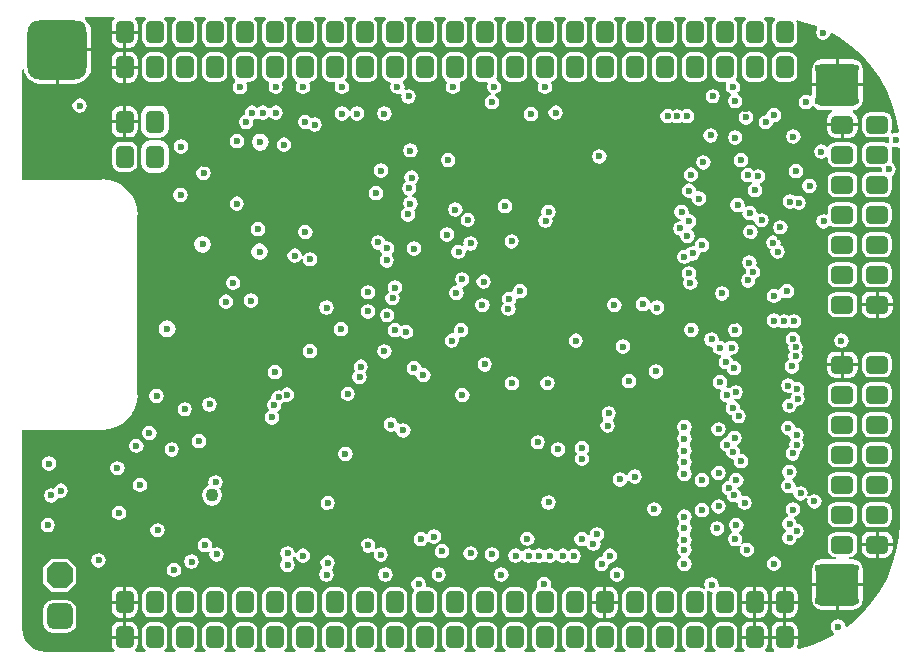
<source format=gbr>
%TF.GenerationSoftware,Altium Limited,Altium Designer,21.5.1 (32)*%
G04 Layer_Physical_Order=2*
G04 Layer_Color=36540*
%FSLAX45Y45*%
%MOMM*%
%TF.SameCoordinates,6D93875A-9943-4EB1-8E24-321CDD5DE8D5*%
%TF.FilePolarity,Positive*%
%TF.FileFunction,Copper,L2,Inr,Signal*%
%TF.Part,Single*%
G01*
G75*
%TA.AperFunction,ComponentPad*%
G04:AMPARAMS|DCode=90|XSize=5mm|YSize=5mm|CornerRadius=1mm|HoleSize=0mm|Usage=FLASHONLY|Rotation=0.000|XOffset=0mm|YOffset=0mm|HoleType=Round|Shape=RoundedRectangle|*
%AMROUNDEDRECTD90*
21,1,5.00000,3.00000,0,0,0.0*
21,1,3.00000,5.00000,0,0,0.0*
1,1,2.00000,1.50000,-1.50000*
1,1,2.00000,-1.50000,-1.50000*
1,1,2.00000,-1.50000,1.50000*
1,1,2.00000,1.50000,1.50000*
%
%ADD90ROUNDEDRECTD90*%
G04:AMPARAMS|DCode=91|XSize=2.2mm|YSize=2.2mm|CornerRadius=0.55mm|HoleSize=0mm|Usage=FLASHONLY|Rotation=270.000|XOffset=0mm|YOffset=0mm|HoleType=Round|Shape=RoundedRectangle|*
%AMROUNDEDRECTD91*
21,1,2.20000,1.10000,0,0,270.0*
21,1,1.10000,2.20000,0,0,270.0*
1,1,1.10000,-0.55000,-0.55000*
1,1,1.10000,-0.55000,0.55000*
1,1,1.10000,0.55000,0.55000*
1,1,1.10000,0.55000,-0.55000*
%
%ADD91ROUNDEDRECTD91*%
G04:AMPARAMS|DCode=92|XSize=2.2mm|YSize=2.2mm|CornerRadius=0mm|HoleSize=0mm|Usage=FLASHONLY|Rotation=270.000|XOffset=0mm|YOffset=0mm|HoleType=Round|Shape=Octagon|*
%AMOCTAGOND92*
4,1,8,-0.55000,-1.10000,0.55000,-1.10000,1.10000,-0.55000,1.10000,0.55000,0.55000,1.10000,-0.55000,1.10000,-1.10000,0.55000,-1.10000,-0.55000,-0.55000,-1.10000,0.0*
%
%ADD92OCTAGOND92*%

%TA.AperFunction,ViaPad*%
%ADD93C,0.60000*%
%ADD94C,1.20000*%
%ADD95C,1.10000*%
%TA.AperFunction,ComponentPad*%
G04:AMPARAMS|DCode=96|XSize=1.5mm|YSize=1.9mm|CornerRadius=0.375mm|HoleSize=0mm|Usage=FLASHONLY|Rotation=270.000|XOffset=0mm|YOffset=0mm|HoleType=Round|Shape=RoundedRectangle|*
%AMROUNDEDRECTD96*
21,1,1.50000,1.15000,0,0,270.0*
21,1,0.75000,1.90000,0,0,270.0*
1,1,0.75000,-0.57500,-0.37500*
1,1,0.75000,-0.57500,0.37500*
1,1,0.75000,0.57500,0.37500*
1,1,0.75000,0.57500,-0.37500*
%
%ADD96ROUNDEDRECTD96*%
G04:AMPARAMS|DCode=97|XSize=1.5mm|YSize=1.9mm|CornerRadius=0.375mm|HoleSize=0mm|Usage=FLASHONLY|Rotation=0.000|XOffset=0mm|YOffset=0mm|HoleType=Round|Shape=RoundedRectangle|*
%AMROUNDEDRECTD97*
21,1,1.50000,1.15000,0,0,0.0*
21,1,0.75000,1.90000,0,0,0.0*
1,1,0.75000,0.37500,-0.57500*
1,1,0.75000,-0.37500,-0.57500*
1,1,0.75000,-0.37500,0.57500*
1,1,0.75000,0.37500,0.57500*
%
%ADD97ROUNDEDRECTD97*%
G04:AMPARAMS|DCode=98|XSize=3.6mm|YSize=3.6mm|CornerRadius=0.54mm|HoleSize=0mm|Usage=FLASHONLY|Rotation=0.000|XOffset=0mm|YOffset=0mm|HoleType=Round|Shape=RoundedRectangle|*
%AMROUNDEDRECTD98*
21,1,3.60000,2.52000,0,0,0.0*
21,1,2.52000,3.60000,0,0,0.0*
1,1,1.08000,1.26000,-1.26000*
1,1,1.08000,-1.26000,-1.26000*
1,1,1.08000,-1.26000,1.26000*
1,1,1.08000,1.26000,1.26000*
%
%ADD98ROUNDEDRECTD98*%
G36*
X7493002Y5417006D02*
Y5417006D01*
X7507894Y5416745D01*
X7534640Y5415242D01*
X7538805Y5399985D01*
X7533836Y5396664D01*
X7518917Y5374337D01*
X7513678Y5348000D01*
Y5233000D01*
X7518917Y5206663D01*
X7533836Y5184336D01*
X7556163Y5169417D01*
X7582500Y5164178D01*
X7657500D01*
X7683837Y5169417D01*
X7706164Y5184336D01*
X7721083Y5206663D01*
X7726322Y5233000D01*
Y5348000D01*
X7721083Y5374337D01*
X7717675Y5379438D01*
X7725832Y5392026D01*
X7737693Y5390011D01*
X7856187Y5355873D01*
X7892162Y5340972D01*
X7896631Y5322884D01*
X7888689Y5310999D01*
X7884032Y5287588D01*
X7888689Y5264177D01*
X7901950Y5244330D01*
X7921797Y5231069D01*
X7945208Y5226412D01*
X7968619Y5231069D01*
X7988465Y5244330D01*
X8001727Y5264177D01*
X8003500Y5273092D01*
X8020351Y5280918D01*
X8078040Y5249034D01*
X8178610Y5177676D01*
X8270558Y5095506D01*
X8352728Y5003559D01*
X8424085Y4902989D01*
X8483734Y4795062D01*
X8530925Y4681135D01*
X8565062Y4562641D01*
X8583960Y4451417D01*
X8570936Y4438753D01*
X8570825Y4438736D01*
X8561131Y4440664D01*
X8537720Y4436008D01*
X8533059Y4432893D01*
X8522245Y4443708D01*
X8523083Y4444963D01*
X8528322Y4471300D01*
Y4546300D01*
X8523083Y4572637D01*
X8508164Y4594964D01*
X8485837Y4609883D01*
X8459500Y4615122D01*
X8344500D01*
X8318163Y4609883D01*
X8295836Y4594964D01*
X8280917Y4572637D01*
X8275678Y4546300D01*
Y4471300D01*
X8280917Y4444963D01*
X8295836Y4422636D01*
X8318163Y4407717D01*
X8344500Y4402478D01*
X8459500D01*
X8485837Y4407717D01*
X8492978Y4412489D01*
X8502680Y4404492D01*
X8504456Y4402117D01*
X8499955Y4379489D01*
X8503396Y4362191D01*
X8489896Y4353171D01*
X8485837Y4355883D01*
X8459500Y4361122D01*
X8344500D01*
X8318163Y4355883D01*
X8295836Y4340964D01*
X8280917Y4318637D01*
X8275678Y4292300D01*
Y4217300D01*
X8280917Y4190963D01*
X8295836Y4168636D01*
X8318163Y4153717D01*
X8344500Y4148478D01*
X8430678D01*
X8440194Y4136883D01*
X8438825Y4130000D01*
X8441069Y4118717D01*
X8431553Y4107122D01*
X8344500D01*
X8318163Y4101883D01*
X8295836Y4086964D01*
X8280917Y4064637D01*
X8275678Y4038300D01*
Y3963300D01*
X8280917Y3936963D01*
X8295836Y3914636D01*
X8318163Y3899717D01*
X8344500Y3894478D01*
X8459500D01*
X8485837Y3899717D01*
X8508164Y3914636D01*
X8523083Y3936963D01*
X8528322Y3963300D01*
Y4038300D01*
X8524330Y4058370D01*
X8523411Y4073481D01*
X8543257Y4086743D01*
X8556519Y4106589D01*
X8561175Y4130000D01*
X8556519Y4153411D01*
X8543257Y4173258D01*
X8523411Y4186519D01*
X8525172Y4201463D01*
X8528322Y4217300D01*
Y4292300D01*
X8523984Y4314107D01*
X8536158Y4324014D01*
X8537720Y4322970D01*
X8561131Y4318313D01*
X8577406Y4321551D01*
X8577614Y4321532D01*
X8579625Y4321034D01*
X8590958Y4312181D01*
X8592056Y4310335D01*
Y1143246D01*
X8592006Y1142998D01*
X8592006D01*
X8591745Y1128106D01*
X8585667Y1019879D01*
X8565011Y898307D01*
X8530873Y779813D01*
X8483683Y665886D01*
X8424034Y557960D01*
X8352676Y457390D01*
X8270506Y365442D01*
X8178559Y283272D01*
X8145231Y259625D01*
X8129773Y267050D01*
X8126519Y283411D01*
X8113258Y303257D01*
X8093411Y316519D01*
X8070000Y321175D01*
X8046589Y316519D01*
X8026743Y303257D01*
X8013481Y283411D01*
X8008825Y260000D01*
X8013481Y236589D01*
X8026743Y216743D01*
X8039858Y207979D01*
X8039659Y190730D01*
X7970062Y152266D01*
X7856135Y105075D01*
X7737641Y70938D01*
X7732584Y70079D01*
X7724426Y82666D01*
X7725793Y84712D01*
X7731420Y113000D01*
Y157800D01*
X7508580D01*
Y113000D01*
X7514207Y84712D01*
X7530231Y60731D01*
X7531639Y59789D01*
X7527690Y45319D01*
X7495249Y43497D01*
X7493000Y43944D01*
X7457646D01*
X7453096Y58944D01*
X7455769Y60731D01*
X7471793Y84712D01*
X7477420Y113000D01*
Y157800D01*
X7254580D01*
Y113000D01*
X7260207Y84712D01*
X7276231Y60731D01*
X7278904Y58944D01*
X7274354Y43944D01*
X7194646D01*
X7190096Y58944D01*
X7198164Y64336D01*
X7213083Y86663D01*
X7218322Y113000D01*
Y228000D01*
X7213083Y254337D01*
X7198164Y276664D01*
X7175837Y291583D01*
X7149500Y296822D01*
X7074500D01*
X7048163Y291583D01*
X7025836Y276664D01*
X7010917Y254337D01*
X7005678Y228000D01*
Y113000D01*
X7010917Y86663D01*
X7025836Y64336D01*
X7033904Y58944D01*
X7029354Y43944D01*
X6940646D01*
X6936096Y58944D01*
X6944164Y64336D01*
X6959083Y86663D01*
X6964322Y113000D01*
Y228000D01*
X6959083Y254337D01*
X6944164Y276664D01*
X6921837Y291583D01*
X6895500Y296822D01*
X6820500D01*
X6794163Y291583D01*
X6771836Y276664D01*
X6756917Y254337D01*
X6751678Y228000D01*
Y113000D01*
X6756917Y86663D01*
X6771836Y64336D01*
X6779904Y58944D01*
X6775354Y43944D01*
X6686646D01*
X6682096Y58944D01*
X6690164Y64336D01*
X6705083Y86663D01*
X6710322Y113000D01*
Y228000D01*
X6705083Y254337D01*
X6690164Y276664D01*
X6667837Y291583D01*
X6641500Y296822D01*
X6566500D01*
X6540163Y291583D01*
X6517836Y276664D01*
X6502917Y254337D01*
X6497678Y228000D01*
Y113000D01*
X6502917Y86663D01*
X6517836Y64336D01*
X6525904Y58944D01*
X6521354Y43944D01*
X6432646D01*
X6428096Y58944D01*
X6436164Y64336D01*
X6451083Y86663D01*
X6456322Y113000D01*
Y228000D01*
X6451083Y254337D01*
X6436164Y276664D01*
X6413837Y291583D01*
X6387500Y296822D01*
X6312500D01*
X6286163Y291583D01*
X6263836Y276664D01*
X6248917Y254337D01*
X6243678Y228000D01*
Y113000D01*
X6248917Y86663D01*
X6263836Y64336D01*
X6271904Y58944D01*
X6267354Y43944D01*
X6178646D01*
X6174096Y58944D01*
X6182164Y64336D01*
X6197083Y86663D01*
X6202322Y113000D01*
Y228000D01*
X6197083Y254337D01*
X6182164Y276664D01*
X6159837Y291583D01*
X6133500Y296822D01*
X6058500D01*
X6032163Y291583D01*
X6009836Y276664D01*
X5994917Y254337D01*
X5989678Y228000D01*
Y113000D01*
X5994917Y86663D01*
X6009836Y64336D01*
X6017904Y58944D01*
X6013354Y43944D01*
X5924646D01*
X5920096Y58944D01*
X5928164Y64336D01*
X5943083Y86663D01*
X5948322Y113000D01*
Y228000D01*
X5943083Y254337D01*
X5928164Y276664D01*
X5905837Y291583D01*
X5879500Y296822D01*
X5804500D01*
X5778163Y291583D01*
X5755836Y276664D01*
X5740917Y254337D01*
X5735678Y228000D01*
Y113000D01*
X5740917Y86663D01*
X5755836Y64336D01*
X5763904Y58944D01*
X5759354Y43944D01*
X5670646D01*
X5666096Y58944D01*
X5674164Y64336D01*
X5689083Y86663D01*
X5694322Y113000D01*
Y228000D01*
X5689083Y254337D01*
X5674164Y276664D01*
X5651837Y291583D01*
X5625500Y296822D01*
X5550500D01*
X5524163Y291583D01*
X5501836Y276664D01*
X5486917Y254337D01*
X5481678Y228000D01*
Y113000D01*
X5486917Y86663D01*
X5501836Y64336D01*
X5509904Y58944D01*
X5505354Y43944D01*
X5416646D01*
X5412096Y58944D01*
X5420164Y64336D01*
X5435083Y86663D01*
X5440322Y113000D01*
Y228000D01*
X5435083Y254337D01*
X5420164Y276664D01*
X5397837Y291583D01*
X5371500Y296822D01*
X5296500D01*
X5270163Y291583D01*
X5247836Y276664D01*
X5232917Y254337D01*
X5227678Y228000D01*
Y113000D01*
X5232917Y86663D01*
X5247836Y64336D01*
X5255904Y58944D01*
X5251354Y43944D01*
X5162646D01*
X5158096Y58944D01*
X5166164Y64336D01*
X5181083Y86663D01*
X5186322Y113000D01*
Y228000D01*
X5181083Y254337D01*
X5166164Y276664D01*
X5143837Y291583D01*
X5117500Y296822D01*
X5042500D01*
X5016163Y291583D01*
X4993836Y276664D01*
X4978917Y254337D01*
X4973678Y228000D01*
Y113000D01*
X4978917Y86663D01*
X4993836Y64336D01*
X5001904Y58944D01*
X4997354Y43944D01*
X4908646D01*
X4904096Y58944D01*
X4912164Y64336D01*
X4927083Y86663D01*
X4932322Y113000D01*
Y228000D01*
X4927083Y254337D01*
X4912164Y276664D01*
X4889837Y291583D01*
X4863500Y296822D01*
X4788500D01*
X4762163Y291583D01*
X4739836Y276664D01*
X4724917Y254337D01*
X4719678Y228000D01*
Y113000D01*
X4724917Y86663D01*
X4739836Y64336D01*
X4747904Y58944D01*
X4743354Y43944D01*
X4654646D01*
X4650096Y58944D01*
X4658164Y64336D01*
X4673083Y86663D01*
X4678322Y113000D01*
Y228000D01*
X4673083Y254337D01*
X4658164Y276664D01*
X4635837Y291583D01*
X4609500Y296822D01*
X4534500D01*
X4508163Y291583D01*
X4485836Y276664D01*
X4470917Y254337D01*
X4465678Y228000D01*
Y113000D01*
X4470917Y86663D01*
X4485836Y64336D01*
X4493904Y58944D01*
X4489354Y43944D01*
X4400646D01*
X4396096Y58944D01*
X4404164Y64336D01*
X4419083Y86663D01*
X4424322Y113000D01*
Y228000D01*
X4419083Y254337D01*
X4404164Y276664D01*
X4381837Y291583D01*
X4355500Y296822D01*
X4280500D01*
X4254163Y291583D01*
X4231836Y276664D01*
X4216917Y254337D01*
X4211678Y228000D01*
Y113000D01*
X4216917Y86663D01*
X4231836Y64336D01*
X4239904Y58944D01*
X4235354Y43944D01*
X4146646D01*
X4142096Y58944D01*
X4150164Y64336D01*
X4165083Y86663D01*
X4170322Y113000D01*
Y228000D01*
X4165083Y254337D01*
X4150164Y276664D01*
X4127837Y291583D01*
X4101500Y296822D01*
X4026500D01*
X4000163Y291583D01*
X3977836Y276664D01*
X3962917Y254337D01*
X3957678Y228000D01*
Y113000D01*
X3962917Y86663D01*
X3977836Y64336D01*
X3985904Y58944D01*
X3981354Y43944D01*
X3892646D01*
X3888096Y58944D01*
X3896164Y64336D01*
X3911083Y86663D01*
X3916322Y113000D01*
Y228000D01*
X3911083Y254337D01*
X3896164Y276664D01*
X3873837Y291583D01*
X3847500Y296822D01*
X3772500D01*
X3746163Y291583D01*
X3723836Y276664D01*
X3708917Y254337D01*
X3703678Y228000D01*
Y113000D01*
X3708917Y86663D01*
X3723836Y64336D01*
X3731904Y58944D01*
X3727354Y43944D01*
X3638646D01*
X3634096Y58944D01*
X3642164Y64336D01*
X3657083Y86663D01*
X3662322Y113000D01*
Y228000D01*
X3657083Y254337D01*
X3642164Y276664D01*
X3619837Y291583D01*
X3593500Y296822D01*
X3518500D01*
X3492163Y291583D01*
X3469836Y276664D01*
X3454917Y254337D01*
X3449678Y228000D01*
Y113000D01*
X3454917Y86663D01*
X3469836Y64336D01*
X3477904Y58944D01*
X3473354Y43944D01*
X3384646D01*
X3380096Y58944D01*
X3388164Y64336D01*
X3403083Y86663D01*
X3408322Y113000D01*
Y228000D01*
X3403083Y254337D01*
X3388164Y276664D01*
X3365837Y291583D01*
X3339500Y296822D01*
X3264500D01*
X3238163Y291583D01*
X3215836Y276664D01*
X3200917Y254337D01*
X3195678Y228000D01*
Y113000D01*
X3200917Y86663D01*
X3215836Y64336D01*
X3223904Y58944D01*
X3219354Y43944D01*
X3130646D01*
X3126096Y58944D01*
X3134164Y64336D01*
X3149083Y86663D01*
X3154322Y113000D01*
Y228000D01*
X3149083Y254337D01*
X3134164Y276664D01*
X3111837Y291583D01*
X3085500Y296822D01*
X3010500D01*
X2984163Y291583D01*
X2961836Y276664D01*
X2946917Y254337D01*
X2941678Y228000D01*
Y113000D01*
X2946917Y86663D01*
X2961836Y64336D01*
X2969904Y58944D01*
X2965354Y43944D01*
X2876646D01*
X2872096Y58944D01*
X2880164Y64336D01*
X2895083Y86663D01*
X2900322Y113000D01*
Y228000D01*
X2895083Y254337D01*
X2880164Y276664D01*
X2857837Y291583D01*
X2831500Y296822D01*
X2756500D01*
X2730163Y291583D01*
X2707836Y276664D01*
X2692917Y254337D01*
X2687678Y228000D01*
Y113000D01*
X2692917Y86663D01*
X2707836Y64336D01*
X2715904Y58944D01*
X2711354Y43944D01*
X2622646D01*
X2618096Y58944D01*
X2626164Y64336D01*
X2641083Y86663D01*
X2646322Y113000D01*
Y228000D01*
X2641083Y254337D01*
X2626164Y276664D01*
X2603837Y291583D01*
X2577500Y296822D01*
X2502500D01*
X2476163Y291583D01*
X2453836Y276664D01*
X2438917Y254337D01*
X2433678Y228000D01*
Y113000D01*
X2438917Y86663D01*
X2453836Y64336D01*
X2461904Y58944D01*
X2457354Y43944D01*
X2368646D01*
X2364096Y58944D01*
X2372164Y64336D01*
X2387083Y86663D01*
X2392322Y113000D01*
Y228000D01*
X2387083Y254337D01*
X2372164Y276664D01*
X2349837Y291583D01*
X2323500Y296822D01*
X2248500D01*
X2222163Y291583D01*
X2199836Y276664D01*
X2184917Y254337D01*
X2179678Y228000D01*
Y113000D01*
X2184917Y86663D01*
X2199836Y64336D01*
X2207904Y58944D01*
X2203354Y43944D01*
X2123646D01*
X2119096Y58944D01*
X2121769Y60731D01*
X2137793Y84712D01*
X2143420Y113000D01*
Y157800D01*
X1920580D01*
Y113000D01*
X1926207Y84712D01*
X1942231Y60731D01*
X1944904Y58944D01*
X1940354Y43944D01*
X1371600D01*
X1369643Y43555D01*
X1317066Y50477D01*
X1266249Y71526D01*
X1222611Y105011D01*
X1189126Y148649D01*
X1168077Y199466D01*
X1161155Y252043D01*
X1161544Y254000D01*
Y1924556D01*
X1841500D01*
Y1923962D01*
X1899742Y1929699D01*
X1955745Y1946687D01*
X2007359Y1974275D01*
X2052598Y2011402D01*
X2089725Y2056641D01*
X2117313Y2108255D01*
X2134301Y2164258D01*
X2140038Y2222500D01*
X2139444D01*
Y3746500D01*
X2140038D01*
X2134301Y3804742D01*
X2117313Y3860745D01*
X2089725Y3912359D01*
X2052598Y3957598D01*
X2007359Y3994725D01*
X1955745Y4022313D01*
X1899742Y4039301D01*
X1841500Y4045038D01*
Y4044444D01*
X1161544D01*
Y4975738D01*
X1176544Y4976721D01*
X1178975Y4958258D01*
X1192578Y4925418D01*
X1214217Y4897217D01*
X1242418Y4875578D01*
X1275258Y4861975D01*
X1310500Y4857335D01*
X1447800D01*
Y5143500D01*
X1460500D01*
Y5156200D01*
X1746665D01*
Y5293500D01*
X1742025Y5328742D01*
X1728422Y5361582D01*
X1706783Y5389783D01*
X1690789Y5402056D01*
X1695881Y5417056D01*
X1940354D01*
X1944904Y5402056D01*
X1942231Y5400269D01*
X1926207Y5376288D01*
X1920580Y5348000D01*
Y5303200D01*
X2143420D01*
Y5348000D01*
X2137793Y5376288D01*
X2121769Y5400269D01*
X2119096Y5402056D01*
X2123646Y5417056D01*
X2203354D01*
X2207904Y5402056D01*
X2199836Y5396664D01*
X2184917Y5374337D01*
X2179678Y5348000D01*
Y5233000D01*
X2184917Y5206663D01*
X2199836Y5184336D01*
X2222163Y5169417D01*
X2248500Y5164178D01*
X2323500D01*
X2349837Y5169417D01*
X2372164Y5184336D01*
X2387083Y5206663D01*
X2392322Y5233000D01*
Y5348000D01*
X2387083Y5374337D01*
X2372164Y5396664D01*
X2364096Y5402056D01*
X2368646Y5417056D01*
X2457354D01*
X2461904Y5402056D01*
X2453836Y5396664D01*
X2438917Y5374337D01*
X2433678Y5348000D01*
Y5233000D01*
X2438917Y5206663D01*
X2453836Y5184336D01*
X2476163Y5169417D01*
X2502500Y5164178D01*
X2577500D01*
X2603837Y5169417D01*
X2626164Y5184336D01*
X2641083Y5206663D01*
X2646322Y5233000D01*
Y5348000D01*
X2641083Y5374337D01*
X2626164Y5396664D01*
X2618096Y5402056D01*
X2622646Y5417056D01*
X2711354D01*
X2715904Y5402056D01*
X2707836Y5396664D01*
X2692917Y5374337D01*
X2687678Y5348000D01*
Y5233000D01*
X2692917Y5206663D01*
X2707836Y5184336D01*
X2730163Y5169417D01*
X2756500Y5164178D01*
X2831500D01*
X2857837Y5169417D01*
X2880164Y5184336D01*
X2895083Y5206663D01*
X2900322Y5233000D01*
Y5348000D01*
X2895083Y5374337D01*
X2880164Y5396664D01*
X2872096Y5402056D01*
X2876646Y5417056D01*
X2965354D01*
X2969904Y5402056D01*
X2961836Y5396664D01*
X2946917Y5374337D01*
X2941678Y5348000D01*
Y5233000D01*
X2946917Y5206663D01*
X2961836Y5184336D01*
X2984163Y5169417D01*
X3010500Y5164178D01*
X3085500D01*
X3111837Y5169417D01*
X3134164Y5184336D01*
X3149083Y5206663D01*
X3154322Y5233000D01*
Y5348000D01*
X3149083Y5374337D01*
X3134164Y5396664D01*
X3126096Y5402056D01*
X3130646Y5417056D01*
X3219354D01*
X3223904Y5402056D01*
X3215836Y5396664D01*
X3200917Y5374337D01*
X3195678Y5348000D01*
Y5233000D01*
X3200917Y5206663D01*
X3215836Y5184336D01*
X3238163Y5169417D01*
X3264500Y5164178D01*
X3339500D01*
X3365837Y5169417D01*
X3388164Y5184336D01*
X3403083Y5206663D01*
X3408322Y5233000D01*
Y5348000D01*
X3403083Y5374337D01*
X3388164Y5396664D01*
X3380096Y5402056D01*
X3384646Y5417056D01*
X3473354D01*
X3477904Y5402056D01*
X3469836Y5396664D01*
X3454917Y5374337D01*
X3449678Y5348000D01*
Y5233000D01*
X3454917Y5206663D01*
X3469836Y5184336D01*
X3492163Y5169417D01*
X3518500Y5164178D01*
X3593500D01*
X3619837Y5169417D01*
X3642164Y5184336D01*
X3657083Y5206663D01*
X3662322Y5233000D01*
Y5348000D01*
X3657083Y5374337D01*
X3642164Y5396664D01*
X3634096Y5402056D01*
X3638646Y5417056D01*
X3727354D01*
X3731904Y5402056D01*
X3723836Y5396664D01*
X3708917Y5374337D01*
X3703678Y5348000D01*
Y5233000D01*
X3708917Y5206663D01*
X3723836Y5184336D01*
X3746163Y5169417D01*
X3772500Y5164178D01*
X3847500D01*
X3873837Y5169417D01*
X3896164Y5184336D01*
X3911083Y5206663D01*
X3916322Y5233000D01*
Y5348000D01*
X3911083Y5374337D01*
X3896164Y5396664D01*
X3888096Y5402056D01*
X3892646Y5417056D01*
X3981354D01*
X3985904Y5402056D01*
X3977836Y5396664D01*
X3962917Y5374337D01*
X3957678Y5348000D01*
Y5233000D01*
X3962917Y5206663D01*
X3977836Y5184336D01*
X4000163Y5169417D01*
X4026500Y5164178D01*
X4101500D01*
X4127837Y5169417D01*
X4150164Y5184336D01*
X4165083Y5206663D01*
X4170322Y5233000D01*
Y5348000D01*
X4165083Y5374337D01*
X4150164Y5396664D01*
X4142096Y5402056D01*
X4146646Y5417056D01*
X4235354D01*
X4239904Y5402056D01*
X4231836Y5396664D01*
X4216917Y5374337D01*
X4211678Y5348000D01*
Y5233000D01*
X4216917Y5206663D01*
X4231836Y5184336D01*
X4254163Y5169417D01*
X4280500Y5164178D01*
X4355500D01*
X4381837Y5169417D01*
X4404164Y5184336D01*
X4419083Y5206663D01*
X4424322Y5233000D01*
Y5348000D01*
X4419083Y5374337D01*
X4404164Y5396664D01*
X4396096Y5402056D01*
X4400646Y5417056D01*
X4489354D01*
X4493904Y5402056D01*
X4485836Y5396664D01*
X4470917Y5374337D01*
X4465678Y5348000D01*
Y5233000D01*
X4470917Y5206663D01*
X4485836Y5184336D01*
X4508163Y5169417D01*
X4534500Y5164178D01*
X4609500D01*
X4635837Y5169417D01*
X4658164Y5184336D01*
X4673083Y5206663D01*
X4678322Y5233000D01*
Y5348000D01*
X4673083Y5374337D01*
X4658164Y5396664D01*
X4650096Y5402056D01*
X4654646Y5417056D01*
X4743354D01*
X4747904Y5402056D01*
X4739836Y5396664D01*
X4724917Y5374337D01*
X4719678Y5348000D01*
Y5233000D01*
X4724917Y5206663D01*
X4739836Y5184336D01*
X4762163Y5169417D01*
X4788500Y5164178D01*
X4863500D01*
X4889837Y5169417D01*
X4912164Y5184336D01*
X4927083Y5206663D01*
X4932322Y5233000D01*
Y5348000D01*
X4927083Y5374337D01*
X4912164Y5396664D01*
X4904096Y5402056D01*
X4908646Y5417056D01*
X4997354D01*
X5001904Y5402056D01*
X4993836Y5396664D01*
X4978917Y5374337D01*
X4973678Y5348000D01*
Y5233000D01*
X4978917Y5206663D01*
X4993836Y5184336D01*
X5016163Y5169417D01*
X5042500Y5164178D01*
X5117500D01*
X5143837Y5169417D01*
X5166164Y5184336D01*
X5181083Y5206663D01*
X5186322Y5233000D01*
Y5348000D01*
X5181083Y5374337D01*
X5166164Y5396664D01*
X5158096Y5402056D01*
X5162646Y5417056D01*
X5251354D01*
X5255904Y5402056D01*
X5247836Y5396664D01*
X5232917Y5374337D01*
X5227678Y5348000D01*
Y5233000D01*
X5232917Y5206663D01*
X5247836Y5184336D01*
X5270163Y5169417D01*
X5296500Y5164178D01*
X5371500D01*
X5397837Y5169417D01*
X5420164Y5184336D01*
X5435083Y5206663D01*
X5440322Y5233000D01*
Y5348000D01*
X5435083Y5374337D01*
X5420164Y5396664D01*
X5412096Y5402056D01*
X5416646Y5417056D01*
X5505354D01*
X5509904Y5402056D01*
X5501836Y5396664D01*
X5486917Y5374337D01*
X5481678Y5348000D01*
Y5233000D01*
X5486917Y5206663D01*
X5501836Y5184336D01*
X5524163Y5169417D01*
X5550500Y5164178D01*
X5625500D01*
X5651837Y5169417D01*
X5674164Y5184336D01*
X5689083Y5206663D01*
X5694322Y5233000D01*
Y5348000D01*
X5689083Y5374337D01*
X5674164Y5396664D01*
X5666096Y5402056D01*
X5670646Y5417056D01*
X5759354D01*
X5763904Y5402056D01*
X5755836Y5396664D01*
X5740917Y5374337D01*
X5735678Y5348000D01*
Y5233000D01*
X5740917Y5206663D01*
X5755836Y5184336D01*
X5778163Y5169417D01*
X5804500Y5164178D01*
X5879500D01*
X5905837Y5169417D01*
X5928164Y5184336D01*
X5943083Y5206663D01*
X5948322Y5233000D01*
Y5348000D01*
X5943083Y5374337D01*
X5928164Y5396664D01*
X5920096Y5402056D01*
X5924646Y5417056D01*
X6013354D01*
X6017904Y5402056D01*
X6009836Y5396664D01*
X5994917Y5374337D01*
X5989678Y5348000D01*
Y5233000D01*
X5994917Y5206663D01*
X6009836Y5184336D01*
X6032163Y5169417D01*
X6058500Y5164178D01*
X6133500D01*
X6159837Y5169417D01*
X6182164Y5184336D01*
X6197083Y5206663D01*
X6202322Y5233000D01*
Y5348000D01*
X6197083Y5374337D01*
X6182164Y5396664D01*
X6174096Y5402056D01*
X6178646Y5417056D01*
X6267354D01*
X6271904Y5402056D01*
X6263836Y5396664D01*
X6248917Y5374337D01*
X6243678Y5348000D01*
Y5233000D01*
X6248917Y5206663D01*
X6263836Y5184336D01*
X6286163Y5169417D01*
X6312500Y5164178D01*
X6387500D01*
X6413837Y5169417D01*
X6436164Y5184336D01*
X6451083Y5206663D01*
X6456322Y5233000D01*
Y5348000D01*
X6451083Y5374337D01*
X6436164Y5396664D01*
X6428096Y5402056D01*
X6432646Y5417056D01*
X6521354D01*
X6525904Y5402056D01*
X6517836Y5396664D01*
X6502917Y5374337D01*
X6497678Y5348000D01*
Y5233000D01*
X6502917Y5206663D01*
X6517836Y5184336D01*
X6540163Y5169417D01*
X6566500Y5164178D01*
X6641500D01*
X6667837Y5169417D01*
X6690164Y5184336D01*
X6705083Y5206663D01*
X6710322Y5233000D01*
Y5348000D01*
X6705083Y5374337D01*
X6690164Y5396664D01*
X6682096Y5402056D01*
X6686646Y5417056D01*
X6775354D01*
X6779904Y5402056D01*
X6771836Y5396664D01*
X6756917Y5374337D01*
X6751678Y5348000D01*
Y5233000D01*
X6756917Y5206663D01*
X6771836Y5184336D01*
X6794163Y5169417D01*
X6820500Y5164178D01*
X6895500D01*
X6921837Y5169417D01*
X6944164Y5184336D01*
X6959083Y5206663D01*
X6964322Y5233000D01*
Y5348000D01*
X6959083Y5374337D01*
X6944164Y5396664D01*
X6936096Y5402056D01*
X6940646Y5417056D01*
X7029354D01*
X7033904Y5402056D01*
X7025836Y5396664D01*
X7010917Y5374337D01*
X7005678Y5348000D01*
Y5233000D01*
X7010917Y5206663D01*
X7025836Y5184336D01*
X7048163Y5169417D01*
X7074500Y5164178D01*
X7149500D01*
X7175837Y5169417D01*
X7198164Y5184336D01*
X7213083Y5206663D01*
X7218322Y5233000D01*
Y5348000D01*
X7213083Y5374337D01*
X7198164Y5396664D01*
X7190096Y5402056D01*
X7194646Y5417056D01*
X7283354D01*
X7287904Y5402056D01*
X7279836Y5396664D01*
X7264917Y5374337D01*
X7259678Y5348000D01*
Y5233000D01*
X7264917Y5206663D01*
X7279836Y5184336D01*
X7302163Y5169417D01*
X7328500Y5164178D01*
X7403500D01*
X7429837Y5169417D01*
X7452164Y5184336D01*
X7467083Y5206663D01*
X7472322Y5233000D01*
Y5348000D01*
X7467083Y5374337D01*
X7452164Y5396664D01*
X7444096Y5402056D01*
X7448646Y5417056D01*
X7492754D01*
X7493002Y5417006D01*
D02*
G37*
%LPC*%
G36*
X2143420Y5277800D02*
X2044700D01*
Y5159080D01*
X2069500D01*
X2097788Y5164707D01*
X2121769Y5180731D01*
X2137793Y5204712D01*
X2143420Y5233000D01*
Y5277800D01*
D02*
G37*
G36*
X2019300D02*
X1920580D01*
Y5233000D01*
X1926207Y5204712D01*
X1942231Y5180731D01*
X1966212Y5164707D01*
X1994500Y5159080D01*
X2019300D01*
Y5277800D01*
D02*
G37*
G36*
X2069500Y5127920D02*
X2044700D01*
Y5009200D01*
X2143420D01*
Y5054000D01*
X2137793Y5082288D01*
X2121769Y5106269D01*
X2097788Y5122293D01*
X2069500Y5127920D01*
D02*
G37*
G36*
X2019300D02*
X1994500D01*
X1966212Y5122293D01*
X1942231Y5106269D01*
X1926207Y5082288D01*
X1920580Y5054000D01*
Y5009200D01*
X2019300D01*
Y5127920D01*
D02*
G37*
G36*
X7657500Y5122822D02*
X7582500D01*
X7556163Y5117583D01*
X7533836Y5102664D01*
X7518917Y5080337D01*
X7513678Y5054000D01*
Y4939000D01*
X7518917Y4912663D01*
X7533836Y4890336D01*
X7556163Y4875417D01*
X7582500Y4870178D01*
X7657500D01*
X7683837Y4875417D01*
X7706164Y4890336D01*
X7721083Y4912663D01*
X7726322Y4939000D01*
Y5054000D01*
X7721083Y5080337D01*
X7706164Y5102664D01*
X7683837Y5117583D01*
X7657500Y5122822D01*
D02*
G37*
G36*
X7403500D02*
X7328500D01*
X7302163Y5117583D01*
X7279836Y5102664D01*
X7264917Y5080337D01*
X7259678Y5054000D01*
Y4939000D01*
X7264917Y4912663D01*
X7279836Y4890336D01*
X7302163Y4875417D01*
X7328500Y4870178D01*
X7403500D01*
X7429837Y4875417D01*
X7452164Y4890336D01*
X7467083Y4912663D01*
X7472322Y4939000D01*
Y5054000D01*
X7467083Y5080337D01*
X7452164Y5102664D01*
X7429837Y5117583D01*
X7403500Y5122822D01*
D02*
G37*
G36*
X6895500D02*
X6820500D01*
X6794163Y5117583D01*
X6771836Y5102664D01*
X6756917Y5080337D01*
X6751678Y5054000D01*
Y4939000D01*
X6756917Y4912663D01*
X6771836Y4890336D01*
X6794163Y4875417D01*
X6820500Y4870178D01*
X6895500D01*
X6921837Y4875417D01*
X6944164Y4890336D01*
X6959083Y4912663D01*
X6964322Y4939000D01*
Y5054000D01*
X6959083Y5080337D01*
X6944164Y5102664D01*
X6921837Y5117583D01*
X6895500Y5122822D01*
D02*
G37*
G36*
X6641500D02*
X6566500D01*
X6540163Y5117583D01*
X6517836Y5102664D01*
X6502917Y5080337D01*
X6497678Y5054000D01*
Y4939000D01*
X6502917Y4912663D01*
X6517836Y4890336D01*
X6540163Y4875417D01*
X6566500Y4870178D01*
X6641500D01*
X6667837Y4875417D01*
X6690164Y4890336D01*
X6705083Y4912663D01*
X6710322Y4939000D01*
Y5054000D01*
X6705083Y5080337D01*
X6690164Y5102664D01*
X6667837Y5117583D01*
X6641500Y5122822D01*
D02*
G37*
G36*
X6387500D02*
X6312500D01*
X6286163Y5117583D01*
X6263836Y5102664D01*
X6248917Y5080337D01*
X6243678Y5054000D01*
Y4939000D01*
X6248917Y4912663D01*
X6263836Y4890336D01*
X6286163Y4875417D01*
X6312500Y4870178D01*
X6387500D01*
X6413837Y4875417D01*
X6436164Y4890336D01*
X6451083Y4912663D01*
X6456322Y4939000D01*
Y5054000D01*
X6451083Y5080337D01*
X6436164Y5102664D01*
X6413837Y5117583D01*
X6387500Y5122822D01*
D02*
G37*
G36*
X6133500D02*
X6058500D01*
X6032163Y5117583D01*
X6009836Y5102664D01*
X5994917Y5080337D01*
X5989678Y5054000D01*
Y4939000D01*
X5994917Y4912663D01*
X6009836Y4890336D01*
X6032163Y4875417D01*
X6058500Y4870178D01*
X6133500D01*
X6159837Y4875417D01*
X6182164Y4890336D01*
X6197083Y4912663D01*
X6202322Y4939000D01*
Y5054000D01*
X6197083Y5080337D01*
X6182164Y5102664D01*
X6159837Y5117583D01*
X6133500Y5122822D01*
D02*
G37*
G36*
X5879500D02*
X5804500D01*
X5778163Y5117583D01*
X5755836Y5102664D01*
X5740917Y5080337D01*
X5735678Y5054000D01*
Y4939000D01*
X5740917Y4912663D01*
X5755836Y4890336D01*
X5778163Y4875417D01*
X5804500Y4870178D01*
X5879500D01*
X5905837Y4875417D01*
X5928164Y4890336D01*
X5943083Y4912663D01*
X5948322Y4939000D01*
Y5054000D01*
X5943083Y5080337D01*
X5928164Y5102664D01*
X5905837Y5117583D01*
X5879500Y5122822D01*
D02*
G37*
G36*
X5371500D02*
X5296500D01*
X5270163Y5117583D01*
X5247836Y5102664D01*
X5232917Y5080337D01*
X5227678Y5054000D01*
Y4939000D01*
X5232917Y4912663D01*
X5247836Y4890336D01*
X5270163Y4875417D01*
X5296500Y4870178D01*
X5371500D01*
X5397837Y4875417D01*
X5420164Y4890336D01*
X5435083Y4912663D01*
X5440322Y4939000D01*
Y5054000D01*
X5435083Y5080337D01*
X5420164Y5102664D01*
X5397837Y5117583D01*
X5371500Y5122822D01*
D02*
G37*
G36*
X4609500D02*
X4534500D01*
X4508163Y5117583D01*
X4485836Y5102664D01*
X4470917Y5080337D01*
X4465678Y5054000D01*
Y4939000D01*
X4470917Y4912663D01*
X4485836Y4890336D01*
X4508163Y4875417D01*
X4534500Y4870178D01*
X4609500D01*
X4635837Y4875417D01*
X4658164Y4890336D01*
X4673083Y4912663D01*
X4678322Y4939000D01*
Y5054000D01*
X4673083Y5080337D01*
X4658164Y5102664D01*
X4635837Y5117583D01*
X4609500Y5122822D01*
D02*
G37*
G36*
X4101500D02*
X4026500D01*
X4000163Y5117583D01*
X3977836Y5102664D01*
X3962917Y5080337D01*
X3957678Y5054000D01*
Y4939000D01*
X3962917Y4912663D01*
X3977836Y4890336D01*
X4000163Y4875417D01*
X4026500Y4870178D01*
X4101500D01*
X4127837Y4875417D01*
X4150164Y4890336D01*
X4165083Y4912663D01*
X4170322Y4939000D01*
Y5054000D01*
X4165083Y5080337D01*
X4150164Y5102664D01*
X4127837Y5117583D01*
X4101500Y5122822D01*
D02*
G37*
G36*
X2831500D02*
X2756500D01*
X2730163Y5117583D01*
X2707836Y5102664D01*
X2692917Y5080337D01*
X2687678Y5054000D01*
Y4939000D01*
X2692917Y4912663D01*
X2707836Y4890336D01*
X2730163Y4875417D01*
X2756500Y4870178D01*
X2831500D01*
X2857837Y4875417D01*
X2880164Y4890336D01*
X2895083Y4912663D01*
X2900322Y4939000D01*
Y5054000D01*
X2895083Y5080337D01*
X2880164Y5102664D01*
X2857837Y5117583D01*
X2831500Y5122822D01*
D02*
G37*
G36*
X2577500D02*
X2502500D01*
X2476163Y5117583D01*
X2453836Y5102664D01*
X2438917Y5080337D01*
X2433678Y5054000D01*
Y4939000D01*
X2438917Y4912663D01*
X2453836Y4890336D01*
X2476163Y4875417D01*
X2502500Y4870178D01*
X2577500D01*
X2603837Y4875417D01*
X2626164Y4890336D01*
X2641083Y4912663D01*
X2646322Y4939000D01*
Y5054000D01*
X2641083Y5080337D01*
X2626164Y5102664D01*
X2603837Y5117583D01*
X2577500Y5122822D01*
D02*
G37*
G36*
X2323500D02*
X2248500D01*
X2222163Y5117583D01*
X2199836Y5102664D01*
X2184917Y5080337D01*
X2179678Y5054000D01*
Y4939000D01*
X2184917Y4912663D01*
X2199836Y4890336D01*
X2222163Y4875417D01*
X2248500Y4870178D01*
X2323500D01*
X2349837Y4875417D01*
X2372164Y4890336D01*
X2387083Y4912663D01*
X2392322Y4939000D01*
Y5054000D01*
X2387083Y5080337D01*
X2372164Y5102664D01*
X2349837Y5117583D01*
X2323500Y5122822D01*
D02*
G37*
G36*
X2143420Y4983800D02*
X2044700D01*
Y4865080D01*
X2069500D01*
X2097788Y4870707D01*
X2121769Y4886731D01*
X2137793Y4910712D01*
X2143420Y4939000D01*
Y4983800D01*
D02*
G37*
G36*
X2019300D02*
X1920580D01*
Y4939000D01*
X1926207Y4910712D01*
X1942231Y4886731D01*
X1966212Y4870707D01*
X1994500Y4865080D01*
X2019300D01*
Y4983800D01*
D02*
G37*
G36*
X8190500Y5062743D02*
X8077200D01*
Y4858700D01*
X8281244D01*
Y4972000D01*
X8274336Y5006726D01*
X8254665Y5036165D01*
X8225226Y5055836D01*
X8190500Y5062743D01*
D02*
G37*
G36*
X8051800D02*
X7938500D01*
X7903774Y5055836D01*
X7874335Y5036165D01*
X7854664Y5006726D01*
X7847756Y4972000D01*
Y4858700D01*
X8051800D01*
Y5062743D01*
D02*
G37*
G36*
X1746665Y5130800D02*
X1473200D01*
Y4857335D01*
X1610500D01*
X1645742Y4861975D01*
X1678582Y4875578D01*
X1706783Y4897217D01*
X1728422Y4925418D01*
X1742025Y4958258D01*
X1746665Y4993500D01*
Y5130800D01*
D02*
G37*
G36*
X5625500Y5122822D02*
X5550500D01*
X5524163Y5117583D01*
X5501836Y5102664D01*
X5486917Y5080337D01*
X5481678Y5054000D01*
Y4939000D01*
X5486917Y4912663D01*
X5501836Y4890336D01*
X5524163Y4875417D01*
X5532127Y4873833D01*
X5537867Y4859975D01*
X5533481Y4853411D01*
X5528825Y4830000D01*
X5533481Y4806589D01*
X5546743Y4786743D01*
X5566589Y4773481D01*
X5590000Y4768825D01*
X5613411Y4773481D01*
X5633257Y4786743D01*
X5646519Y4806589D01*
X5651175Y4830000D01*
X5646519Y4853411D01*
X5641664Y4860677D01*
X5647404Y4874535D01*
X5651837Y4875417D01*
X5674164Y4890336D01*
X5689083Y4912663D01*
X5694322Y4939000D01*
Y5054000D01*
X5689083Y5080337D01*
X5674164Y5102664D01*
X5651837Y5117583D01*
X5625500Y5122822D01*
D02*
G37*
G36*
X4863500D02*
X4788500D01*
X4762163Y5117583D01*
X4739836Y5102664D01*
X4724917Y5080337D01*
X4719678Y5054000D01*
Y4939000D01*
X4724917Y4912663D01*
X4739836Y4890336D01*
X4754718Y4880391D01*
X4759932Y4862741D01*
X4759562Y4860640D01*
X4754731Y4853411D01*
X4750075Y4830000D01*
X4754731Y4806589D01*
X4767992Y4786743D01*
X4787839Y4773481D01*
X4811250Y4768825D01*
X4834661Y4773481D01*
X4854507Y4786743D01*
X4867769Y4806589D01*
X4872425Y4830000D01*
X4867769Y4853411D01*
X4866391Y4855473D01*
X4873303Y4872128D01*
X4889837Y4875417D01*
X4912164Y4890336D01*
X4927083Y4912663D01*
X4932322Y4939000D01*
Y5054000D01*
X4927083Y5080337D01*
X4912164Y5102664D01*
X4889837Y5117583D01*
X4863500Y5122822D01*
D02*
G37*
G36*
X3847500D02*
X3772500D01*
X3746163Y5117583D01*
X3723836Y5102664D01*
X3708917Y5080337D01*
X3703678Y5054000D01*
Y4939000D01*
X3708917Y4912663D01*
X3723836Y4890336D01*
X3746163Y4875417D01*
X3772500Y4870178D01*
X3808774D01*
X3815845Y4856949D01*
X3813481Y4853411D01*
X3808824Y4830000D01*
X3813481Y4806589D01*
X3826742Y4786743D01*
X3846589Y4773481D01*
X3870000Y4768825D01*
X3893411Y4773481D01*
X3913257Y4786743D01*
X3926519Y4806589D01*
X3931175Y4830000D01*
X3926519Y4853411D01*
X3913257Y4873257D01*
X3905074Y4878726D01*
X3896164Y4890336D01*
X3911083Y4912663D01*
X3916322Y4939000D01*
Y5054000D01*
X3911083Y5080337D01*
X3896164Y5102664D01*
X3873837Y5117583D01*
X3847500Y5122822D01*
D02*
G37*
G36*
X3593500D02*
X3518500D01*
X3492163Y5117583D01*
X3469836Y5102664D01*
X3454917Y5080337D01*
X3449678Y5054000D01*
Y4939000D01*
X3454917Y4912663D01*
X3469836Y4890336D01*
X3483854Y4880968D01*
X3488972Y4862509D01*
X3488627Y4861112D01*
X3483481Y4853411D01*
X3478825Y4830000D01*
X3483481Y4806589D01*
X3496743Y4786743D01*
X3516589Y4773481D01*
X3540000Y4768825D01*
X3563411Y4773481D01*
X3583258Y4786743D01*
X3596519Y4806589D01*
X3601175Y4830000D01*
X3596519Y4853411D01*
X3594949Y4855760D01*
X3602200Y4871908D01*
X3619837Y4875417D01*
X3642164Y4890336D01*
X3657083Y4912663D01*
X3662322Y4939000D01*
Y5054000D01*
X3657083Y5080337D01*
X3642164Y5102664D01*
X3619837Y5117583D01*
X3593500Y5122822D01*
D02*
G37*
G36*
X3339500D02*
X3264500D01*
X3238163Y5117583D01*
X3215836Y5102664D01*
X3200917Y5080337D01*
X3195678Y5054000D01*
Y4939000D01*
X3200917Y4912663D01*
X3215836Y4890336D01*
X3238163Y4875417D01*
X3248739Y4873313D01*
X3255643Y4856646D01*
X3253481Y4853411D01*
X3248825Y4830000D01*
X3253481Y4806589D01*
X3266743Y4786743D01*
X3286589Y4773481D01*
X3310000Y4768825D01*
X3333411Y4773481D01*
X3353257Y4786743D01*
X3366519Y4806589D01*
X3371175Y4830000D01*
X3366519Y4853411D01*
X3360624Y4862233D01*
X3368615Y4877273D01*
X3388164Y4890336D01*
X3403083Y4912663D01*
X3408322Y4939000D01*
Y5054000D01*
X3403083Y5080337D01*
X3388164Y5102664D01*
X3365837Y5117583D01*
X3339500Y5122822D01*
D02*
G37*
G36*
X3085500D02*
X3010500D01*
X2984163Y5117583D01*
X2961836Y5102664D01*
X2946917Y5080337D01*
X2941678Y5054000D01*
Y4939000D01*
X2946917Y4912663D01*
X2961836Y4890336D01*
X2966676Y4887102D01*
Y4872102D01*
X2963394Y4869909D01*
X2950133Y4850063D01*
X2945476Y4826652D01*
X2950133Y4803241D01*
X2963394Y4783394D01*
X2983241Y4770133D01*
X3006652Y4765476D01*
X3030063Y4770133D01*
X3049909Y4783394D01*
X3063171Y4803241D01*
X3067827Y4826652D01*
X3063171Y4850063D01*
X3059753Y4855178D01*
X3067770Y4870178D01*
X3085500D01*
X3111837Y4875417D01*
X3134164Y4890336D01*
X3149083Y4912663D01*
X3154322Y4939000D01*
Y5054000D01*
X3149083Y5080337D01*
X3134164Y5102664D01*
X3111837Y5117583D01*
X3085500Y5122822D01*
D02*
G37*
G36*
X8281244Y4833300D02*
X7847756D01*
Y4758292D01*
X7832756Y4750274D01*
X7823411Y4756519D01*
X7800000Y4761175D01*
X7776589Y4756519D01*
X7756742Y4743257D01*
X7743481Y4723411D01*
X7738825Y4700000D01*
X7743481Y4676589D01*
X7756742Y4656743D01*
X7776589Y4643481D01*
X7800000Y4638825D01*
X7823411Y4643481D01*
X7843257Y4656743D01*
X7849472Y4666044D01*
X7867513Y4666044D01*
X7874335Y4655834D01*
X7903774Y4636164D01*
X7938500Y4629256D01*
X8019213D01*
X8022000Y4615630D01*
X8021708Y4614256D01*
X7998231Y4598569D01*
X7982207Y4574588D01*
X7976580Y4546300D01*
Y4521500D01*
X8108000D01*
X8239420D01*
Y4546300D01*
X8233793Y4574588D01*
X8217769Y4598569D01*
X8193788Y4614593D01*
X8193729Y4614605D01*
Y4629899D01*
X8225226Y4636164D01*
X8254665Y4655834D01*
X8274336Y4685274D01*
X8281244Y4720000D01*
Y4833300D01*
D02*
G37*
G36*
X7010000Y4811175D02*
X6986589Y4806519D01*
X6966742Y4793257D01*
X6953481Y4773411D01*
X6948825Y4750000D01*
X6953481Y4726589D01*
X6966742Y4706742D01*
X6986589Y4693481D01*
X7010000Y4688825D01*
X7033411Y4693481D01*
X7053257Y4706742D01*
X7066519Y4726589D01*
X7071175Y4750000D01*
X7066519Y4773411D01*
X7053257Y4793257D01*
X7033411Y4806519D01*
X7010000Y4811175D01*
D02*
G37*
G36*
X4355500Y5122822D02*
X4280500D01*
X4254163Y5117583D01*
X4231836Y5102664D01*
X4216917Y5080337D01*
X4211678Y5054000D01*
Y4939000D01*
X4216917Y4912663D01*
X4231836Y4890336D01*
X4254163Y4875417D01*
X4277097Y4870855D01*
X4285970Y4857136D01*
X4283481Y4853411D01*
X4278825Y4830000D01*
X4283481Y4806589D01*
X4296742Y4786743D01*
X4316589Y4773481D01*
X4340000Y4768825D01*
X4363411Y4773481D01*
X4376426Y4764137D01*
X4373116Y4747500D01*
X4377773Y4724089D01*
X4391034Y4704243D01*
X4410881Y4690981D01*
X4434292Y4686325D01*
X4457703Y4690981D01*
X4477549Y4704243D01*
X4490811Y4724089D01*
X4495467Y4747500D01*
X4490811Y4770911D01*
X4477549Y4790758D01*
X4457703Y4804019D01*
X4434292Y4808675D01*
X4410881Y4804019D01*
X4397866Y4813363D01*
X4401175Y4830000D01*
X4396519Y4853411D01*
X4390151Y4862941D01*
X4393403Y4883145D01*
X4404164Y4890336D01*
X4419083Y4912663D01*
X4424322Y4939000D01*
Y5054000D01*
X4419083Y5080337D01*
X4404164Y5102664D01*
X4381837Y5117583D01*
X4355500Y5122822D01*
D02*
G37*
G36*
X7149500D02*
X7074500D01*
X7048163Y5117583D01*
X7025836Y5102664D01*
X7010917Y5080337D01*
X7005678Y5054000D01*
Y4939000D01*
X7010917Y4912663D01*
X7025836Y4890336D01*
X7048163Y4875417D01*
X7074500Y4870178D01*
X7118775D01*
X7125846Y4856949D01*
X7123481Y4853411D01*
X7118825Y4830000D01*
X7123481Y4806589D01*
X7136743Y4786743D01*
X7156589Y4773481D01*
X7159225Y4772957D01*
X7162393Y4757033D01*
X7156743Y4753257D01*
X7143481Y4733411D01*
X7138825Y4710000D01*
X7143481Y4686589D01*
X7156743Y4666743D01*
X7176589Y4653481D01*
X7200000Y4648825D01*
X7223411Y4653481D01*
X7243258Y4666743D01*
X7256519Y4686589D01*
X7261175Y4710000D01*
X7256519Y4733411D01*
X7243258Y4753257D01*
X7223411Y4766519D01*
X7220775Y4767043D01*
X7217607Y4782967D01*
X7223258Y4786743D01*
X7236519Y4806589D01*
X7241176Y4830000D01*
X7236519Y4853411D01*
X7223258Y4873257D01*
X7209543Y4882421D01*
X7203433Y4886671D01*
X7205549Y4901387D01*
X7213083Y4912663D01*
X7218322Y4939000D01*
Y5054000D01*
X7213083Y5080337D01*
X7198164Y5102664D01*
X7175837Y5117583D01*
X7149500Y5122822D01*
D02*
G37*
G36*
X3310000Y4671175D02*
X3286589Y4666519D01*
X3266743Y4653257D01*
X3262500Y4646908D01*
X3247500D01*
X3243257Y4653257D01*
X3223411Y4666519D01*
X3200000Y4671175D01*
X3176589Y4666519D01*
X3166805Y4659981D01*
X3155000Y4654123D01*
X3143195Y4659981D01*
X3133411Y4666519D01*
X3110000Y4671175D01*
X3086589Y4666519D01*
X3066742Y4653257D01*
X3053481Y4633411D01*
X3048824Y4610000D01*
X3052852Y4589754D01*
X3036589Y4586519D01*
X3016743Y4573258D01*
X3003481Y4553411D01*
X2998825Y4530000D01*
X3003481Y4506589D01*
X3016743Y4486743D01*
X3036589Y4473481D01*
X3060000Y4468825D01*
X3083411Y4473481D01*
X3103257Y4486743D01*
X3116519Y4506589D01*
X3121175Y4530000D01*
X3117148Y4550246D01*
X3133411Y4553481D01*
X3143195Y4560019D01*
X3155000Y4565877D01*
X3166805Y4560019D01*
X3176589Y4553481D01*
X3200000Y4548825D01*
X3223411Y4553481D01*
X3243257Y4566742D01*
X3247500Y4573092D01*
X3262500D01*
X3266743Y4566742D01*
X3286589Y4553481D01*
X3310000Y4548825D01*
X3333411Y4553481D01*
X3353257Y4566742D01*
X3366519Y4586589D01*
X3371175Y4610000D01*
X3366519Y4633411D01*
X3353257Y4653257D01*
X3333411Y4666519D01*
X3310000Y4671175D01*
D02*
G37*
G36*
X5117500Y5122822D02*
X5042500D01*
X5016163Y5117583D01*
X4993836Y5102664D01*
X4978917Y5080337D01*
X4973678Y5054000D01*
Y4939000D01*
X4978917Y4912663D01*
X4993836Y4890336D01*
X5016163Y4875417D01*
X5042500Y4870178D01*
X5098775D01*
X5105846Y4856949D01*
X5103481Y4853411D01*
X5098825Y4830000D01*
X5103481Y4806589D01*
X5116743Y4786743D01*
X5132770Y4776033D01*
X5131194Y4760441D01*
X5131187Y4760424D01*
X5116195Y4757442D01*
X5096349Y4744181D01*
X5083087Y4724334D01*
X5078431Y4700923D01*
X5083087Y4677512D01*
X5096349Y4657666D01*
X5116195Y4644404D01*
X5139606Y4639748D01*
X5163017Y4644404D01*
X5182864Y4657666D01*
X5196125Y4677512D01*
X5200782Y4700923D01*
X5196125Y4724334D01*
X5182864Y4744181D01*
X5166836Y4754890D01*
X5168413Y4770482D01*
X5168420Y4770499D01*
X5183411Y4773481D01*
X5203258Y4786743D01*
X5216519Y4806589D01*
X5221175Y4830000D01*
X5216519Y4853411D01*
X5203258Y4873257D01*
X5183411Y4886519D01*
X5181861Y4886827D01*
X5174957Y4903494D01*
X5181083Y4912663D01*
X5186322Y4939000D01*
Y5054000D01*
X5181083Y5080337D01*
X5166164Y5102664D01*
X5143837Y5117583D01*
X5117500Y5122822D01*
D02*
G37*
G36*
X4000000Y4663675D02*
X3976589Y4659019D01*
X3956742Y4645758D01*
X3943481Y4625911D01*
X3942647Y4621717D01*
X3927353D01*
X3926519Y4625911D01*
X3913257Y4645758D01*
X3893411Y4659019D01*
X3870000Y4663675D01*
X3846589Y4659019D01*
X3826742Y4645758D01*
X3813481Y4625911D01*
X3808824Y4602500D01*
X3813481Y4579089D01*
X3826742Y4559243D01*
X3846589Y4545981D01*
X3870000Y4541325D01*
X3893411Y4545981D01*
X3913257Y4559243D01*
X3926519Y4579089D01*
X3927353Y4583283D01*
X3942647D01*
X3943481Y4579089D01*
X3956742Y4559243D01*
X3976589Y4545981D01*
X4000000Y4541325D01*
X4023411Y4545981D01*
X4043257Y4559243D01*
X4056519Y4579089D01*
X4061175Y4602500D01*
X4056519Y4625911D01*
X4043257Y4645758D01*
X4023411Y4659019D01*
X4000000Y4663675D01*
D02*
G37*
G36*
X1650000Y4731175D02*
X1626589Y4726519D01*
X1606743Y4713258D01*
X1593481Y4693411D01*
X1588825Y4670000D01*
X1593481Y4646589D01*
X1606743Y4626743D01*
X1626589Y4613481D01*
X1650000Y4608825D01*
X1673411Y4613481D01*
X1693257Y4626743D01*
X1706519Y4646589D01*
X1711175Y4670000D01*
X1706519Y4693411D01*
X1693257Y4713258D01*
X1673411Y4726519D01*
X1650000Y4731175D01*
D02*
G37*
G36*
X5680000Y4671175D02*
X5656589Y4666519D01*
X5636743Y4653257D01*
X5623481Y4633411D01*
X5618825Y4610000D01*
X5623481Y4586589D01*
X5636743Y4566742D01*
X5656589Y4553481D01*
X5680000Y4548825D01*
X5703411Y4553481D01*
X5723258Y4566742D01*
X5736519Y4586589D01*
X5741175Y4610000D01*
X5736519Y4633411D01*
X5723258Y4653257D01*
X5703411Y4666519D01*
X5680000Y4671175D01*
D02*
G37*
G36*
X2069500Y4663820D02*
X2044700D01*
Y4545100D01*
X2143420D01*
Y4589900D01*
X2137793Y4618188D01*
X2121769Y4642169D01*
X2097788Y4658193D01*
X2069500Y4663820D01*
D02*
G37*
G36*
X2019300D02*
X1994500D01*
X1966212Y4658193D01*
X1942231Y4642169D01*
X1926207Y4618188D01*
X1920580Y4589900D01*
Y4545100D01*
X2019300D01*
Y4663820D01*
D02*
G37*
G36*
X4230000Y4663675D02*
X4206589Y4659019D01*
X4186742Y4645758D01*
X4173481Y4625911D01*
X4168825Y4602500D01*
X4173481Y4579089D01*
X4186742Y4559243D01*
X4206589Y4545981D01*
X4230000Y4541325D01*
X4253411Y4545981D01*
X4273257Y4559243D01*
X4286519Y4579089D01*
X4291175Y4602500D01*
X4286519Y4625911D01*
X4273257Y4645758D01*
X4253411Y4659019D01*
X4230000Y4663675D01*
D02*
G37*
G36*
X5470000Y4661175D02*
X5446589Y4656519D01*
X5426743Y4643257D01*
X5413481Y4623411D01*
X5408825Y4600000D01*
X5413481Y4576589D01*
X5426743Y4556742D01*
X5446589Y4543481D01*
X5470000Y4538825D01*
X5493411Y4543481D01*
X5513257Y4556742D01*
X5526519Y4576589D01*
X5531175Y4600000D01*
X5526519Y4623411D01*
X5513257Y4643257D01*
X5493411Y4656519D01*
X5470000Y4661175D01*
D02*
G37*
G36*
X6628683Y4642492D02*
X6605272Y4637836D01*
X6585425Y4624574D01*
X6572164Y4604728D01*
X6567507Y4581317D01*
X6572164Y4557906D01*
X6585425Y4538060D01*
X6605272Y4524798D01*
X6628683Y4520142D01*
X6652094Y4524798D01*
X6668356Y4535665D01*
X6686589Y4523481D01*
X6710000Y4518825D01*
X6733411Y4523481D01*
X6752266Y4536080D01*
X6769481Y4524578D01*
X6792892Y4519921D01*
X6816303Y4524578D01*
X6836149Y4537839D01*
X6849410Y4557686D01*
X6854067Y4581097D01*
X6849410Y4604507D01*
X6836149Y4624354D01*
X6816303Y4637615D01*
X6792892Y4642272D01*
X6769481Y4637615D01*
X6750625Y4625016D01*
X6733411Y4636519D01*
X6710000Y4641175D01*
X6686589Y4636519D01*
X6670327Y4625652D01*
X6652094Y4637836D01*
X6628683Y4642492D01*
D02*
G37*
G36*
X7290000Y4631175D02*
X7266589Y4626519D01*
X7246742Y4613257D01*
X7233481Y4593411D01*
X7228825Y4570000D01*
X7233481Y4546589D01*
X7246742Y4526743D01*
X7266589Y4513481D01*
X7290000Y4508825D01*
X7313411Y4513481D01*
X7333257Y4526743D01*
X7346519Y4546589D01*
X7351175Y4570000D01*
X7346519Y4593411D01*
X7333257Y4613257D01*
X7313411Y4626519D01*
X7290000Y4631175D01*
D02*
G37*
G36*
X7530000Y4651175D02*
X7506589Y4646519D01*
X7486742Y4633257D01*
X7473481Y4613411D01*
X7471545Y4603675D01*
X7458486Y4590979D01*
X7435075Y4586322D01*
X7415229Y4573061D01*
X7401967Y4553214D01*
X7397311Y4529803D01*
X7401967Y4506392D01*
X7415229Y4486546D01*
X7435075Y4473284D01*
X7458486Y4468628D01*
X7481897Y4473284D01*
X7501744Y4486546D01*
X7515005Y4506392D01*
X7516942Y4516128D01*
X7530000Y4528825D01*
X7553411Y4533481D01*
X7573257Y4546742D01*
X7586519Y4566589D01*
X7591175Y4590000D01*
X7586519Y4613411D01*
X7573257Y4633257D01*
X7553411Y4646519D01*
X7530000Y4651175D01*
D02*
G37*
G36*
X3560000Y4591175D02*
X3536589Y4586519D01*
X3516743Y4573258D01*
X3503481Y4553411D01*
X3498825Y4530000D01*
X3503481Y4506589D01*
X3516743Y4486743D01*
X3536589Y4473481D01*
X3560000Y4468825D01*
X3583411Y4473481D01*
X3589515Y4477560D01*
X3596743Y4466743D01*
X3616589Y4453481D01*
X3640000Y4448825D01*
X3663411Y4453481D01*
X3683258Y4466743D01*
X3696519Y4486589D01*
X3701175Y4510000D01*
X3696519Y4533411D01*
X3683258Y4553258D01*
X3663411Y4566519D01*
X3640000Y4571176D01*
X3616589Y4566519D01*
X3610485Y4562440D01*
X3603257Y4573258D01*
X3583411Y4586519D01*
X3560000Y4591175D01*
D02*
G37*
G36*
X2143420Y4519700D02*
X2044700D01*
Y4400980D01*
X2069500D01*
X2097788Y4406607D01*
X2121769Y4422630D01*
X2137793Y4446612D01*
X2143420Y4474900D01*
Y4519700D01*
D02*
G37*
G36*
X2019300D02*
X1920580D01*
Y4474900D01*
X1926207Y4446612D01*
X1942231Y4422630D01*
X1966212Y4406607D01*
X1994500Y4400980D01*
X2019300D01*
Y4519700D01*
D02*
G37*
G36*
X8239420Y4496100D02*
X8120700D01*
Y4397380D01*
X8165500D01*
X8193788Y4403007D01*
X8217769Y4419031D01*
X8233793Y4443012D01*
X8239420Y4471300D01*
Y4496100D01*
D02*
G37*
G36*
X8095300D02*
X7976580D01*
Y4471300D01*
X7982207Y4443012D01*
X7998231Y4419031D01*
X8022212Y4403007D01*
X8050500Y4397380D01*
X8095300D01*
Y4496100D01*
D02*
G37*
G36*
X2323500Y4668918D02*
X2248500D01*
X2218261Y4662903D01*
X2192626Y4645774D01*
X2175497Y4620139D01*
X2169482Y4589900D01*
Y4474900D01*
X2175497Y4444661D01*
X2192626Y4419026D01*
X2218261Y4401897D01*
X2248500Y4395882D01*
X2323500D01*
X2353739Y4401897D01*
X2379374Y4419026D01*
X2396503Y4444661D01*
X2402518Y4474900D01*
Y4589900D01*
X2396503Y4620139D01*
X2379374Y4645774D01*
X2353739Y4662903D01*
X2323500Y4668918D01*
D02*
G37*
G36*
X6992073Y4478921D02*
X6968662Y4474265D01*
X6948815Y4461003D01*
X6935554Y4441157D01*
X6930897Y4417746D01*
X6935554Y4394335D01*
X6948815Y4374488D01*
X6968662Y4361227D01*
X6992073Y4356570D01*
X7015484Y4361227D01*
X7035330Y4374488D01*
X7048592Y4394335D01*
X7053248Y4417746D01*
X7048592Y4441157D01*
X7035330Y4461003D01*
X7015484Y4474265D01*
X6992073Y4478921D01*
D02*
G37*
G36*
X7691850Y4469325D02*
X7668439Y4464669D01*
X7648593Y4451407D01*
X7635331Y4431561D01*
X7630675Y4408150D01*
X7635331Y4384739D01*
X7648593Y4364892D01*
X7668439Y4351631D01*
X7691850Y4346975D01*
X7715261Y4351631D01*
X7735108Y4364892D01*
X7748369Y4384739D01*
X7753026Y4408150D01*
X7748369Y4431561D01*
X7735108Y4451407D01*
X7715261Y4464669D01*
X7691850Y4469325D01*
D02*
G37*
G36*
X7200000Y4461175D02*
X7176589Y4456519D01*
X7156743Y4443258D01*
X7143481Y4423411D01*
X7138825Y4400000D01*
X7143481Y4376589D01*
X7156743Y4356743D01*
X7176589Y4343481D01*
X7200000Y4338825D01*
X7223411Y4343481D01*
X7243258Y4356743D01*
X7256519Y4376589D01*
X7261175Y4400000D01*
X7256519Y4423411D01*
X7243258Y4443258D01*
X7223411Y4456519D01*
X7200000Y4461175D01*
D02*
G37*
G36*
X8165500Y4361122D02*
X8050500D01*
X8024163Y4355883D01*
X8001836Y4340964D01*
X7990651Y4324226D01*
X7973603Y4322740D01*
X7973257Y4323258D01*
X7953411Y4336519D01*
X7930000Y4341175D01*
X7906589Y4336519D01*
X7886742Y4323258D01*
X7873481Y4303411D01*
X7868824Y4280000D01*
X7873481Y4256589D01*
X7886742Y4236743D01*
X7906589Y4223481D01*
X7930000Y4218825D01*
X7953411Y4223481D01*
X7966678Y4232346D01*
X7981678Y4224401D01*
Y4217300D01*
X7986917Y4190963D01*
X8001836Y4168636D01*
X8024163Y4153717D01*
X8050500Y4148478D01*
X8165500D01*
X8191837Y4153717D01*
X8214164Y4168636D01*
X8229083Y4190963D01*
X8234322Y4217300D01*
Y4292300D01*
X8229083Y4318637D01*
X8214164Y4340964D01*
X8191837Y4355883D01*
X8165500Y4361122D01*
D02*
G37*
G36*
X2982500Y4431175D02*
X2959089Y4426519D01*
X2939243Y4413257D01*
X2925981Y4393411D01*
X2921325Y4370000D01*
X2925981Y4346589D01*
X2939243Y4326742D01*
X2959089Y4313481D01*
X2982500Y4308825D01*
X3005911Y4313481D01*
X3025758Y4326742D01*
X3039019Y4346589D01*
X3043676Y4370000D01*
X3039019Y4393411D01*
X3025758Y4413257D01*
X3005911Y4426519D01*
X2982500Y4431175D01*
D02*
G37*
G36*
X3180000Y4431371D02*
X3152687Y4425938D01*
X3129533Y4410467D01*
X3114062Y4387313D01*
X3108629Y4360000D01*
X3114062Y4332687D01*
X3129533Y4309533D01*
X3152687Y4294062D01*
X3180000Y4288629D01*
X3207313Y4294062D01*
X3230467Y4309533D01*
X3245938Y4332687D01*
X3251371Y4360000D01*
X3245938Y4387313D01*
X3230467Y4410467D01*
X3207313Y4425938D01*
X3180000Y4431371D01*
D02*
G37*
G36*
X3380000Y4401175D02*
X3356589Y4396519D01*
X3336743Y4383257D01*
X3323481Y4363411D01*
X3318825Y4340000D01*
X3323481Y4316589D01*
X3336743Y4296742D01*
X3356589Y4283481D01*
X3380000Y4278825D01*
X3403411Y4283481D01*
X3423258Y4296742D01*
X3436519Y4316589D01*
X3441175Y4340000D01*
X3436519Y4363411D01*
X3423258Y4383257D01*
X3403411Y4396519D01*
X3380000Y4401175D01*
D02*
G37*
G36*
X2508228Y4384346D02*
X2484817Y4379690D01*
X2464971Y4366428D01*
X2451709Y4346582D01*
X2447053Y4323171D01*
X2451709Y4299760D01*
X2464971Y4279913D01*
X2484817Y4266652D01*
X2508228Y4261996D01*
X2531639Y4266652D01*
X2551486Y4279913D01*
X2564747Y4299760D01*
X2569404Y4323171D01*
X2564747Y4346582D01*
X2551486Y4366428D01*
X2531639Y4379690D01*
X2508228Y4384346D01*
D02*
G37*
G36*
X4450000Y4351175D02*
X4426589Y4346519D01*
X4406743Y4333258D01*
X4393481Y4313411D01*
X4388825Y4290000D01*
X4393481Y4266589D01*
X4406743Y4246743D01*
X4426589Y4233481D01*
X4450000Y4228825D01*
X4473411Y4233481D01*
X4493257Y4246743D01*
X4506519Y4266589D01*
X4511175Y4290000D01*
X4506519Y4313411D01*
X4493257Y4333258D01*
X4473411Y4346519D01*
X4450000Y4351175D01*
D02*
G37*
G36*
X6050000Y4301175D02*
X6026589Y4296519D01*
X6006743Y4283257D01*
X5993481Y4263411D01*
X5988825Y4240000D01*
X5993481Y4216589D01*
X6006743Y4196742D01*
X6026589Y4183481D01*
X6050000Y4178825D01*
X6073411Y4183481D01*
X6093258Y4196742D01*
X6106519Y4216589D01*
X6111175Y4240000D01*
X6106519Y4263411D01*
X6093258Y4283257D01*
X6073411Y4296519D01*
X6050000Y4301175D01*
D02*
G37*
G36*
X7248451Y4271408D02*
X7225040Y4266751D01*
X7205194Y4253490D01*
X7191932Y4233643D01*
X7187276Y4210232D01*
X7191932Y4186821D01*
X7205194Y4166975D01*
X7225040Y4153713D01*
X7248451Y4149057D01*
X7271862Y4153713D01*
X7291709Y4166975D01*
X7304970Y4186821D01*
X7309626Y4210232D01*
X7304970Y4233643D01*
X7291709Y4253490D01*
X7271862Y4266751D01*
X7248451Y4271408D01*
D02*
G37*
G36*
X4770000Y4271175D02*
X4746589Y4266519D01*
X4726743Y4253257D01*
X4713481Y4233411D01*
X4708825Y4210000D01*
X4713481Y4186589D01*
X4726743Y4166742D01*
X4746589Y4153481D01*
X4770000Y4148825D01*
X4793411Y4153481D01*
X4813258Y4166742D01*
X4826519Y4186589D01*
X4831176Y4210000D01*
X4826519Y4233411D01*
X4813258Y4253257D01*
X4793411Y4266519D01*
X4770000Y4271175D01*
D02*
G37*
G36*
X6930000Y4251175D02*
X6906589Y4246519D01*
X6886743Y4233257D01*
X6873481Y4213411D01*
X6868825Y4190000D01*
X6873481Y4166589D01*
X6886743Y4146743D01*
X6906589Y4133481D01*
X6930000Y4128825D01*
X6953411Y4133481D01*
X6973258Y4146743D01*
X6986519Y4166589D01*
X6991176Y4190000D01*
X6986519Y4213411D01*
X6973258Y4233257D01*
X6953411Y4246519D01*
X6930000Y4251175D01*
D02*
G37*
G36*
X2069500Y4364722D02*
X1994500D01*
X1968163Y4359483D01*
X1945836Y4344564D01*
X1930917Y4322237D01*
X1925678Y4295900D01*
Y4180900D01*
X1930917Y4154563D01*
X1945836Y4132236D01*
X1968163Y4117317D01*
X1994500Y4112078D01*
X2069500D01*
X2095837Y4117317D01*
X2118164Y4132236D01*
X2133083Y4154563D01*
X2138322Y4180900D01*
Y4295900D01*
X2133083Y4322237D01*
X2118164Y4344564D01*
X2095837Y4359483D01*
X2069500Y4364722D01*
D02*
G37*
G36*
X2323500Y4374918D02*
X2248500D01*
X2218261Y4368903D01*
X2192626Y4351774D01*
X2175497Y4326139D01*
X2169482Y4295900D01*
Y4180900D01*
X2175497Y4150661D01*
X2192626Y4125026D01*
X2218261Y4107897D01*
X2248500Y4101882D01*
X2323500D01*
X2353739Y4107897D01*
X2379374Y4125026D01*
X2396503Y4150661D01*
X2402518Y4180900D01*
Y4295900D01*
X2396503Y4326139D01*
X2379374Y4351774D01*
X2353739Y4368903D01*
X2323500Y4374918D01*
D02*
G37*
G36*
X4200000Y4181175D02*
X4176589Y4176519D01*
X4156743Y4163257D01*
X4143481Y4143411D01*
X4138825Y4120000D01*
X4143481Y4096589D01*
X4156743Y4076742D01*
X4176589Y4063481D01*
X4200000Y4058824D01*
X4223411Y4063481D01*
X4243257Y4076742D01*
X4256519Y4096589D01*
X4261175Y4120000D01*
X4256519Y4143411D01*
X4243257Y4163257D01*
X4223411Y4176519D01*
X4200000Y4181175D01*
D02*
G37*
G36*
X7714497Y4176678D02*
X7691086Y4172021D01*
X7671240Y4158760D01*
X7657979Y4138913D01*
X7653322Y4115503D01*
X7657979Y4092092D01*
X7671240Y4072245D01*
X7691086Y4058984D01*
X7714497Y4054327D01*
X7737908Y4058984D01*
X7757755Y4072245D01*
X7771016Y4092092D01*
X7775673Y4115503D01*
X7771016Y4138913D01*
X7757755Y4158760D01*
X7737908Y4172021D01*
X7714497Y4176678D01*
D02*
G37*
G36*
X2700000Y4161175D02*
X2676589Y4156519D01*
X2656742Y4143257D01*
X2643481Y4123411D01*
X2638825Y4100000D01*
X2643481Y4076589D01*
X2656742Y4056742D01*
X2676589Y4043481D01*
X2700000Y4038825D01*
X2723411Y4043481D01*
X2743257Y4056742D01*
X2756519Y4076589D01*
X2761175Y4100000D01*
X2756519Y4123411D01*
X2743257Y4143257D01*
X2723411Y4156519D01*
X2700000Y4161175D01*
D02*
G37*
G36*
X6824877Y4146580D02*
X6801466Y4141923D01*
X6781620Y4128662D01*
X6768359Y4108816D01*
X6763702Y4085405D01*
X6768359Y4061994D01*
X6781620Y4042147D01*
X6801466Y4028886D01*
X6824877Y4024229D01*
X6848288Y4028886D01*
X6868135Y4042147D01*
X6881396Y4061994D01*
X6886053Y4085405D01*
X6881396Y4108816D01*
X6868135Y4128662D01*
X6848288Y4141923D01*
X6824877Y4146580D01*
D02*
G37*
G36*
X7830000Y4051175D02*
X7806589Y4046519D01*
X7786743Y4033257D01*
X7773481Y4013411D01*
X7768825Y3990000D01*
X7773481Y3966589D01*
X7786743Y3946742D01*
X7806589Y3933481D01*
X7830000Y3928825D01*
X7853411Y3933481D01*
X7873258Y3946742D01*
X7886519Y3966589D01*
X7891175Y3990000D01*
X7886519Y4013411D01*
X7873258Y4033257D01*
X7853411Y4046519D01*
X7830000Y4051175D01*
D02*
G37*
G36*
X8165500Y4107122D02*
X8050500D01*
X8024163Y4101883D01*
X8001836Y4086964D01*
X7986917Y4064637D01*
X7981678Y4038300D01*
Y3963300D01*
X7986917Y3936963D01*
X8001836Y3914636D01*
X8024163Y3899717D01*
X8050500Y3894478D01*
X8165500D01*
X8191837Y3899717D01*
X8214164Y3914636D01*
X8229083Y3936963D01*
X8234322Y3963300D01*
Y4038300D01*
X8229083Y4064637D01*
X8214164Y4086964D01*
X8191837Y4101883D01*
X8165500Y4107122D01*
D02*
G37*
G36*
X7309341Y4142542D02*
X7285930Y4137886D01*
X7266084Y4124624D01*
X7252822Y4104778D01*
X7248166Y4081367D01*
X7252822Y4057956D01*
X7266084Y4038109D01*
X7285930Y4024848D01*
X7309341Y4020191D01*
X7332752Y4024848D01*
X7336976Y4027670D01*
X7340863Y4025073D01*
X7341207Y4024074D01*
X7339836Y4007719D01*
X7325677Y3998258D01*
X7312415Y3978411D01*
X7307759Y3955000D01*
X7312415Y3931589D01*
X7325677Y3911743D01*
X7345523Y3898481D01*
X7368934Y3893825D01*
X7392345Y3898481D01*
X7412192Y3911743D01*
X7425453Y3931589D01*
X7430110Y3955000D01*
X7425453Y3978411D01*
X7412192Y3998258D01*
X7410332Y3999500D01*
X7413258Y4014212D01*
X7416938Y4014944D01*
X7436784Y4028205D01*
X7450046Y4048052D01*
X7454702Y4071463D01*
X7450046Y4094873D01*
X7436784Y4114720D01*
X7416938Y4127981D01*
X7393527Y4132638D01*
X7370116Y4127981D01*
X7356455Y4118853D01*
X7352599Y4124624D01*
X7332752Y4137886D01*
X7309341Y4142542D01*
D02*
G37*
G36*
X4160000Y3991175D02*
X4136589Y3986519D01*
X4116743Y3973257D01*
X4103481Y3953411D01*
X4098825Y3930000D01*
X4103481Y3906589D01*
X4116743Y3886743D01*
X4136589Y3873481D01*
X4160000Y3868825D01*
X4183411Y3873481D01*
X4203258Y3886743D01*
X4216519Y3906589D01*
X4221175Y3930000D01*
X4216519Y3953411D01*
X4203258Y3973257D01*
X4183411Y3986519D01*
X4160000Y3991175D01*
D02*
G37*
G36*
X2504246Y3975422D02*
X2480836Y3970766D01*
X2460989Y3957504D01*
X2447728Y3937658D01*
X2443071Y3914247D01*
X2447728Y3890836D01*
X2460989Y3870989D01*
X2480836Y3857728D01*
X2504246Y3853072D01*
X2527657Y3857728D01*
X2547504Y3870989D01*
X2560765Y3890836D01*
X2565422Y3914247D01*
X2560765Y3937658D01*
X2547504Y3957504D01*
X2527657Y3970766D01*
X2504246Y3975422D01*
D02*
G37*
G36*
X6810000Y4011175D02*
X6786589Y4006519D01*
X6766743Y3993257D01*
X6753481Y3973411D01*
X6748825Y3950000D01*
X6753481Y3926589D01*
X6766743Y3906742D01*
X6786589Y3893481D01*
X6810000Y3888824D01*
X6817923Y3890400D01*
X6831853Y3883548D01*
X6832716Y3879213D01*
X6836510Y3860137D01*
X6849772Y3840290D01*
X6869618Y3827029D01*
X6893029Y3822372D01*
X6916440Y3827029D01*
X6936287Y3840290D01*
X6949548Y3860137D01*
X6954205Y3883548D01*
X6949548Y3906959D01*
X6936287Y3926805D01*
X6916440Y3940067D01*
X6893029Y3944723D01*
X6885106Y3943147D01*
X6871176Y3950000D01*
X6870313Y3954335D01*
X6866519Y3973411D01*
X6853258Y3993257D01*
X6833411Y4006519D01*
X6810000Y4011175D01*
D02*
G37*
G36*
X7664046Y3918653D02*
X7640635Y3913996D01*
X7620789Y3900735D01*
X7607527Y3880889D01*
X7602871Y3857478D01*
X7607527Y3834067D01*
X7620789Y3814220D01*
X7640635Y3800959D01*
X7664046Y3796302D01*
X7687457Y3800959D01*
X7694341Y3805559D01*
X7695139Y3804366D01*
X7714985Y3791105D01*
X7738396Y3786448D01*
X7761807Y3791105D01*
X7781653Y3804366D01*
X7794915Y3824213D01*
X7799571Y3847623D01*
X7794915Y3871034D01*
X7781653Y3890881D01*
X7761807Y3904142D01*
X7738396Y3908799D01*
X7714985Y3904142D01*
X7708101Y3899542D01*
X7707304Y3900735D01*
X7687457Y3913996D01*
X7664046Y3918653D01*
D02*
G37*
G36*
X2980000Y3901175D02*
X2956589Y3896519D01*
X2936742Y3883257D01*
X2923481Y3863411D01*
X2918824Y3840000D01*
X2923481Y3816589D01*
X2936742Y3796742D01*
X2956589Y3783481D01*
X2980000Y3778825D01*
X3003411Y3783481D01*
X3023257Y3796742D01*
X3036519Y3816589D01*
X3041175Y3840000D01*
X3036519Y3863411D01*
X3023257Y3883257D01*
X3003411Y3896519D01*
X2980000Y3901175D01*
D02*
G37*
G36*
X5250000Y3881176D02*
X5226589Y3876519D01*
X5206742Y3863258D01*
X5193481Y3843411D01*
X5188825Y3820000D01*
X5193481Y3796589D01*
X5206742Y3776743D01*
X5226589Y3763481D01*
X5250000Y3758825D01*
X5273411Y3763481D01*
X5293257Y3776743D01*
X5306519Y3796589D01*
X5311175Y3820000D01*
X5306519Y3843411D01*
X5293257Y3863258D01*
X5273411Y3876519D01*
X5250000Y3881176D01*
D02*
G37*
G36*
X8165500Y3853122D02*
X8050500D01*
X8024163Y3847883D01*
X8001836Y3832964D01*
X7986917Y3810637D01*
X7981678Y3784300D01*
Y3756111D01*
X7966678Y3747396D01*
X7947678Y3751175D01*
X7924267Y3746519D01*
X7904421Y3733257D01*
X7891159Y3713411D01*
X7886503Y3690000D01*
X7891159Y3666589D01*
X7904421Y3646743D01*
X7924267Y3633481D01*
X7947678Y3628825D01*
X7971089Y3633481D01*
X7990936Y3646743D01*
X8000219Y3660636D01*
X8001836D01*
X8024163Y3645717D01*
X8050500Y3640478D01*
X8165500D01*
X8191837Y3645717D01*
X8214164Y3660636D01*
X8229083Y3682963D01*
X8234322Y3709300D01*
Y3784300D01*
X8229083Y3810637D01*
X8214164Y3832964D01*
X8191837Y3847883D01*
X8165500Y3853122D01*
D02*
G37*
G36*
X4829990Y3851168D02*
X4806579Y3846511D01*
X4786733Y3833250D01*
X4773472Y3813403D01*
X4768815Y3789992D01*
X4773472Y3766581D01*
X4786733Y3746735D01*
X4806579Y3733474D01*
X4829990Y3728817D01*
X4853401Y3733474D01*
X4873248Y3746735D01*
X4886509Y3766581D01*
X4891166Y3789992D01*
X4886509Y3813403D01*
X4873248Y3833250D01*
X4853401Y3846511D01*
X4829990Y3851168D01*
D02*
G37*
G36*
X4460000Y4121175D02*
X4436589Y4116519D01*
X4416743Y4103257D01*
X4403481Y4083411D01*
X4398825Y4060000D01*
X4403481Y4036589D01*
X4412179Y4023572D01*
X4396743Y4013257D01*
X4383481Y3993411D01*
X4378825Y3970000D01*
X4383481Y3946589D01*
X4396743Y3926742D01*
X4416589Y3913481D01*
X4424457Y3911916D01*
X4426447Y3901406D01*
X4425967Y3896322D01*
X4407401Y3883916D01*
X4394140Y3864069D01*
X4389483Y3840659D01*
X4394140Y3817248D01*
X4402939Y3804080D01*
X4386743Y3793258D01*
X4373481Y3773411D01*
X4368825Y3750000D01*
X4373481Y3726589D01*
X4386743Y3706743D01*
X4406589Y3693481D01*
X4430000Y3688825D01*
X4453411Y3693481D01*
X4473257Y3706743D01*
X4486519Y3726589D01*
X4491175Y3750000D01*
X4486519Y3773411D01*
X4477720Y3786579D01*
X4493916Y3797401D01*
X4507177Y3817248D01*
X4511834Y3840659D01*
X4507177Y3864069D01*
X4493916Y3883916D01*
X4474070Y3897177D01*
X4466202Y3898742D01*
X4464212Y3909252D01*
X4464691Y3914337D01*
X4483257Y3926742D01*
X4496519Y3946589D01*
X4501175Y3970000D01*
X4496519Y3993411D01*
X4487821Y4006428D01*
X4503257Y4016743D01*
X4516519Y4036589D01*
X4521175Y4060000D01*
X4516519Y4083411D01*
X4503257Y4103257D01*
X4483411Y4116519D01*
X4460000Y4121175D01*
D02*
G37*
G36*
X4936183Y3764992D02*
X4912772Y3760336D01*
X4892925Y3747074D01*
X4879664Y3727228D01*
X4875008Y3703817D01*
X4879664Y3680406D01*
X4892925Y3660559D01*
X4912772Y3647298D01*
X4936183Y3642641D01*
X4959594Y3647298D01*
X4979440Y3660559D01*
X4992702Y3680406D01*
X4997358Y3703817D01*
X4992702Y3727228D01*
X4979440Y3747074D01*
X4959594Y3760336D01*
X4936183Y3764992D01*
D02*
G37*
G36*
X8459500Y3853122D02*
X8344500D01*
X8318163Y3847883D01*
X8295836Y3832964D01*
X8280917Y3810637D01*
X8275678Y3784300D01*
Y3709300D01*
X8280917Y3682963D01*
X8295836Y3660636D01*
X8318163Y3645717D01*
X8344500Y3640478D01*
X8459500D01*
X8485837Y3645717D01*
X8508164Y3660636D01*
X8523083Y3682963D01*
X8528322Y3709300D01*
Y3784300D01*
X8523083Y3810637D01*
X8508164Y3832964D01*
X8485837Y3847883D01*
X8459500Y3853122D01*
D02*
G37*
G36*
X7220000Y3891175D02*
X7196589Y3886519D01*
X7176743Y3873257D01*
X7163481Y3853411D01*
X7158825Y3830000D01*
X7163481Y3806589D01*
X7176743Y3786742D01*
X7196589Y3773481D01*
X7220000Y3768825D01*
X7243411Y3773481D01*
X7248326Y3776765D01*
X7261825Y3767745D01*
X7260285Y3760000D01*
X7264942Y3736589D01*
X7278203Y3716743D01*
X7298049Y3703481D01*
X7321460Y3698825D01*
X7344871Y3703481D01*
X7347853Y3705473D01*
X7353958Y3703154D01*
X7362623Y3697302D01*
X7366729Y3676661D01*
X7379990Y3656815D01*
X7399837Y3643554D01*
X7423248Y3638897D01*
X7446659Y3643554D01*
X7466505Y3656815D01*
X7479767Y3676661D01*
X7484423Y3700072D01*
X7479767Y3723483D01*
X7466505Y3743330D01*
X7446659Y3756591D01*
X7423248Y3761248D01*
X7399837Y3756591D01*
X7396855Y3754599D01*
X7390750Y3756918D01*
X7382085Y3762770D01*
X7377979Y3783411D01*
X7364718Y3803258D01*
X7344871Y3816519D01*
X7321460Y3821175D01*
X7298049Y3816519D01*
X7293135Y3813235D01*
X7279635Y3822255D01*
X7281175Y3830000D01*
X7276519Y3853411D01*
X7263258Y3873257D01*
X7243411Y3886519D01*
X7220000Y3891175D01*
D02*
G37*
G36*
X5620000Y3831175D02*
X5596589Y3826519D01*
X5576742Y3813258D01*
X5563481Y3793411D01*
X5558825Y3770000D01*
X5563417Y3746911D01*
X5551231Y3738768D01*
X5537970Y3718922D01*
X5533314Y3695511D01*
X5537970Y3672100D01*
X5551231Y3652254D01*
X5571078Y3638992D01*
X5594489Y3634336D01*
X5617900Y3638992D01*
X5637746Y3652254D01*
X5651008Y3672100D01*
X5655664Y3695511D01*
X5651072Y3718600D01*
X5663257Y3726743D01*
X5676519Y3746589D01*
X5681175Y3770000D01*
X5676519Y3793411D01*
X5663257Y3813258D01*
X5643411Y3826519D01*
X5620000Y3831175D01*
D02*
G37*
G36*
X7582500Y3699607D02*
X7559089Y3694950D01*
X7539242Y3681689D01*
X7525981Y3661842D01*
X7521325Y3638431D01*
X7525981Y3615020D01*
X7539242Y3595174D01*
X7559089Y3581913D01*
X7582500Y3577256D01*
X7605911Y3581913D01*
X7625757Y3595174D01*
X7639019Y3615020D01*
X7643675Y3638431D01*
X7639019Y3661842D01*
X7625757Y3681689D01*
X7605911Y3694950D01*
X7582500Y3699607D01*
D02*
G37*
G36*
X3159857Y3686914D02*
X3136446Y3682257D01*
X3116599Y3668996D01*
X3103338Y3649149D01*
X3098681Y3625738D01*
X3103338Y3602328D01*
X3116599Y3582481D01*
X3136446Y3569220D01*
X3159857Y3564563D01*
X3183268Y3569220D01*
X3203114Y3582481D01*
X3216376Y3602328D01*
X3221032Y3625738D01*
X3216376Y3649149D01*
X3203114Y3668996D01*
X3183268Y3682257D01*
X3159857Y3686914D01*
D02*
G37*
G36*
X3560000Y3661175D02*
X3536589Y3656519D01*
X3516743Y3643257D01*
X3503481Y3623411D01*
X3498825Y3600000D01*
X3503481Y3576589D01*
X3516743Y3556742D01*
X3536589Y3543481D01*
X3560000Y3538825D01*
X3583411Y3543481D01*
X3603257Y3556742D01*
X3616519Y3576589D01*
X3621175Y3600000D01*
X3616519Y3623411D01*
X3603257Y3643257D01*
X3583411Y3656519D01*
X3560000Y3661175D01*
D02*
G37*
G36*
X7329038Y3660213D02*
X7305627Y3655557D01*
X7285781Y3642295D01*
X7272519Y3622449D01*
X7267863Y3599038D01*
X7272519Y3575627D01*
X7285781Y3555781D01*
X7305627Y3542519D01*
X7329038Y3537863D01*
X7352449Y3542519D01*
X7372296Y3555781D01*
X7385557Y3575627D01*
X7390214Y3599038D01*
X7385557Y3622449D01*
X7372296Y3642295D01*
X7352449Y3655557D01*
X7329038Y3660213D01*
D02*
G37*
G36*
X4760167Y3639449D02*
X4736756Y3634793D01*
X4716910Y3621531D01*
X4703648Y3601685D01*
X4698992Y3578274D01*
X4703648Y3554863D01*
X4716910Y3535016D01*
X4736756Y3521755D01*
X4760167Y3517098D01*
X4783578Y3521755D01*
X4803425Y3535016D01*
X4816686Y3554863D01*
X4821343Y3578274D01*
X4816686Y3601685D01*
X4803425Y3621531D01*
X4783578Y3634793D01*
X4760167Y3639449D01*
D02*
G37*
G36*
X6746078Y3830636D02*
X6722668Y3825979D01*
X6702821Y3812718D01*
X6689560Y3792871D01*
X6684903Y3769460D01*
X6689560Y3746049D01*
X6702821Y3726203D01*
X6722668Y3712942D01*
X6732658Y3710954D01*
X6737473Y3696427D01*
X6733867Y3690704D01*
X6712825Y3686519D01*
X6692978Y3673257D01*
X6679717Y3653411D01*
X6675060Y3630000D01*
X6679717Y3606589D01*
X6692978Y3586742D01*
X6712825Y3573481D01*
X6735297Y3569011D01*
X6734657Y3565790D01*
X6739313Y3542379D01*
X6752575Y3522533D01*
X6772421Y3509271D01*
X6795832Y3504615D01*
X6819243Y3509271D01*
X6839089Y3522533D01*
X6852351Y3542379D01*
X6857007Y3565790D01*
X6852351Y3589201D01*
X6839089Y3609048D01*
X6827246Y3616961D01*
X6830414Y3632885D01*
X6833411Y3633481D01*
X6853258Y3646743D01*
X6866519Y3666589D01*
X6871175Y3690000D01*
X6866519Y3713411D01*
X6853258Y3733257D01*
X6833411Y3746519D01*
X6818572Y3749471D01*
X6806280Y3764565D01*
X6807254Y3769460D01*
X6802597Y3792871D01*
X6789336Y3812718D01*
X6769489Y3825979D01*
X6746078Y3830636D01*
D02*
G37*
G36*
X4959598Y3564344D02*
X4936187Y3559687D01*
X4916340Y3546426D01*
X4903079Y3526579D01*
X4898423Y3503168D01*
X4900125Y3494607D01*
X4886625Y3485587D01*
X4881159Y3489240D01*
X4857748Y3493897D01*
X4834337Y3489240D01*
X4814490Y3475979D01*
X4801229Y3456132D01*
X4796573Y3432721D01*
X4801229Y3409310D01*
X4814490Y3389464D01*
X4834337Y3376203D01*
X4857748Y3371546D01*
X4881159Y3376203D01*
X4901005Y3389464D01*
X4914267Y3409310D01*
X4918923Y3432721D01*
X4917221Y3441282D01*
X4930720Y3450302D01*
X4936187Y3446649D01*
X4959598Y3441993D01*
X4983009Y3446649D01*
X5002855Y3459911D01*
X5016117Y3479757D01*
X5020773Y3503168D01*
X5016117Y3526579D01*
X5002855Y3546426D01*
X4983009Y3559687D01*
X4959598Y3564344D01*
D02*
G37*
G36*
X6920000Y3551175D02*
X6896589Y3546519D01*
X6876742Y3533257D01*
X6863481Y3513411D01*
X6859032Y3491043D01*
X6857356Y3486666D01*
X6848527Y3477838D01*
X6839381Y3479657D01*
X6815970Y3475001D01*
X6796123Y3461739D01*
X6786828Y3447828D01*
X6770000Y3451175D01*
X6746589Y3446519D01*
X6726742Y3433257D01*
X6713481Y3413411D01*
X6708825Y3390000D01*
X6713481Y3366589D01*
X6726742Y3346742D01*
X6746589Y3333481D01*
X6770000Y3328824D01*
X6793411Y3333481D01*
X6813257Y3346742D01*
X6822553Y3360654D01*
X6839381Y3357306D01*
X6862792Y3361963D01*
X6882638Y3375224D01*
X6895900Y3395071D01*
X6900349Y3417439D01*
X6902025Y3421815D01*
X6910853Y3430644D01*
X6920000Y3428824D01*
X6943411Y3433481D01*
X6963257Y3446742D01*
X6976519Y3466589D01*
X6981175Y3490000D01*
X6976519Y3513411D01*
X6963257Y3533257D01*
X6943411Y3546519D01*
X6920000Y3551175D01*
D02*
G37*
G36*
X5307936Y3582562D02*
X5284525Y3577905D01*
X5264679Y3564644D01*
X5251417Y3544797D01*
X5246761Y3521386D01*
X5251417Y3497975D01*
X5264679Y3478129D01*
X5284525Y3464867D01*
X5307936Y3460211D01*
X5331347Y3464867D01*
X5351194Y3478129D01*
X5364455Y3497975D01*
X5369111Y3521386D01*
X5364455Y3544797D01*
X5351194Y3564644D01*
X5331347Y3577905D01*
X5307936Y3582562D01*
D02*
G37*
G36*
X2690072Y3566371D02*
X2662759Y3560939D01*
X2639605Y3545467D01*
X2624133Y3522313D01*
X2618700Y3495000D01*
X2624133Y3467688D01*
X2639605Y3444533D01*
X2662759Y3429062D01*
X2690072Y3423629D01*
X2717384Y3429062D01*
X2740539Y3444533D01*
X2756010Y3467688D01*
X2761443Y3495000D01*
X2756010Y3522313D01*
X2740539Y3545467D01*
X2717384Y3560939D01*
X2690072Y3566371D01*
D02*
G37*
G36*
X4480000Y3521175D02*
X4456589Y3516519D01*
X4436742Y3503257D01*
X4423481Y3483411D01*
X4418825Y3460000D01*
X4423481Y3436589D01*
X4436742Y3416742D01*
X4456589Y3403481D01*
X4480000Y3398825D01*
X4503411Y3403481D01*
X4523257Y3416742D01*
X4536519Y3436589D01*
X4541175Y3460000D01*
X4536519Y3483411D01*
X4523257Y3503257D01*
X4503411Y3516519D01*
X4480000Y3521175D01*
D02*
G37*
G36*
X8459500Y3599122D02*
X8344500D01*
X8318163Y3593883D01*
X8295836Y3578964D01*
X8280917Y3556637D01*
X8275678Y3530300D01*
Y3455300D01*
X8280917Y3428963D01*
X8295836Y3406636D01*
X8318163Y3391717D01*
X8344500Y3386478D01*
X8459500D01*
X8485837Y3391717D01*
X8508164Y3406636D01*
X8523083Y3428963D01*
X8528322Y3455300D01*
Y3530300D01*
X8523083Y3556637D01*
X8508164Y3578964D01*
X8485837Y3593883D01*
X8459500Y3599122D01*
D02*
G37*
G36*
X8165500D02*
X8050500D01*
X8024163Y3593883D01*
X8001836Y3578964D01*
X7986917Y3556637D01*
X7981678Y3530300D01*
Y3455300D01*
X7986917Y3428963D01*
X8001836Y3406636D01*
X8024163Y3391717D01*
X8050500Y3386478D01*
X8165500D01*
X8191837Y3391717D01*
X8214164Y3406636D01*
X8229083Y3428963D01*
X8234322Y3455300D01*
Y3530300D01*
X8229083Y3556637D01*
X8214164Y3578964D01*
X8191837Y3593883D01*
X8165500Y3599122D01*
D02*
G37*
G36*
X7522500Y3571175D02*
X7499089Y3566519D01*
X7479243Y3553258D01*
X7465981Y3533411D01*
X7461325Y3510000D01*
X7465981Y3486589D01*
X7479243Y3466743D01*
X7499089Y3453481D01*
X7502371Y3452829D01*
X7498825Y3435000D01*
X7503481Y3411589D01*
X7516743Y3391743D01*
X7536589Y3378481D01*
X7560000Y3373825D01*
X7583411Y3378481D01*
X7603258Y3391743D01*
X7616519Y3411589D01*
X7621176Y3435000D01*
X7616519Y3458411D01*
X7603258Y3478258D01*
X7583411Y3491519D01*
X7580129Y3492172D01*
X7583675Y3510000D01*
X7579019Y3533411D01*
X7565758Y3553258D01*
X7545911Y3566519D01*
X7522500Y3571175D01*
D02*
G37*
G36*
X3172500Y3506371D02*
X3145188Y3500938D01*
X3122033Y3485467D01*
X3106562Y3462313D01*
X3101129Y3435000D01*
X3106562Y3407687D01*
X3122033Y3384533D01*
X3145188Y3369062D01*
X3172500Y3363629D01*
X3199813Y3369062D01*
X3222967Y3384533D01*
X3238439Y3407687D01*
X3243871Y3435000D01*
X3238439Y3462313D01*
X3222967Y3485467D01*
X3199813Y3500938D01*
X3172500Y3506371D01*
D02*
G37*
G36*
X3470000Y3461175D02*
X3446589Y3456519D01*
X3426742Y3443258D01*
X3413481Y3423411D01*
X3408825Y3400000D01*
X3413481Y3376589D01*
X3426742Y3356743D01*
X3446589Y3343481D01*
X3470000Y3338825D01*
X3493411Y3343481D01*
X3513257Y3356743D01*
X3524130Y3373015D01*
X3535028Y3370779D01*
X3539081Y3368710D01*
X3543481Y3346589D01*
X3556742Y3326743D01*
X3576589Y3313481D01*
X3600000Y3308825D01*
X3623411Y3313481D01*
X3643257Y3326743D01*
X3656519Y3346589D01*
X3661175Y3370000D01*
X3656519Y3393411D01*
X3643257Y3413258D01*
X3623411Y3426519D01*
X3600000Y3431176D01*
X3576589Y3426519D01*
X3556742Y3413258D01*
X3545870Y3396986D01*
X3534972Y3399221D01*
X3530919Y3401290D01*
X3526519Y3423411D01*
X3513257Y3443258D01*
X3493411Y3456519D01*
X3470000Y3461175D01*
D02*
G37*
G36*
X4177819Y3573505D02*
X4154408Y3568848D01*
X4134562Y3555587D01*
X4121300Y3535740D01*
X4116644Y3512330D01*
X4121300Y3488919D01*
X4134562Y3469072D01*
X4154408Y3455811D01*
X4177819Y3451154D01*
X4190849Y3453746D01*
X4193985Y3437976D01*
X4205628Y3420552D01*
X4207247Y3409883D01*
Y3403593D01*
X4206734Y3403251D01*
X4193473Y3383404D01*
X4188816Y3359993D01*
X4193473Y3336582D01*
X4206734Y3316736D01*
X4226581Y3303474D01*
X4249991Y3298818D01*
X4273402Y3303474D01*
X4293249Y3316736D01*
X4306510Y3336582D01*
X4311167Y3359993D01*
X4306510Y3383404D01*
X4294868Y3400828D01*
X4293249Y3411497D01*
Y3417787D01*
X4293762Y3418130D01*
X4307023Y3437976D01*
X4311679Y3461387D01*
X4307023Y3484798D01*
X4293762Y3504645D01*
X4273915Y3517906D01*
X4250504Y3522562D01*
X4237475Y3519971D01*
X4234338Y3535740D01*
X4221077Y3555587D01*
X4201230Y3568848D01*
X4177819Y3573505D01*
D02*
G37*
G36*
X8459500Y3345122D02*
X8344500D01*
X8318163Y3339883D01*
X8295836Y3324964D01*
X8280917Y3302637D01*
X8275678Y3276300D01*
Y3201300D01*
X8280917Y3174963D01*
X8295836Y3152636D01*
X8318163Y3137717D01*
X8344500Y3132478D01*
X8459500D01*
X8485837Y3137717D01*
X8508164Y3152636D01*
X8523083Y3174963D01*
X8528322Y3201300D01*
Y3276300D01*
X8523083Y3302637D01*
X8508164Y3324964D01*
X8485837Y3339883D01*
X8459500Y3345122D01*
D02*
G37*
G36*
X8165500D02*
X8050500D01*
X8024163Y3339883D01*
X8001836Y3324964D01*
X7986917Y3302637D01*
X7981678Y3276300D01*
Y3201300D01*
X7986917Y3174963D01*
X8001836Y3152636D01*
X8024163Y3137717D01*
X8050500Y3132478D01*
X8165500D01*
X8191837Y3137717D01*
X8214164Y3152636D01*
X8229083Y3174963D01*
X8234322Y3201300D01*
Y3276300D01*
X8229083Y3302637D01*
X8214164Y3324964D01*
X8191837Y3339883D01*
X8165500Y3345122D01*
D02*
G37*
G36*
X7320000Y3402607D02*
X7296589Y3397951D01*
X7276743Y3384689D01*
X7263481Y3364843D01*
X7258825Y3341432D01*
X7263481Y3318021D01*
X7276743Y3298174D01*
X7293609Y3286904D01*
X7293481Y3286713D01*
X7288825Y3263302D01*
X7291951Y3247585D01*
X7286589Y3246519D01*
X7266743Y3233257D01*
X7253481Y3213411D01*
X7248825Y3190000D01*
X7253481Y3166589D01*
X7266743Y3146742D01*
X7286589Y3133481D01*
X7310000Y3128825D01*
X7333411Y3133481D01*
X7353258Y3146742D01*
X7366519Y3166589D01*
X7371176Y3190000D01*
X7368049Y3205717D01*
X7373411Y3206784D01*
X7393258Y3220045D01*
X7406519Y3239891D01*
X7411175Y3263302D01*
X7406519Y3286713D01*
X7393258Y3306560D01*
X7376391Y3317830D01*
X7376519Y3318021D01*
X7381175Y3341432D01*
X7376519Y3364843D01*
X7363258Y3384689D01*
X7343411Y3397951D01*
X7320000Y3402607D01*
D02*
G37*
G36*
X5070000Y3241175D02*
X5046589Y3236519D01*
X5026743Y3223257D01*
X5013481Y3203411D01*
X5008825Y3180000D01*
X5013481Y3156589D01*
X5026743Y3136743D01*
X5046589Y3123481D01*
X5070000Y3118825D01*
X5093411Y3123481D01*
X5113257Y3136743D01*
X5126519Y3156589D01*
X5131175Y3180000D01*
X5126519Y3203411D01*
X5113257Y3223257D01*
X5093411Y3236519D01*
X5070000Y3241175D01*
D02*
G37*
G36*
X2950000Y3231175D02*
X2926589Y3226519D01*
X2906742Y3213257D01*
X2893481Y3193411D01*
X2888825Y3170000D01*
X2893481Y3146589D01*
X2906742Y3126743D01*
X2926589Y3113481D01*
X2950000Y3108825D01*
X2973411Y3113481D01*
X2993257Y3126743D01*
X3006519Y3146589D01*
X3011175Y3170000D01*
X3006519Y3193411D01*
X2993257Y3213257D01*
X2973411Y3226519D01*
X2950000Y3231175D01*
D02*
G37*
G36*
X6810000Y3311175D02*
X6786589Y3306519D01*
X6766743Y3293257D01*
X6753481Y3273411D01*
X6748825Y3250000D01*
X6753481Y3226589D01*
X6766743Y3206742D01*
X6770646Y3204134D01*
X6763481Y3193411D01*
X6758825Y3170000D01*
X6763481Y3146589D01*
X6776743Y3126742D01*
X6796589Y3113481D01*
X6820000Y3108824D01*
X6843411Y3113481D01*
X6863258Y3126742D01*
X6876519Y3146589D01*
X6881175Y3170000D01*
X6876519Y3193411D01*
X6863258Y3213257D01*
X6859354Y3215866D01*
X6866519Y3226589D01*
X6871175Y3250000D01*
X6866519Y3273411D01*
X6853258Y3293257D01*
X6833411Y3306519D01*
X6810000Y3311175D01*
D02*
G37*
G36*
X7640000Y3161175D02*
X7616589Y3156519D01*
X7596742Y3143257D01*
X7583481Y3123411D01*
X7581870Y3115312D01*
X7565244Y3108612D01*
X7553411Y3116519D01*
X7530000Y3121175D01*
X7506589Y3116519D01*
X7486742Y3103257D01*
X7473481Y3083411D01*
X7468825Y3060000D01*
X7473481Y3036589D01*
X7486742Y3016743D01*
X7506589Y3003481D01*
X7530000Y2998825D01*
X7553411Y3003481D01*
X7573257Y3016743D01*
X7586519Y3036589D01*
X7588130Y3044688D01*
X7604756Y3051388D01*
X7616589Y3043481D01*
X7640000Y3038825D01*
X7663411Y3043481D01*
X7683257Y3056742D01*
X7696519Y3076589D01*
X7701175Y3100000D01*
X7696519Y3123411D01*
X7683257Y3143257D01*
X7663411Y3156519D01*
X7640000Y3161175D01*
D02*
G37*
G36*
X5380000D02*
X5356589Y3156519D01*
X5336742Y3143257D01*
X5323481Y3123411D01*
X5319209Y3101930D01*
X5316244Y3098310D01*
X5305293Y3091139D01*
X5286249Y3094927D01*
X5262838Y3090270D01*
X5242991Y3077009D01*
X5229730Y3057162D01*
X5225073Y3033751D01*
X5229730Y3010340D01*
X5239786Y2995291D01*
X5236743Y2993257D01*
X5223481Y2973411D01*
X5218825Y2950000D01*
X5223481Y2926589D01*
X5236743Y2906742D01*
X5256589Y2893481D01*
X5280000Y2888825D01*
X5303411Y2893481D01*
X5323258Y2906742D01*
X5336519Y2926589D01*
X5341175Y2950000D01*
X5336519Y2973411D01*
X5326463Y2988460D01*
X5329506Y2990494D01*
X5342768Y3010340D01*
X5347040Y3031821D01*
X5350005Y3035441D01*
X5360955Y3042613D01*
X5380000Y3038825D01*
X5403411Y3043481D01*
X5423257Y3056742D01*
X5436519Y3076589D01*
X5441175Y3100000D01*
X5436519Y3123411D01*
X5423257Y3143257D01*
X5403411Y3156519D01*
X5380000Y3161175D01*
D02*
G37*
G36*
X4092500Y3151175D02*
X4069089Y3146519D01*
X4049243Y3133257D01*
X4035981Y3113411D01*
X4031325Y3090000D01*
X4035981Y3066589D01*
X4049243Y3046742D01*
X4069089Y3033481D01*
X4092500Y3028825D01*
X4115911Y3033481D01*
X4135758Y3046742D01*
X4149019Y3066589D01*
X4153675Y3090000D01*
X4149019Y3113411D01*
X4135758Y3133257D01*
X4115911Y3146519D01*
X4092500Y3151175D01*
D02*
G37*
G36*
X4888683Y3259194D02*
X4865272Y3254538D01*
X4845425Y3241276D01*
X4832164Y3221430D01*
X4827507Y3198019D01*
X4832164Y3174608D01*
X4841517Y3160610D01*
X4841294Y3158488D01*
X4834857Y3145155D01*
X4816589Y3141522D01*
X4796743Y3128260D01*
X4783481Y3108414D01*
X4778825Y3085003D01*
X4783481Y3061592D01*
X4796743Y3041745D01*
X4816589Y3028484D01*
X4840000Y3023827D01*
X4863411Y3028484D01*
X4883257Y3041745D01*
X4896519Y3061592D01*
X4901175Y3085003D01*
X4896519Y3108414D01*
X4887165Y3122412D01*
X4887388Y3124534D01*
X4893825Y3137866D01*
X4912094Y3141500D01*
X4931940Y3154761D01*
X4945201Y3174608D01*
X4949858Y3198019D01*
X4945201Y3221430D01*
X4931940Y3241276D01*
X4912094Y3254538D01*
X4888683Y3259194D01*
D02*
G37*
G36*
X7090000Y3141175D02*
X7066589Y3136519D01*
X7046743Y3123257D01*
X7033481Y3103411D01*
X7028825Y3080000D01*
X7033481Y3056589D01*
X7046743Y3036742D01*
X7066589Y3023481D01*
X7090000Y3018825D01*
X7113411Y3023481D01*
X7133258Y3036742D01*
X7146519Y3056589D01*
X7151175Y3080000D01*
X7146519Y3103411D01*
X7133258Y3123257D01*
X7113411Y3136519D01*
X7090000Y3141175D01*
D02*
G37*
G36*
X8459500Y3096220D02*
X8414700D01*
Y2997500D01*
X8533420D01*
Y3022300D01*
X8527793Y3050588D01*
X8511769Y3074569D01*
X8487788Y3090593D01*
X8459500Y3096220D01*
D02*
G37*
G36*
X8389300D02*
X8344500D01*
X8316212Y3090593D01*
X8292231Y3074569D01*
X8276207Y3050588D01*
X8270580Y3022300D01*
Y2997500D01*
X8389300D01*
Y3096220D01*
D02*
G37*
G36*
X4320000Y3191175D02*
X4296589Y3186519D01*
X4276743Y3173258D01*
X4263481Y3153411D01*
X4258825Y3130000D01*
X4263481Y3106589D01*
X4272179Y3093572D01*
X4256743Y3083257D01*
X4243481Y3063411D01*
X4238825Y3040000D01*
X4243481Y3016589D01*
X4256743Y2996743D01*
X4276589Y2983481D01*
X4300000Y2978825D01*
X4323411Y2983481D01*
X4343258Y2996743D01*
X4356519Y3016589D01*
X4361175Y3040000D01*
X4356519Y3063411D01*
X4347821Y3076428D01*
X4363257Y3086743D01*
X4376519Y3106589D01*
X4381175Y3130000D01*
X4376519Y3153411D01*
X4363257Y3173258D01*
X4343411Y3186519D01*
X4320000Y3191175D01*
D02*
G37*
G36*
X3101353Y3081175D02*
X3077942Y3076519D01*
X3058095Y3063258D01*
X3044834Y3043411D01*
X3040178Y3020000D01*
X3044834Y2996589D01*
X3058095Y2976743D01*
X3077942Y2963481D01*
X3101353Y2958825D01*
X3124764Y2963481D01*
X3144610Y2976743D01*
X3157872Y2996589D01*
X3162528Y3020000D01*
X3157872Y3043411D01*
X3144610Y3063258D01*
X3124764Y3076519D01*
X3101353Y3081175D01*
D02*
G37*
G36*
X2890000Y3071175D02*
X2866589Y3066519D01*
X2846743Y3053258D01*
X2833481Y3033411D01*
X2828825Y3010000D01*
X2833481Y2986589D01*
X2846743Y2966743D01*
X2866589Y2953481D01*
X2890000Y2948825D01*
X2913411Y2953481D01*
X2933258Y2966743D01*
X2946519Y2986589D01*
X2951175Y3010000D01*
X2946519Y3033411D01*
X2933258Y3053258D01*
X2913411Y3066519D01*
X2890000Y3071175D01*
D02*
G37*
G36*
X6177130Y3044045D02*
X6153719Y3039388D01*
X6133873Y3026127D01*
X6120612Y3006280D01*
X6115955Y2982870D01*
X6120612Y2959459D01*
X6133873Y2939612D01*
X6153719Y2926351D01*
X6177130Y2921694D01*
X6200541Y2926351D01*
X6220388Y2939612D01*
X6233649Y2959459D01*
X6238306Y2982870D01*
X6233649Y3006280D01*
X6220388Y3026127D01*
X6200541Y3039388D01*
X6177130Y3044045D01*
D02*
G37*
G36*
X5060000Y3041178D02*
X5036589Y3036521D01*
X5016743Y3023260D01*
X5003481Y3003414D01*
X4998825Y2980003D01*
X5003481Y2956592D01*
X5016743Y2936745D01*
X5036589Y2923484D01*
X5060000Y2918827D01*
X5083411Y2923484D01*
X5103258Y2936745D01*
X5116519Y2956592D01*
X5121175Y2980003D01*
X5116519Y3003414D01*
X5103258Y3023260D01*
X5083411Y3036521D01*
X5060000Y3041178D01*
D02*
G37*
G36*
X6420002Y3051178D02*
X6396591Y3046521D01*
X6376745Y3033260D01*
X6363484Y3013413D01*
X6358827Y2990002D01*
X6363484Y2966591D01*
X6376745Y2946745D01*
X6396591Y2933484D01*
X6420002Y2928827D01*
X6443413Y2933484D01*
X6463260Y2946745D01*
X6465500Y2950098D01*
X6481424Y2946930D01*
X6483481Y2936589D01*
X6496742Y2916742D01*
X6516589Y2903481D01*
X6540000Y2898825D01*
X6563411Y2903481D01*
X6583257Y2916742D01*
X6596519Y2936589D01*
X6601175Y2960000D01*
X6596519Y2983411D01*
X6583257Y3003257D01*
X6563411Y3016519D01*
X6540000Y3021175D01*
X6516589Y3016519D01*
X6496742Y3003257D01*
X6494502Y2999905D01*
X6478578Y3003072D01*
X6476521Y3013413D01*
X6463260Y3033260D01*
X6443413Y3046521D01*
X6420002Y3051178D01*
D02*
G37*
G36*
X3740000Y3021175D02*
X3716589Y3016519D01*
X3696742Y3003257D01*
X3683481Y2983411D01*
X3678824Y2960000D01*
X3683481Y2936589D01*
X3696742Y2916742D01*
X3716589Y2903481D01*
X3740000Y2898825D01*
X3763411Y2903481D01*
X3783257Y2916742D01*
X3796519Y2936589D01*
X3801175Y2960000D01*
X3796519Y2983411D01*
X3783257Y3003257D01*
X3763411Y3016519D01*
X3740000Y3021175D01*
D02*
G37*
G36*
X8165500Y3091122D02*
X8050500D01*
X8024163Y3085883D01*
X8001836Y3070964D01*
X7986917Y3048637D01*
X7981678Y3022300D01*
Y2947300D01*
X7986917Y2920963D01*
X8001836Y2898636D01*
X8024163Y2883717D01*
X8050500Y2878478D01*
X8165500D01*
X8191837Y2883717D01*
X8214164Y2898636D01*
X8229083Y2920963D01*
X8234322Y2947300D01*
Y3022300D01*
X8229083Y3048637D01*
X8214164Y3070964D01*
X8191837Y3085883D01*
X8165500Y3091122D01*
D02*
G37*
G36*
X8533420Y2972100D02*
X8414700D01*
Y2873380D01*
X8459500D01*
X8487788Y2879007D01*
X8511769Y2895031D01*
X8527793Y2919012D01*
X8533420Y2947300D01*
Y2972100D01*
D02*
G37*
G36*
X8389300D02*
X8270580D01*
Y2947300D01*
X8276207Y2919012D01*
X8292231Y2895031D01*
X8316212Y2879007D01*
X8344500Y2873380D01*
X8389300D01*
Y2972100D01*
D02*
G37*
G36*
X4090098Y2989760D02*
X4066688Y2985104D01*
X4046841Y2971842D01*
X4033580Y2951996D01*
X4028923Y2928585D01*
X4033580Y2905174D01*
X4046841Y2885327D01*
X4066688Y2872066D01*
X4090098Y2867409D01*
X4113509Y2872066D01*
X4133356Y2885327D01*
X4146617Y2905174D01*
X4151274Y2928585D01*
X4146617Y2951996D01*
X4133356Y2971842D01*
X4113509Y2985104D01*
X4090098Y2989760D01*
D02*
G37*
G36*
X4253595Y2956828D02*
X4230184Y2952172D01*
X4210337Y2938911D01*
X4197076Y2919064D01*
X4192419Y2895653D01*
X4197076Y2872242D01*
X4210337Y2852396D01*
X4230184Y2839134D01*
X4253595Y2834478D01*
X4277006Y2839134D01*
X4296852Y2852396D01*
X4310114Y2872242D01*
X4314770Y2895653D01*
X4310114Y2919064D01*
X4296852Y2938911D01*
X4277006Y2952172D01*
X4253595Y2956828D01*
D02*
G37*
G36*
X7530000Y2911175D02*
X7506589Y2906519D01*
X7486742Y2893257D01*
X7473481Y2873411D01*
X7468825Y2850000D01*
X7473481Y2826589D01*
X7486742Y2806742D01*
X7506589Y2793481D01*
X7530000Y2788824D01*
X7553411Y2793481D01*
X7570083Y2804622D01*
X7572007Y2801742D01*
X7591854Y2788481D01*
X7615265Y2783825D01*
X7638676Y2788481D01*
X7657632Y2801148D01*
X7676589Y2788481D01*
X7700000Y2783825D01*
X7723411Y2788481D01*
X7743258Y2801742D01*
X7756519Y2821589D01*
X7761175Y2845000D01*
X7756519Y2868411D01*
X7743258Y2888257D01*
X7723411Y2901519D01*
X7700000Y2906175D01*
X7676589Y2901519D01*
X7657632Y2888852D01*
X7638676Y2901519D01*
X7615265Y2906175D01*
X7591854Y2901519D01*
X7575181Y2890378D01*
X7573257Y2893257D01*
X7553411Y2906519D01*
X7530000Y2911175D01*
D02*
G37*
G36*
X4880000Y2831175D02*
X4856589Y2826519D01*
X4836742Y2813258D01*
X4823481Y2793411D01*
X4818824Y2770000D01*
X4822402Y2752013D01*
X4813416Y2740551D01*
X4810858Y2739016D01*
X4800000Y2741175D01*
X4776589Y2736519D01*
X4756743Y2723257D01*
X4743481Y2703411D01*
X4738825Y2680000D01*
X4743481Y2656589D01*
X4756743Y2636743D01*
X4776589Y2623481D01*
X4800000Y2618825D01*
X4823411Y2623481D01*
X4843258Y2636743D01*
X4856519Y2656589D01*
X4861175Y2680000D01*
X4857598Y2697987D01*
X4866584Y2709449D01*
X4869142Y2710984D01*
X4880000Y2708825D01*
X4903411Y2713481D01*
X4923257Y2726743D01*
X4936519Y2746589D01*
X4941175Y2770000D01*
X4936519Y2793411D01*
X4923257Y2813258D01*
X4903411Y2826519D01*
X4880000Y2831175D01*
D02*
G37*
G36*
X3862500Y2841175D02*
X3839089Y2836519D01*
X3819243Y2823257D01*
X3805981Y2803411D01*
X3801325Y2780000D01*
X3805981Y2756589D01*
X3819243Y2736743D01*
X3839089Y2723481D01*
X3862500Y2718825D01*
X3885911Y2723481D01*
X3905758Y2736743D01*
X3919019Y2756589D01*
X3923676Y2780000D01*
X3919019Y2803411D01*
X3905758Y2823257D01*
X3885911Y2836519D01*
X3862500Y2841175D01*
D02*
G37*
G36*
X7200000Y2831175D02*
X7176589Y2826519D01*
X7156743Y2813258D01*
X7143481Y2793411D01*
X7138825Y2770000D01*
X7143481Y2746589D01*
X7156743Y2726743D01*
X7176589Y2713481D01*
X7200000Y2708825D01*
X7223411Y2713481D01*
X7243258Y2726743D01*
X7256519Y2746589D01*
X7261175Y2770000D01*
X7256519Y2793411D01*
X7243258Y2813258D01*
X7223411Y2826519D01*
X7200000Y2831175D01*
D02*
G37*
G36*
X6830000D02*
X6806589Y2826519D01*
X6786743Y2813258D01*
X6773481Y2793411D01*
X6768825Y2770000D01*
X6773481Y2746589D01*
X6786743Y2726743D01*
X6806589Y2713481D01*
X6830000Y2708825D01*
X6853411Y2713481D01*
X6873258Y2726743D01*
X6886519Y2746589D01*
X6891175Y2770000D01*
X6886519Y2793411D01*
X6873258Y2813258D01*
X6853411Y2826519D01*
X6830000Y2831175D01*
D02*
G37*
G36*
X2390000Y2851371D02*
X2362687Y2845938D01*
X2339533Y2830467D01*
X2324062Y2807313D01*
X2318629Y2780000D01*
X2324062Y2752687D01*
X2339533Y2729533D01*
X2362687Y2714062D01*
X2390000Y2708629D01*
X2417313Y2714062D01*
X2440467Y2729533D01*
X2455938Y2752687D01*
X2461371Y2780000D01*
X2455938Y2807313D01*
X2440467Y2830467D01*
X2417313Y2845938D01*
X2390000Y2851371D01*
D02*
G37*
G36*
X4320000Y2831175D02*
X4296589Y2826519D01*
X4276743Y2813258D01*
X4263481Y2793411D01*
X4258825Y2770000D01*
X4263481Y2746589D01*
X4276743Y2726743D01*
X4296589Y2713481D01*
X4320000Y2708825D01*
X4343411Y2713481D01*
X4362194Y2726032D01*
X4371743Y2711743D01*
X4391589Y2698481D01*
X4415000Y2693825D01*
X4438411Y2698481D01*
X4458258Y2711743D01*
X4471519Y2731589D01*
X4476175Y2755000D01*
X4471519Y2778411D01*
X4458258Y2798258D01*
X4438411Y2811519D01*
X4415000Y2816175D01*
X4391589Y2811519D01*
X4372806Y2798968D01*
X4363257Y2813258D01*
X4343411Y2826519D01*
X4320000Y2831175D01*
D02*
G37*
G36*
X8100000Y2741175D02*
X8076589Y2736519D01*
X8056743Y2723257D01*
X8043481Y2703411D01*
X8038825Y2680000D01*
X8043481Y2656589D01*
X8056743Y2636743D01*
X8076589Y2623481D01*
X8100000Y2618825D01*
X8123411Y2623481D01*
X8143258Y2636743D01*
X8156519Y2656589D01*
X8161175Y2680000D01*
X8156519Y2703411D01*
X8143258Y2723257D01*
X8123411Y2736519D01*
X8100000Y2741175D01*
D02*
G37*
G36*
X5850000D02*
X5826589Y2736519D01*
X5806743Y2723257D01*
X5793481Y2703411D01*
X5788825Y2680000D01*
X5793481Y2656589D01*
X5806743Y2636743D01*
X5826589Y2623481D01*
X5850000Y2618825D01*
X5873411Y2623481D01*
X5893257Y2636743D01*
X5906519Y2656589D01*
X5911175Y2680000D01*
X5906519Y2703411D01*
X5893257Y2723257D01*
X5873411Y2736519D01*
X5850000Y2741175D01*
D02*
G37*
G36*
X6250000Y2691175D02*
X6226589Y2686519D01*
X6206742Y2673258D01*
X6193481Y2653411D01*
X6188825Y2630000D01*
X6193481Y2606589D01*
X6206742Y2586743D01*
X6226589Y2573481D01*
X6250000Y2568825D01*
X6273411Y2573481D01*
X6293257Y2586743D01*
X6306519Y2606589D01*
X6311175Y2630000D01*
X6306519Y2653411D01*
X6293257Y2673258D01*
X6273411Y2686519D01*
X6250000Y2691175D01*
D02*
G37*
G36*
X7000000Y2751175D02*
X6976589Y2746519D01*
X6956743Y2733257D01*
X6943481Y2713411D01*
X6938825Y2690000D01*
X6943481Y2666589D01*
X6956743Y2646742D01*
X6976589Y2633481D01*
X6995465Y2629727D01*
X7003718Y2623718D01*
X7009726Y2615465D01*
X7013481Y2596589D01*
X7026742Y2576743D01*
X7046589Y2563481D01*
X7070000Y2558825D01*
X7076671Y2560152D01*
X7082524Y2546022D01*
X7077401Y2542599D01*
X7064140Y2522752D01*
X7059483Y2499341D01*
X7064140Y2475931D01*
X7077401Y2456084D01*
X7097248Y2442823D01*
X7120659Y2438166D01*
X7130763Y2440176D01*
X7133467Y2426584D01*
X7146728Y2406738D01*
X7166575Y2393476D01*
X7189986Y2388820D01*
X7213397Y2393476D01*
X7233243Y2406738D01*
X7246504Y2426584D01*
X7251161Y2449995D01*
X7246504Y2473406D01*
X7233243Y2493253D01*
X7213397Y2506514D01*
X7189986Y2511170D01*
X7179881Y2509161D01*
X7177177Y2522752D01*
X7163916Y2542599D01*
X7159369Y2545637D01*
X7165222Y2559767D01*
X7169986Y2558819D01*
X7193397Y2563476D01*
X7213243Y2576737D01*
X7226504Y2596584D01*
X7231161Y2619995D01*
X7226504Y2643406D01*
X7213243Y2663252D01*
X7193397Y2676514D01*
X7169986Y2681170D01*
X7146575Y2676514D01*
X7129890Y2665365D01*
X7113257Y2663258D01*
X7093411Y2676519D01*
X7074535Y2680274D01*
X7066282Y2686282D01*
X7060273Y2694535D01*
X7056519Y2713411D01*
X7043257Y2733257D01*
X7023411Y2746519D01*
X7000000Y2751175D01*
D02*
G37*
G36*
X3598750Y2652425D02*
X3575339Y2647769D01*
X3555493Y2634508D01*
X3542231Y2614661D01*
X3537575Y2591250D01*
X3542231Y2567839D01*
X3555493Y2547993D01*
X3575339Y2534731D01*
X3598750Y2530075D01*
X3622161Y2534731D01*
X3642008Y2547993D01*
X3655269Y2567839D01*
X3659926Y2591250D01*
X3655269Y2614661D01*
X3642008Y2634508D01*
X3622161Y2647769D01*
X3598750Y2652425D01*
D02*
G37*
G36*
X4230625Y2651175D02*
X4207214Y2646519D01*
X4187368Y2633257D01*
X4174106Y2613411D01*
X4169450Y2590000D01*
X4174106Y2566589D01*
X4187368Y2546742D01*
X4207214Y2533481D01*
X4230625Y2528825D01*
X4254036Y2533481D01*
X4273883Y2546742D01*
X4287144Y2566589D01*
X4291801Y2590000D01*
X4287144Y2613411D01*
X4273883Y2633257D01*
X4254036Y2646519D01*
X4230625Y2651175D01*
D02*
G37*
G36*
X8165500Y2588220D02*
X8120700D01*
Y2489500D01*
X8239420D01*
Y2514300D01*
X8233793Y2542588D01*
X8217769Y2566569D01*
X8193788Y2582593D01*
X8165500Y2588220D01*
D02*
G37*
G36*
X8095300D02*
X8050500D01*
X8022212Y2582593D01*
X7998231Y2566569D01*
X7982207Y2542588D01*
X7976580Y2514300D01*
Y2489500D01*
X8095300D01*
Y2588220D01*
D02*
G37*
G36*
X5080000Y2541176D02*
X5056589Y2536519D01*
X5036743Y2523258D01*
X5023481Y2503411D01*
X5018825Y2480000D01*
X5023481Y2456589D01*
X5036743Y2436743D01*
X5056589Y2423481D01*
X5080000Y2418825D01*
X5103411Y2423481D01*
X5123257Y2436743D01*
X5136519Y2456589D01*
X5141175Y2480000D01*
X5136519Y2503411D01*
X5123257Y2523258D01*
X5103411Y2536519D01*
X5080000Y2541176D01*
D02*
G37*
G36*
X7687944Y2756176D02*
X7664533Y2751519D01*
X7644686Y2738258D01*
X7631425Y2718411D01*
X7626768Y2695000D01*
X7631425Y2671589D01*
X7644686Y2651743D01*
X7653997Y2645521D01*
X7649631Y2623570D01*
X7654287Y2600159D01*
X7663656Y2586138D01*
X7654196Y2571981D01*
X7649539Y2548570D01*
X7654196Y2525160D01*
X7646808Y2512484D01*
X7636742Y2505757D01*
X7623481Y2485911D01*
X7618824Y2462500D01*
X7623481Y2439089D01*
X7636742Y2419243D01*
X7656589Y2405981D01*
X7680000Y2401325D01*
X7703411Y2405981D01*
X7723257Y2419243D01*
X7736519Y2439089D01*
X7741175Y2462500D01*
X7736519Y2485911D01*
X7735378Y2487618D01*
X7734126Y2492051D01*
X7753972Y2505313D01*
X7767234Y2525159D01*
X7771890Y2548570D01*
X7767234Y2571981D01*
X7757865Y2586002D01*
X7767325Y2600159D01*
X7771982Y2623570D01*
X7767325Y2646981D01*
X7754064Y2666827D01*
X7744753Y2673049D01*
X7749119Y2695000D01*
X7744463Y2718411D01*
X7731201Y2738258D01*
X7711355Y2751519D01*
X7687944Y2756176D01*
D02*
G37*
G36*
X8459500Y2583122D02*
X8344500D01*
X8318163Y2577883D01*
X8295836Y2562964D01*
X8280917Y2540637D01*
X8275678Y2514300D01*
Y2439300D01*
X8280917Y2412963D01*
X8295836Y2390636D01*
X8318163Y2375717D01*
X8344500Y2370478D01*
X8459500D01*
X8485837Y2375717D01*
X8508164Y2390636D01*
X8523083Y2412963D01*
X8528322Y2439300D01*
Y2514300D01*
X8523083Y2540637D01*
X8508164Y2562964D01*
X8485837Y2577883D01*
X8459500Y2583122D01*
D02*
G37*
G36*
X8239420Y2464100D02*
X8120700D01*
Y2365380D01*
X8165500D01*
X8193788Y2371007D01*
X8217769Y2387031D01*
X8233793Y2411012D01*
X8239420Y2439300D01*
Y2464100D01*
D02*
G37*
G36*
X8095300D02*
X7976580D01*
Y2439300D01*
X7982207Y2411012D01*
X7998231Y2387031D01*
X8022212Y2371007D01*
X8050500Y2365380D01*
X8095300D01*
Y2464100D01*
D02*
G37*
G36*
X6530000Y2481175D02*
X6506589Y2476519D01*
X6486742Y2463257D01*
X6473481Y2443411D01*
X6468825Y2420000D01*
X6473481Y2396589D01*
X6486742Y2376743D01*
X6506589Y2363481D01*
X6530000Y2358825D01*
X6553411Y2363481D01*
X6573257Y2376743D01*
X6586519Y2396589D01*
X6591175Y2420000D01*
X6586519Y2443411D01*
X6573257Y2463257D01*
X6553411Y2476519D01*
X6530000Y2481175D01*
D02*
G37*
G36*
X3302852Y2474812D02*
X3279441Y2470155D01*
X3259595Y2456894D01*
X3246334Y2437047D01*
X3241677Y2413636D01*
X3246334Y2390225D01*
X3259595Y2370379D01*
X3279441Y2357117D01*
X3302852Y2352461D01*
X3326263Y2357117D01*
X3346110Y2370379D01*
X3359371Y2390225D01*
X3364028Y2413636D01*
X3359371Y2437047D01*
X3346110Y2456894D01*
X3326263Y2470155D01*
X3302852Y2474812D01*
D02*
G37*
G36*
X4480000Y2511175D02*
X4456589Y2506519D01*
X4436742Y2493257D01*
X4423481Y2473411D01*
X4418825Y2450000D01*
X4423481Y2426589D01*
X4436742Y2406742D01*
X4456589Y2393481D01*
X4480000Y2388825D01*
X4484645Y2389748D01*
X4501123Y2378443D01*
X4503481Y2366589D01*
X4516743Y2346743D01*
X4536589Y2333481D01*
X4560000Y2328825D01*
X4583411Y2333481D01*
X4603257Y2346743D01*
X4616519Y2366589D01*
X4621175Y2390000D01*
X4616519Y2413411D01*
X4603257Y2433258D01*
X4583411Y2446519D01*
X4560000Y2451175D01*
X4555355Y2450252D01*
X4538877Y2461557D01*
X4536519Y2473411D01*
X4523257Y2493257D01*
X4503411Y2506519D01*
X4480000Y2511175D01*
D02*
G37*
G36*
X4030000Y2521175D02*
X4006589Y2516519D01*
X3986743Y2503257D01*
X3973481Y2483411D01*
X3968825Y2460000D01*
X3973481Y2436589D01*
X3985054Y2419270D01*
X3976743Y2413716D01*
X3963481Y2393870D01*
X3958825Y2370459D01*
X3963481Y2347048D01*
X3976743Y2327201D01*
X3996589Y2313940D01*
X4020000Y2309283D01*
X4043411Y2313940D01*
X4063258Y2327201D01*
X4076519Y2347048D01*
X4081175Y2370459D01*
X4076519Y2393870D01*
X4064946Y2411189D01*
X4073258Y2416742D01*
X4086519Y2436589D01*
X4091175Y2460000D01*
X4086519Y2483411D01*
X4073258Y2503257D01*
X4053411Y2516519D01*
X4030000Y2521175D01*
D02*
G37*
G36*
X6300000Y2401175D02*
X6276589Y2396519D01*
X6256743Y2383257D01*
X6243481Y2363411D01*
X6238825Y2340000D01*
X6243481Y2316589D01*
X6256743Y2296742D01*
X6276589Y2283481D01*
X6300000Y2278824D01*
X6323411Y2283481D01*
X6343258Y2296742D01*
X6356519Y2316589D01*
X6361175Y2340000D01*
X6356519Y2363411D01*
X6343258Y2383257D01*
X6323411Y2396519D01*
X6300000Y2401175D01*
D02*
G37*
G36*
X5612500Y2381175D02*
X5589089Y2376519D01*
X5569243Y2363257D01*
X5555981Y2343411D01*
X5551325Y2320000D01*
X5555981Y2296589D01*
X5569243Y2276742D01*
X5589089Y2263481D01*
X5612500Y2258825D01*
X5635911Y2263481D01*
X5655758Y2276742D01*
X5669019Y2296589D01*
X5673675Y2320000D01*
X5669019Y2343411D01*
X5655758Y2363257D01*
X5635911Y2376519D01*
X5612500Y2381175D01*
D02*
G37*
G36*
X5310000D02*
X5286589Y2376519D01*
X5266743Y2363257D01*
X5253481Y2343411D01*
X5248825Y2320000D01*
X5253481Y2296589D01*
X5266743Y2276742D01*
X5286589Y2263481D01*
X5310000Y2258825D01*
X5333411Y2263481D01*
X5353258Y2276742D01*
X5366519Y2296589D01*
X5371175Y2320000D01*
X5366519Y2343411D01*
X5353258Y2363257D01*
X5333411Y2376519D01*
X5310000Y2381175D01*
D02*
G37*
G36*
X3406530Y2283723D02*
X3383119Y2279066D01*
X3363272Y2265805D01*
X3357225Y2256754D01*
X3334999Y2261175D01*
X3311588Y2256519D01*
X3291742Y2243257D01*
X3278481Y2223411D01*
X3273824Y2200000D01*
X3275404Y2192055D01*
X3273799Y2191735D01*
X3253952Y2178474D01*
X3240691Y2158627D01*
X3236034Y2135216D01*
X3240691Y2111805D01*
X3249366Y2098823D01*
X3253422Y2091180D01*
X3245542Y2079601D01*
X3236049Y2073257D01*
X3222788Y2053411D01*
X3218131Y2030000D01*
X3222788Y2006589D01*
X3236049Y1986743D01*
X3255896Y1973481D01*
X3279307Y1968825D01*
X3302718Y1973481D01*
X3322564Y1986743D01*
X3335825Y2006589D01*
X3340482Y2030000D01*
X3335825Y2053411D01*
X3327151Y2066393D01*
X3323094Y2074036D01*
X3330974Y2085616D01*
X3340467Y2091959D01*
X3353728Y2111805D01*
X3358385Y2135216D01*
X3356805Y2143162D01*
X3358410Y2143481D01*
X3378257Y2156742D01*
X3384304Y2165793D01*
X3406530Y2161372D01*
X3429941Y2166029D01*
X3449787Y2179290D01*
X3463048Y2199137D01*
X3467705Y2222547D01*
X3463048Y2245958D01*
X3449787Y2265805D01*
X3429941Y2279066D01*
X3406530Y2283723D01*
D02*
G37*
G36*
X7070000Y2391175D02*
X7046589Y2386519D01*
X7026743Y2373257D01*
X7013481Y2353411D01*
X7008825Y2330000D01*
X7013481Y2306589D01*
X7026743Y2286742D01*
X7046589Y2273481D01*
X7070000Y2268825D01*
X7072793Y2269380D01*
X7081813Y2255880D01*
X7073481Y2243411D01*
X7068825Y2220000D01*
X7073481Y2196589D01*
X7086742Y2176742D01*
X7106589Y2163481D01*
X7125250Y2159769D01*
X7132042Y2148262D01*
X7132840Y2144130D01*
X7124798Y2132094D01*
X7120142Y2108683D01*
X7124798Y2085272D01*
X7138060Y2065426D01*
X7157906Y2052165D01*
X7170724Y2049615D01*
X7168810Y2039996D01*
X7173467Y2016585D01*
X7186728Y1996738D01*
X7206575Y1983477D01*
X7229986Y1978821D01*
X7253396Y1983477D01*
X7273243Y1996738D01*
X7286504Y2016585D01*
X7291161Y2039996D01*
X7286504Y2063407D01*
X7273243Y2083253D01*
X7253396Y2096515D01*
X7240579Y2099064D01*
X7242493Y2108683D01*
X7237836Y2132094D01*
X7224575Y2151941D01*
X7204728Y2165202D01*
X7199793Y2166184D01*
X7193184Y2182792D01*
X7194336Y2184416D01*
X7205153Y2182264D01*
X7228564Y2186921D01*
X7248410Y2200182D01*
X7261672Y2220029D01*
X7266328Y2243440D01*
X7261672Y2266851D01*
X7248410Y2286697D01*
X7228564Y2299959D01*
X7205153Y2304615D01*
X7181742Y2299959D01*
X7161896Y2286697D01*
X7154575Y2275741D01*
X7153411Y2276519D01*
X7130000Y2281175D01*
X7127207Y2280620D01*
X7118187Y2294120D01*
X7126519Y2306589D01*
X7131175Y2330000D01*
X7126519Y2353411D01*
X7113258Y2373257D01*
X7093411Y2386519D01*
X7070000Y2391175D01*
D02*
G37*
G36*
X3920000Y2291176D02*
X3896589Y2286519D01*
X3876743Y2273258D01*
X3863481Y2253411D01*
X3858825Y2230000D01*
X3863481Y2206589D01*
X3876743Y2186743D01*
X3896589Y2173481D01*
X3920000Y2168825D01*
X3943411Y2173481D01*
X3963258Y2186743D01*
X3976519Y2206589D01*
X3981175Y2230000D01*
X3976519Y2253411D01*
X3963258Y2273258D01*
X3943411Y2286519D01*
X3920000Y2291176D01*
D02*
G37*
G36*
X4890000Y2281175D02*
X4866589Y2276519D01*
X4846743Y2263257D01*
X4833481Y2243411D01*
X4828825Y2220000D01*
X4833481Y2196589D01*
X4846743Y2176742D01*
X4866589Y2163481D01*
X4890000Y2158824D01*
X4913411Y2163481D01*
X4933258Y2176742D01*
X4946519Y2196589D01*
X4951176Y2220000D01*
X4946519Y2243411D01*
X4933258Y2263257D01*
X4913411Y2276519D01*
X4890000Y2281175D01*
D02*
G37*
G36*
X2300573Y2272246D02*
X2277162Y2267589D01*
X2257316Y2254328D01*
X2244054Y2234481D01*
X2239398Y2211071D01*
X2244054Y2187660D01*
X2257316Y2167813D01*
X2277162Y2154552D01*
X2300573Y2149895D01*
X2323984Y2154552D01*
X2343830Y2167813D01*
X2357092Y2187660D01*
X2361748Y2211071D01*
X2357092Y2234481D01*
X2343830Y2254328D01*
X2323984Y2267589D01*
X2300573Y2272246D01*
D02*
G37*
G36*
X8459500Y2329122D02*
X8344500D01*
X8318163Y2323883D01*
X8295836Y2308964D01*
X8280917Y2286637D01*
X8275678Y2260300D01*
Y2185300D01*
X8280917Y2158963D01*
X8295836Y2136636D01*
X8318163Y2121717D01*
X8344500Y2116478D01*
X8459500D01*
X8485837Y2121717D01*
X8508164Y2136636D01*
X8523083Y2158963D01*
X8528322Y2185300D01*
Y2260300D01*
X8523083Y2286637D01*
X8508164Y2308964D01*
X8485837Y2323883D01*
X8459500Y2329122D01*
D02*
G37*
G36*
X8165500D02*
X8050500D01*
X8024163Y2323883D01*
X8001836Y2308964D01*
X7986917Y2286637D01*
X7981678Y2260300D01*
Y2185300D01*
X7986917Y2158963D01*
X8001836Y2136636D01*
X8024163Y2121717D01*
X8050500Y2116478D01*
X8165500D01*
X8191837Y2121717D01*
X8214164Y2136636D01*
X8229083Y2158963D01*
X8234322Y2185300D01*
Y2260300D01*
X8229083Y2286637D01*
X8214164Y2308964D01*
X8191837Y2323883D01*
X8165500Y2329122D01*
D02*
G37*
G36*
X2750000Y2201175D02*
X2726589Y2196519D01*
X2706743Y2183258D01*
X2693481Y2163411D01*
X2688825Y2140000D01*
X2693481Y2116589D01*
X2706743Y2096743D01*
X2726589Y2083481D01*
X2750000Y2078825D01*
X2773411Y2083481D01*
X2793258Y2096743D01*
X2806519Y2116589D01*
X2811175Y2140000D01*
X2806519Y2163411D01*
X2793258Y2183258D01*
X2773411Y2196519D01*
X2750000Y2201175D01*
D02*
G37*
G36*
X7649985Y2361171D02*
X7626574Y2356514D01*
X7606727Y2343253D01*
X7593466Y2323406D01*
X7588809Y2299995D01*
X7593466Y2276584D01*
X7606727Y2256738D01*
X7626574Y2243477D01*
X7649985Y2238820D01*
X7671112Y2243022D01*
X7681531Y2227430D01*
X7672164Y2213411D01*
X7670249Y2203783D01*
X7659984Y2191171D01*
X7653348Y2189851D01*
X7636574Y2186515D01*
X7616727Y2173253D01*
X7603466Y2153407D01*
X7598809Y2129996D01*
X7603466Y2106585D01*
X7616727Y2086738D01*
X7636574Y2073477D01*
X7659985Y2068820D01*
X7683396Y2073477D01*
X7703242Y2086738D01*
X7716503Y2106585D01*
X7718296Y2115596D01*
X7728683Y2128825D01*
X7752094Y2133481D01*
X7771940Y2146742D01*
X7785202Y2166589D01*
X7789858Y2190000D01*
X7785202Y2213411D01*
X7772406Y2232560D01*
X7781773Y2246579D01*
X7786430Y2269990D01*
X7781773Y2293401D01*
X7768512Y2313247D01*
X7748665Y2326509D01*
X7725255Y2331165D01*
X7704127Y2326963D01*
X7693242Y2343253D01*
X7673396Y2356514D01*
X7649985Y2361171D01*
D02*
G37*
G36*
X2540000Y2161176D02*
X2516589Y2156519D01*
X2496743Y2143258D01*
X2483481Y2123411D01*
X2478825Y2100000D01*
X2483481Y2076589D01*
X2496743Y2056743D01*
X2516589Y2043481D01*
X2540000Y2038825D01*
X2563411Y2043481D01*
X2583257Y2056743D01*
X2596519Y2076589D01*
X2601175Y2100000D01*
X2596519Y2123411D01*
X2583257Y2143258D01*
X2563411Y2156519D01*
X2540000Y2161176D01*
D02*
G37*
G36*
X6130000Y2126176D02*
X6106589Y2121519D01*
X6086742Y2108258D01*
X6073481Y2088411D01*
X6068825Y2065000D01*
X6073481Y2041589D01*
X6083861Y2026055D01*
X6083103Y2007507D01*
X6076742Y2003257D01*
X6063481Y1983411D01*
X6058825Y1960000D01*
X6063481Y1936589D01*
X6076742Y1916742D01*
X6096589Y1903481D01*
X6120000Y1898824D01*
X6143411Y1903481D01*
X6163257Y1916742D01*
X6176519Y1936589D01*
X6181175Y1960000D01*
X6176519Y1983411D01*
X6166139Y1998945D01*
X6166897Y2017493D01*
X6173257Y2021743D01*
X6186519Y2041589D01*
X6191175Y2065000D01*
X6186519Y2088411D01*
X6173257Y2108258D01*
X6153411Y2121519D01*
X6130000Y2126176D01*
D02*
G37*
G36*
X7060000Y1991175D02*
X7036589Y1986519D01*
X7016743Y1973257D01*
X7003481Y1953411D01*
X6998825Y1930000D01*
X7003481Y1906589D01*
X7016743Y1886742D01*
X7036589Y1873481D01*
X7060000Y1868825D01*
X7083411Y1873481D01*
X7103258Y1886742D01*
X7116519Y1906589D01*
X7121175Y1930000D01*
X7116519Y1953411D01*
X7103258Y1973257D01*
X7083411Y1986519D01*
X7060000Y1991175D01*
D02*
G37*
G36*
X8459500Y2075122D02*
X8344500D01*
X8318163Y2069883D01*
X8295836Y2054964D01*
X8280917Y2032637D01*
X8275678Y2006300D01*
Y1931300D01*
X8280917Y1904963D01*
X8295836Y1882636D01*
X8318163Y1867717D01*
X8344500Y1862478D01*
X8459500D01*
X8485837Y1867717D01*
X8508164Y1882636D01*
X8523083Y1904963D01*
X8528322Y1931300D01*
Y2006300D01*
X8523083Y2032637D01*
X8508164Y2054964D01*
X8485837Y2069883D01*
X8459500Y2075122D01*
D02*
G37*
G36*
X8165500D02*
X8050500D01*
X8024163Y2069883D01*
X8001836Y2054964D01*
X7986917Y2032637D01*
X7981678Y2006300D01*
Y1931300D01*
X7986917Y1904963D01*
X8001836Y1882636D01*
X8024163Y1867717D01*
X8050500Y1862478D01*
X8165500D01*
X8191837Y1867717D01*
X8214164Y1882636D01*
X8229083Y1904963D01*
X8234322Y1931300D01*
Y2006300D01*
X8229083Y2032637D01*
X8214164Y2054964D01*
X8191837Y2069883D01*
X8165500Y2075122D01*
D02*
G37*
G36*
X7194602Y1918987D02*
X7171191Y1914330D01*
X7151345Y1901069D01*
X7138084Y1881222D01*
X7133940Y1860392D01*
X7130000Y1861175D01*
X7106589Y1856519D01*
X7086742Y1843257D01*
X7073481Y1823411D01*
X7068825Y1800000D01*
X7073481Y1776589D01*
X7086742Y1756742D01*
X7106589Y1743481D01*
X7119025Y1741007D01*
X7118825Y1740000D01*
X7123481Y1716589D01*
X7136743Y1696743D01*
X7156589Y1683481D01*
X7180000Y1678825D01*
X7190484Y1668341D01*
X7188825Y1660000D01*
X7193481Y1636589D01*
X7206743Y1616743D01*
X7226589Y1603481D01*
X7250000Y1598825D01*
X7273411Y1603481D01*
X7293257Y1616743D01*
X7306519Y1636589D01*
X7311175Y1660000D01*
X7306519Y1683411D01*
X7293257Y1703257D01*
X7273411Y1716519D01*
X7250000Y1721175D01*
X7239516Y1731659D01*
X7241176Y1740000D01*
X7236519Y1763411D01*
X7223258Y1783258D01*
X7218893Y1786174D01*
X7218543Y1792201D01*
X7220640Y1803047D01*
X7237860Y1814554D01*
X7251121Y1834400D01*
X7255778Y1857811D01*
X7251121Y1881222D01*
X7237860Y1901069D01*
X7218013Y1914330D01*
X7194602Y1918987D01*
D02*
G37*
G36*
X4283724Y2030872D02*
X4260313Y2026216D01*
X4240467Y2012955D01*
X4227205Y1993108D01*
X4222549Y1969697D01*
X4227205Y1946286D01*
X4240467Y1926440D01*
X4260313Y1913178D01*
X4283724Y1908522D01*
X4307135Y1913178D01*
X4314289Y1917958D01*
X4330645Y1910847D01*
X4333481Y1896589D01*
X4346743Y1876742D01*
X4366589Y1863481D01*
X4390000Y1858825D01*
X4413411Y1863481D01*
X4433258Y1876742D01*
X4446519Y1896589D01*
X4451176Y1920000D01*
X4446519Y1943411D01*
X4433258Y1963257D01*
X4413411Y1976519D01*
X4390000Y1981175D01*
X4366589Y1976519D01*
X4359436Y1971739D01*
X4343079Y1978850D01*
X4340243Y1993108D01*
X4326982Y2012955D01*
X4307135Y2026216D01*
X4283724Y2030872D01*
D02*
G37*
G36*
X2240000Y1960118D02*
X2216589Y1955461D01*
X2196743Y1942200D01*
X2183481Y1922354D01*
X2178825Y1898943D01*
X2183481Y1875532D01*
X2196743Y1855685D01*
X2216589Y1842424D01*
X2240000Y1837767D01*
X2263411Y1842424D01*
X2283258Y1855685D01*
X2296519Y1875532D01*
X2301175Y1898943D01*
X2296519Y1922354D01*
X2283258Y1942200D01*
X2263411Y1955461D01*
X2240000Y1960118D01*
D02*
G37*
G36*
X2660000Y1891175D02*
X2636589Y1886519D01*
X2616743Y1873257D01*
X2603481Y1853411D01*
X2598825Y1830000D01*
X2603481Y1806589D01*
X2616743Y1786742D01*
X2636589Y1773481D01*
X2660000Y1768825D01*
X2683411Y1773481D01*
X2703257Y1786742D01*
X2716519Y1806589D01*
X2721175Y1830000D01*
X2716519Y1853411D01*
X2703257Y1873257D01*
X2683411Y1886519D01*
X2660000Y1891175D01*
D02*
G37*
G36*
X5528224Y1881100D02*
X5504813Y1876444D01*
X5484966Y1863182D01*
X5471705Y1843336D01*
X5467048Y1819925D01*
X5471705Y1796514D01*
X5484966Y1776668D01*
X5504813Y1763406D01*
X5528224Y1758750D01*
X5551635Y1763406D01*
X5571481Y1776668D01*
X5584742Y1796514D01*
X5589399Y1819925D01*
X5584742Y1843336D01*
X5571481Y1863182D01*
X5551635Y1876444D01*
X5528224Y1881100D01*
D02*
G37*
G36*
X2130000Y1851175D02*
X2106589Y1846519D01*
X2086743Y1833257D01*
X2073481Y1813411D01*
X2068825Y1790000D01*
X2073481Y1766589D01*
X2086743Y1746743D01*
X2106589Y1733481D01*
X2130000Y1728825D01*
X2153411Y1733481D01*
X2173258Y1746743D01*
X2186519Y1766589D01*
X2191175Y1790000D01*
X2186519Y1813411D01*
X2173258Y1833257D01*
X2153411Y1846519D01*
X2130000Y1851175D01*
D02*
G37*
G36*
X2430000Y1821176D02*
X2406589Y1816519D01*
X2386743Y1803258D01*
X2373481Y1783411D01*
X2368825Y1760000D01*
X2373481Y1736589D01*
X2386743Y1716743D01*
X2406589Y1703481D01*
X2430000Y1698825D01*
X2453411Y1703481D01*
X2473258Y1716743D01*
X2486519Y1736589D01*
X2491176Y1760000D01*
X2486519Y1783411D01*
X2473258Y1803258D01*
X2453411Y1816519D01*
X2430000Y1821176D01*
D02*
G37*
G36*
X5700000Y1821175D02*
X5676589Y1816519D01*
X5656743Y1803258D01*
X5643481Y1783411D01*
X5638825Y1760000D01*
X5643481Y1736589D01*
X5656743Y1716743D01*
X5676589Y1703481D01*
X5700000Y1698825D01*
X5723411Y1703481D01*
X5743257Y1716743D01*
X5756519Y1736589D01*
X5761175Y1760000D01*
X5756519Y1783411D01*
X5743257Y1803258D01*
X5723411Y1816519D01*
X5700000Y1821175D01*
D02*
G37*
G36*
X7650000Y2001175D02*
X7626589Y1996519D01*
X7606742Y1983257D01*
X7593481Y1963411D01*
X7588825Y1940000D01*
X7593481Y1916589D01*
X7606742Y1896742D01*
X7626589Y1883481D01*
X7650000Y1878825D01*
X7661640Y1865846D01*
X7663481Y1856589D01*
X7674566Y1840000D01*
X7663481Y1823411D01*
X7658825Y1800000D01*
X7662456Y1781746D01*
X7644070Y1769461D01*
X7630808Y1749614D01*
X7626152Y1726203D01*
X7630808Y1702792D01*
X7644070Y1682946D01*
X7663916Y1669684D01*
X7687327Y1665028D01*
X7710738Y1669684D01*
X7730585Y1682946D01*
X7743846Y1702792D01*
X7748503Y1726203D01*
X7744872Y1744457D01*
X7763258Y1756742D01*
X7776519Y1776589D01*
X7781175Y1800000D01*
X7776519Y1823411D01*
X7765434Y1840000D01*
X7776519Y1856589D01*
X7781175Y1880000D01*
X7776519Y1903411D01*
X7763258Y1923258D01*
X7743411Y1936519D01*
X7720000Y1941175D01*
X7708360Y1954154D01*
X7706519Y1963411D01*
X7693257Y1983257D01*
X7673411Y1996519D01*
X7650000Y2001175D01*
D02*
G37*
G36*
X3900000Y1781176D02*
X3876589Y1776519D01*
X3856743Y1763258D01*
X3843481Y1743411D01*
X3838825Y1720000D01*
X3843481Y1696589D01*
X3856743Y1676743D01*
X3876589Y1663481D01*
X3900000Y1658825D01*
X3923411Y1663481D01*
X3943258Y1676743D01*
X3956519Y1696589D01*
X3961175Y1720000D01*
X3956519Y1743411D01*
X3943258Y1763258D01*
X3923411Y1776519D01*
X3900000Y1781176D01*
D02*
G37*
G36*
X5902500Y1831175D02*
X5879089Y1826519D01*
X5859243Y1813257D01*
X5845981Y1793411D01*
X5841325Y1770000D01*
X5845981Y1746589D01*
X5859243Y1726743D01*
Y1724563D01*
X5845981Y1704717D01*
X5841325Y1681306D01*
X5845981Y1657895D01*
X5859243Y1638048D01*
X5879089Y1624787D01*
X5902500Y1620130D01*
X5925911Y1624787D01*
X5945757Y1638048D01*
X5959019Y1657895D01*
X5963675Y1681306D01*
X5959019Y1704717D01*
X5945757Y1724563D01*
Y1726743D01*
X5959019Y1746589D01*
X5963675Y1770000D01*
X5959019Y1793411D01*
X5945757Y1813257D01*
X5925911Y1826519D01*
X5902500Y1831175D01*
D02*
G37*
G36*
X8459500Y1821122D02*
X8344500D01*
X8318163Y1815883D01*
X8295836Y1800964D01*
X8280917Y1778637D01*
X8275678Y1752300D01*
Y1677300D01*
X8280917Y1650963D01*
X8295836Y1628636D01*
X8318163Y1613717D01*
X8344500Y1608478D01*
X8459500D01*
X8485837Y1613717D01*
X8508164Y1628636D01*
X8523083Y1650963D01*
X8528322Y1677300D01*
Y1752300D01*
X8523083Y1778637D01*
X8508164Y1800964D01*
X8485837Y1815883D01*
X8459500Y1821122D01*
D02*
G37*
G36*
X8165500D02*
X8050500D01*
X8024163Y1815883D01*
X8001836Y1800964D01*
X7986917Y1778637D01*
X7981678Y1752300D01*
Y1677300D01*
X7986917Y1650963D01*
X8001836Y1628636D01*
X8024163Y1613717D01*
X8050500Y1608478D01*
X8165500D01*
X8191837Y1613717D01*
X8214164Y1628636D01*
X8229083Y1650963D01*
X8234322Y1677300D01*
Y1752300D01*
X8229083Y1778637D01*
X8214164Y1800964D01*
X8191837Y1815883D01*
X8165500Y1821122D01*
D02*
G37*
G36*
X1390000Y1701175D02*
X1366589Y1696519D01*
X1346743Y1683257D01*
X1333481Y1663411D01*
X1328825Y1640000D01*
X1333481Y1616589D01*
X1346743Y1596743D01*
X1366589Y1583481D01*
X1390000Y1578825D01*
X1413411Y1583481D01*
X1433257Y1596743D01*
X1446519Y1616589D01*
X1451175Y1640000D01*
X1446519Y1663411D01*
X1433257Y1683257D01*
X1413411Y1696519D01*
X1390000Y1701175D01*
D02*
G37*
G36*
X1970000Y1661175D02*
X1946589Y1656519D01*
X1926743Y1643258D01*
X1913481Y1623411D01*
X1908825Y1600000D01*
X1913481Y1576589D01*
X1926743Y1556743D01*
X1946589Y1543481D01*
X1970000Y1538825D01*
X1993411Y1543481D01*
X2013258Y1556743D01*
X2026519Y1576589D01*
X2031176Y1600000D01*
X2026519Y1623411D01*
X2013258Y1643258D01*
X1993411Y1656519D01*
X1970000Y1661175D01*
D02*
G37*
G36*
X6350000Y1591175D02*
X6326589Y1586519D01*
X6306743Y1573257D01*
X6293481Y1553411D01*
X6291044Y1541156D01*
X6275120Y1537989D01*
X6268258Y1548258D01*
X6248411Y1561519D01*
X6225000Y1566176D01*
X6201589Y1561519D01*
X6181743Y1548258D01*
X6168481Y1528411D01*
X6163825Y1505000D01*
X6168481Y1481589D01*
X6181743Y1461743D01*
X6201589Y1448481D01*
X6225000Y1443825D01*
X6248411Y1448481D01*
X6268258Y1461743D01*
X6281519Y1481589D01*
X6283957Y1493844D01*
X6299881Y1497012D01*
X6306743Y1486743D01*
X6326589Y1473481D01*
X6350000Y1468825D01*
X6373411Y1473481D01*
X6393257Y1486743D01*
X6406519Y1506589D01*
X6411175Y1530000D01*
X6406519Y1553411D01*
X6393257Y1573257D01*
X6373411Y1586519D01*
X6350000Y1591175D01*
D02*
G37*
G36*
X7060000Y1621175D02*
X7036589Y1616519D01*
X7016743Y1603257D01*
X7003481Y1583411D01*
X6998825Y1560000D01*
X7003481Y1536589D01*
X7016743Y1516742D01*
X7036589Y1503481D01*
X7060000Y1498825D01*
X7083411Y1503481D01*
X7103258Y1516742D01*
X7116519Y1536589D01*
X7121175Y1560000D01*
X7116519Y1583411D01*
X7103258Y1603257D01*
X7083411Y1616519D01*
X7060000Y1621175D01*
D02*
G37*
G36*
X6770000Y2011175D02*
X6746589Y2006519D01*
X6726742Y1993257D01*
X6713481Y1973411D01*
X6708825Y1950000D01*
X6713481Y1926589D01*
X6724638Y1909892D01*
X6725889Y1900000D01*
X6724638Y1890108D01*
X6713481Y1873411D01*
X6708825Y1850000D01*
X6713481Y1826589D01*
X6724638Y1809892D01*
X6725889Y1800000D01*
X6724638Y1790108D01*
X6713481Y1773411D01*
X6708825Y1750000D01*
X6713481Y1726589D01*
X6726742Y1706743D01*
Y1693257D01*
X6713481Y1673411D01*
X6708825Y1650000D01*
X6713481Y1626589D01*
X6724638Y1609892D01*
X6725889Y1600000D01*
X6724638Y1590108D01*
X6713481Y1573411D01*
X6708825Y1550000D01*
X6713481Y1526589D01*
X6726742Y1506742D01*
X6746589Y1493481D01*
X6770000Y1488825D01*
X6793411Y1493481D01*
X6813257Y1506742D01*
X6826519Y1526589D01*
X6831175Y1550000D01*
X6826519Y1573411D01*
X6815362Y1590108D01*
X6814111Y1600000D01*
X6815362Y1609892D01*
X6826519Y1626589D01*
X6831175Y1650000D01*
X6826519Y1673411D01*
X6813257Y1693257D01*
Y1706743D01*
X6826519Y1726589D01*
X6831175Y1750000D01*
X6826519Y1773411D01*
X6815362Y1790108D01*
X6814111Y1800000D01*
X6815362Y1809892D01*
X6826519Y1826589D01*
X6831175Y1850000D01*
X6826519Y1873411D01*
X6815362Y1890108D01*
X6814111Y1900000D01*
X6815362Y1909892D01*
X6826519Y1926589D01*
X6831175Y1950000D01*
X6826519Y1973411D01*
X6813257Y1993257D01*
X6793411Y2006519D01*
X6770000Y2011175D01*
D02*
G37*
G36*
X6919342Y1561834D02*
X6895931Y1557177D01*
X6876084Y1543916D01*
X6862823Y1524069D01*
X6858166Y1500658D01*
X6862823Y1477247D01*
X6876084Y1457401D01*
X6895931Y1444140D01*
X6919342Y1439483D01*
X6942752Y1444140D01*
X6962599Y1457401D01*
X6975860Y1477247D01*
X6980517Y1500658D01*
X6975860Y1524069D01*
X6962599Y1543916D01*
X6942752Y1557177D01*
X6919342Y1561834D01*
D02*
G37*
G36*
X1490000Y1471175D02*
X1466589Y1466519D01*
X1446743Y1453257D01*
X1433481Y1433411D01*
X1432160Y1426768D01*
X1410000Y1431175D01*
X1386589Y1426519D01*
X1366743Y1413258D01*
X1353481Y1393411D01*
X1348825Y1370000D01*
X1353481Y1346589D01*
X1366743Y1326743D01*
X1386589Y1313481D01*
X1410000Y1308825D01*
X1433411Y1313481D01*
X1453257Y1326743D01*
X1466519Y1346589D01*
X1467840Y1353232D01*
X1490000Y1348825D01*
X1513411Y1353481D01*
X1533258Y1366743D01*
X1546519Y1386589D01*
X1551175Y1410000D01*
X1546519Y1433411D01*
X1533258Y1453257D01*
X1513411Y1466519D01*
X1490000Y1471175D01*
D02*
G37*
G36*
X2160000Y1521175D02*
X2136589Y1516519D01*
X2116743Y1503257D01*
X2103481Y1483411D01*
X2098825Y1460000D01*
X2103481Y1436589D01*
X2116743Y1416742D01*
X2136589Y1403481D01*
X2160000Y1398824D01*
X2183411Y1403481D01*
X2203257Y1416742D01*
X2216519Y1436589D01*
X2221175Y1460000D01*
X2216519Y1483411D01*
X2203257Y1503257D01*
X2183411Y1516519D01*
X2160000Y1521175D01*
D02*
G37*
G36*
X8459500Y1567122D02*
X8344500D01*
X8318163Y1561883D01*
X8295836Y1546964D01*
X8280917Y1524637D01*
X8275678Y1498300D01*
Y1423300D01*
X8280917Y1396963D01*
X8295836Y1374636D01*
X8318163Y1359717D01*
X8344500Y1354478D01*
X8459500D01*
X8485837Y1359717D01*
X8508164Y1374636D01*
X8523083Y1396963D01*
X8528322Y1423300D01*
Y1498300D01*
X8523083Y1524637D01*
X8508164Y1546964D01*
X8485837Y1561883D01*
X8459500Y1567122D01*
D02*
G37*
G36*
X8165500D02*
X8050500D01*
X8024163Y1561883D01*
X8001836Y1546964D01*
X7986917Y1524637D01*
X7981678Y1498300D01*
Y1423300D01*
X7986917Y1396963D01*
X8001836Y1374636D01*
X8024163Y1359717D01*
X8050500Y1354478D01*
X8165500D01*
X8191837Y1359717D01*
X8214164Y1374636D01*
X8229083Y1396963D01*
X8234322Y1423300D01*
Y1498300D01*
X8229083Y1524637D01*
X8214164Y1546964D01*
X8191837Y1561883D01*
X8165500Y1567122D01*
D02*
G37*
G36*
X2800000Y1541175D02*
X2776589Y1536519D01*
X2756743Y1523258D01*
X2743481Y1503411D01*
X2738825Y1480000D01*
X2743481Y1456589D01*
X2731970Y1446818D01*
X2708718Y1431282D01*
X2689932Y1403165D01*
X2683335Y1370000D01*
X2689932Y1336835D01*
X2708718Y1308718D01*
X2736835Y1289932D01*
X2770000Y1283335D01*
X2803165Y1289932D01*
X2831282Y1308718D01*
X2850068Y1336835D01*
X2856665Y1370000D01*
X2850068Y1403165D01*
X2832456Y1429525D01*
X2843257Y1436743D01*
X2856519Y1456589D01*
X2861175Y1480000D01*
X2856519Y1503411D01*
X2843257Y1523258D01*
X2823411Y1536519D01*
X2800000Y1541175D01*
D02*
G37*
G36*
X7660000Y1631175D02*
X7636589Y1626519D01*
X7616742Y1613257D01*
X7603481Y1593411D01*
X7598825Y1570000D01*
X7603481Y1546589D01*
X7616742Y1526742D01*
X7624686Y1521434D01*
X7625326Y1516374D01*
X7623294Y1504324D01*
X7606727Y1493255D01*
X7593466Y1473408D01*
X7588809Y1449997D01*
X7593466Y1426586D01*
X7606727Y1406740D01*
X7626574Y1393478D01*
X7649985Y1388822D01*
X7673396Y1393478D01*
X7679704Y1397693D01*
X7693204Y1388673D01*
X7692970Y1387500D01*
X7697627Y1364089D01*
X7710888Y1344242D01*
X7730735Y1330981D01*
X7754146Y1326324D01*
X7777556Y1330981D01*
X7797403Y1344242D01*
X7798755Y1346266D01*
X7812885Y1340413D01*
X7808825Y1320000D01*
X7813481Y1296589D01*
X7826743Y1276742D01*
X7846589Y1263481D01*
X7870000Y1258825D01*
X7893411Y1263481D01*
X7913257Y1276742D01*
X7926519Y1296589D01*
X7931175Y1320000D01*
X7926519Y1343411D01*
X7913257Y1363257D01*
X7893411Y1376519D01*
X7870000Y1381175D01*
X7846589Y1376519D01*
X7826743Y1363257D01*
X7825390Y1361233D01*
X7811260Y1367086D01*
X7815321Y1387500D01*
X7810664Y1410911D01*
X7797403Y1430757D01*
X7777556Y1444019D01*
X7754146Y1448675D01*
X7730735Y1444019D01*
X7724427Y1439804D01*
X7710927Y1448824D01*
X7711160Y1449997D01*
X7706504Y1473408D01*
X7693242Y1493255D01*
X7685298Y1498563D01*
X7684658Y1503623D01*
X7686691Y1515673D01*
X7703257Y1526742D01*
X7716519Y1546589D01*
X7721175Y1570000D01*
X7716519Y1593411D01*
X7703257Y1613257D01*
X7683411Y1626519D01*
X7660000Y1631175D01*
D02*
G37*
G36*
X5620000Y1371175D02*
X5596589Y1366519D01*
X5576742Y1353257D01*
X5563481Y1333411D01*
X5558825Y1310000D01*
X5563481Y1286589D01*
X5576742Y1266742D01*
X5596589Y1253481D01*
X5620000Y1248825D01*
X5643411Y1253481D01*
X5663257Y1266742D01*
X5676519Y1286589D01*
X5681175Y1310000D01*
X5676519Y1333411D01*
X5663257Y1353257D01*
X5643411Y1366519D01*
X5620000Y1371175D01*
D02*
G37*
G36*
X7209986Y1561172D02*
X7186575Y1556516D01*
X7166728Y1543254D01*
X7153467Y1523408D01*
X7148810Y1499997D01*
X7135071Y1492179D01*
X7124202Y1490017D01*
X7104356Y1476755D01*
X7091094Y1456909D01*
X7086438Y1433498D01*
X7091094Y1410087D01*
X7104356Y1390240D01*
X7124202Y1376979D01*
X7129579Y1375910D01*
X7128711Y1371546D01*
X7133367Y1348135D01*
X7146629Y1328289D01*
X7166475Y1315028D01*
X7189886Y1310371D01*
X7204687Y1313315D01*
X7216715Y1308367D01*
X7219877Y1302207D01*
X7223481Y1284089D01*
X7236742Y1264243D01*
X7256589Y1250981D01*
X7280000Y1246325D01*
X7303411Y1250981D01*
X7323257Y1264243D01*
X7336519Y1284089D01*
X7341175Y1307500D01*
X7336519Y1330911D01*
X7323257Y1350758D01*
X7303411Y1364019D01*
X7280000Y1368675D01*
X7265199Y1365731D01*
X7253171Y1370679D01*
X7250009Y1376840D01*
X7246405Y1394957D01*
X7233144Y1414804D01*
X7217770Y1425076D01*
X7219976Y1439864D01*
X7222527Y1441316D01*
X7233397Y1443478D01*
X7253243Y1456740D01*
X7266504Y1476586D01*
X7271161Y1499997D01*
X7266504Y1523408D01*
X7253243Y1543254D01*
X7233397Y1556516D01*
X7209986Y1561172D01*
D02*
G37*
G36*
X3750434Y1367514D02*
X3727023Y1362857D01*
X3707176Y1349596D01*
X3693915Y1329749D01*
X3689259Y1306338D01*
X3693915Y1282927D01*
X3707176Y1263081D01*
X3727023Y1249819D01*
X3750434Y1245163D01*
X3773845Y1249819D01*
X3793691Y1263081D01*
X3806953Y1282927D01*
X3811609Y1306338D01*
X3806953Y1329749D01*
X3793691Y1349596D01*
X3773845Y1362857D01*
X3750434Y1367514D01*
D02*
G37*
G36*
X7060000Y1338575D02*
X7036589Y1333918D01*
X7016743Y1320657D01*
X7003481Y1300810D01*
X6998825Y1277400D01*
X7003481Y1253989D01*
X7016743Y1234142D01*
X7036589Y1220881D01*
X7060000Y1216224D01*
X7083411Y1220881D01*
X7103258Y1234142D01*
X7116519Y1253989D01*
X7121175Y1277400D01*
X7116519Y1300810D01*
X7103258Y1320657D01*
X7083411Y1333918D01*
X7060000Y1338575D01*
D02*
G37*
G36*
X6515758Y1314382D02*
X6492347Y1309726D01*
X6472501Y1296465D01*
X6459240Y1276618D01*
X6454583Y1253207D01*
X6459240Y1229796D01*
X6472501Y1209950D01*
X6492347Y1196688D01*
X6515758Y1192032D01*
X6539169Y1196688D01*
X6559016Y1209950D01*
X6572277Y1229796D01*
X6576934Y1253207D01*
X6572277Y1276618D01*
X6559016Y1296465D01*
X6539169Y1309726D01*
X6515758Y1314382D01*
D02*
G37*
G36*
X6919704Y1306851D02*
X6896293Y1302195D01*
X6876446Y1288933D01*
X6863185Y1269087D01*
X6858528Y1245676D01*
X6863185Y1222265D01*
X6876446Y1202418D01*
X6896293Y1189157D01*
X6919704Y1184501D01*
X6943115Y1189157D01*
X6962961Y1202418D01*
X6976223Y1222265D01*
X6980879Y1245676D01*
X6976223Y1269087D01*
X6962961Y1288933D01*
X6943115Y1302195D01*
X6919704Y1306851D01*
D02*
G37*
G36*
X1983392Y1284134D02*
X1959981Y1279478D01*
X1940135Y1266216D01*
X1926873Y1246370D01*
X1922217Y1222959D01*
X1926873Y1199548D01*
X1940135Y1179701D01*
X1959981Y1166440D01*
X1983392Y1161783D01*
X2006803Y1166440D01*
X2026649Y1179701D01*
X2039911Y1199548D01*
X2044567Y1222959D01*
X2039911Y1246370D01*
X2026649Y1266216D01*
X2006803Y1279478D01*
X1983392Y1284134D01*
D02*
G37*
G36*
X8459500Y1313122D02*
X8344500D01*
X8318163Y1307883D01*
X8295836Y1292964D01*
X8280917Y1270637D01*
X8275678Y1244300D01*
Y1169300D01*
X8280917Y1142963D01*
X8295836Y1120636D01*
X8318163Y1105717D01*
X8344500Y1100478D01*
X8459500D01*
X8485837Y1105717D01*
X8508164Y1120636D01*
X8523083Y1142963D01*
X8528322Y1169300D01*
Y1244300D01*
X8523083Y1270637D01*
X8508164Y1292964D01*
X8485837Y1307883D01*
X8459500Y1313122D01*
D02*
G37*
G36*
X8165500D02*
X8050500D01*
X8024163Y1307883D01*
X8001836Y1292964D01*
X7986917Y1270637D01*
X7981678Y1244300D01*
Y1169300D01*
X7986917Y1142963D01*
X8001836Y1120636D01*
X8024163Y1105717D01*
X8050500Y1100478D01*
X8165500D01*
X8191837Y1105717D01*
X8214164Y1120636D01*
X8229083Y1142963D01*
X8234322Y1169300D01*
Y1244300D01*
X8229083Y1270637D01*
X8214164Y1292964D01*
X8191837Y1307883D01*
X8165500Y1313122D01*
D02*
G37*
G36*
X1380000Y1181175D02*
X1356589Y1176519D01*
X1336743Y1163258D01*
X1323481Y1143411D01*
X1318825Y1120000D01*
X1323481Y1096589D01*
X1336743Y1076743D01*
X1356589Y1063481D01*
X1380000Y1058825D01*
X1403411Y1063481D01*
X1423258Y1076743D01*
X1436519Y1096589D01*
X1441175Y1120000D01*
X1436519Y1143411D01*
X1423258Y1163258D01*
X1403411Y1176519D01*
X1380000Y1181175D01*
D02*
G37*
G36*
X4650239Y1083138D02*
X4626828Y1078481D01*
X4606981Y1065220D01*
X4596802Y1049986D01*
X4588235Y1045730D01*
X4578621Y1046356D01*
X4563411Y1056519D01*
X4540000Y1061175D01*
X4516589Y1056519D01*
X4496743Y1043258D01*
X4483481Y1023411D01*
X4478825Y1000000D01*
X4483481Y976589D01*
X4496743Y956743D01*
X4516589Y943481D01*
X4540000Y938825D01*
X4563411Y943481D01*
X4583258Y956743D01*
X4593437Y971976D01*
X4602004Y976232D01*
X4611617Y975607D01*
X4626828Y965443D01*
X4650239Y960787D01*
X4673650Y965443D01*
X4693496Y978705D01*
X4706757Y998551D01*
X4711414Y1021962D01*
X4706757Y1045373D01*
X4693496Y1065220D01*
X4673650Y1078481D01*
X4650239Y1083138D01*
D02*
G37*
G36*
X7047500Y1151834D02*
X7024089Y1147177D01*
X7004243Y1133916D01*
X6990981Y1114069D01*
X6986325Y1090658D01*
X6990981Y1067248D01*
X7004243Y1047401D01*
X7024089Y1034140D01*
X7047500Y1029483D01*
X7070911Y1034140D01*
X7090757Y1047401D01*
X7104019Y1067248D01*
X7108675Y1090658D01*
X7104019Y1114069D01*
X7090757Y1133916D01*
X7070911Y1147177D01*
X7047500Y1151834D01*
D02*
G37*
G36*
X6030000Y1101175D02*
X6006589Y1096519D01*
X5986742Y1083257D01*
X5973481Y1063411D01*
X5968824Y1040000D01*
X5970937Y1029380D01*
X5969814Y1028458D01*
X5969558Y1028361D01*
X5950675Y1032156D01*
X5943257Y1043258D01*
X5923411Y1056519D01*
X5900000Y1061175D01*
X5876589Y1056519D01*
X5856742Y1043258D01*
X5843481Y1023411D01*
X5838824Y1000000D01*
X5843481Y976589D01*
X5856742Y956743D01*
X5876589Y943481D01*
X5900000Y938825D01*
X5923411Y943481D01*
X5928692Y947010D01*
X5942550Y941270D01*
X5943481Y936589D01*
X5956742Y916743D01*
X5976589Y903481D01*
X6000000Y898825D01*
X6023411Y903481D01*
X6043257Y916743D01*
X6056519Y936589D01*
X6061175Y960000D01*
X6056519Y983411D01*
X6055527Y984895D01*
X6073257Y996742D01*
X6086519Y1016589D01*
X6091175Y1040000D01*
X6086519Y1063411D01*
X6073257Y1083257D01*
X6053411Y1096519D01*
X6030000Y1101175D01*
D02*
G37*
G36*
X2310000Y1136176D02*
X2286589Y1131519D01*
X2266742Y1118258D01*
X2253481Y1098411D01*
X2248825Y1075000D01*
X2253481Y1051589D01*
X2266742Y1031743D01*
X2286589Y1018481D01*
X2310000Y1013825D01*
X2333411Y1018481D01*
X2353257Y1031743D01*
X2366519Y1051589D01*
X2371175Y1075000D01*
X2366519Y1098411D01*
X2353257Y1118258D01*
X2333411Y1131519D01*
X2310000Y1136176D01*
D02*
G37*
G36*
X8459500Y1064220D02*
X8414700D01*
Y965500D01*
X8533420D01*
Y990300D01*
X8527793Y1018588D01*
X8511769Y1042569D01*
X8487788Y1058593D01*
X8459500Y1064220D01*
D02*
G37*
G36*
X8389300D02*
X8344500D01*
X8316212Y1058593D01*
X8292231Y1042569D01*
X8276207Y1018588D01*
X8270580Y990300D01*
Y965500D01*
X8389300D01*
Y1064220D01*
D02*
G37*
G36*
X7689985Y1311173D02*
X7666574Y1306516D01*
X7646727Y1293255D01*
X7633466Y1273408D01*
X7628809Y1249997D01*
X7633466Y1226587D01*
X7646727Y1206740D01*
X7650083Y1204497D01*
X7646916Y1188574D01*
X7636574Y1186517D01*
X7616727Y1173255D01*
X7603466Y1153409D01*
X7598809Y1129998D01*
X7603466Y1106587D01*
X7616727Y1086740D01*
X7628308Y1079002D01*
Y1060994D01*
X7616727Y1053255D01*
X7603466Y1033409D01*
X7598809Y1009998D01*
X7603466Y986587D01*
X7616727Y966741D01*
X7636574Y953479D01*
X7659985Y948823D01*
X7683396Y953479D01*
X7703242Y966741D01*
X7716503Y986587D01*
X7720965Y1009018D01*
X7743395Y1013479D01*
X7763242Y1026740D01*
X7776503Y1046587D01*
X7781160Y1069998D01*
X7776503Y1093409D01*
X7763242Y1113255D01*
X7743395Y1126517D01*
X7720965Y1130978D01*
X7716503Y1153409D01*
X7703242Y1173255D01*
X7699886Y1175498D01*
X7703054Y1191422D01*
X7713396Y1193479D01*
X7733242Y1206740D01*
X7746503Y1226587D01*
X7751160Y1249997D01*
X7746503Y1273408D01*
X7733242Y1293255D01*
X7713396Y1306516D01*
X7689985Y1311173D01*
D02*
G37*
G36*
X5440000Y1063675D02*
X5416589Y1059019D01*
X5396743Y1045757D01*
X5383481Y1025911D01*
X5378825Y1002500D01*
X5383481Y979089D01*
X5396743Y959242D01*
X5416589Y945981D01*
X5440000Y941325D01*
X5463411Y945981D01*
X5483258Y959242D01*
X5496519Y979089D01*
X5501175Y1002500D01*
X5496519Y1025911D01*
X5483258Y1045757D01*
X5463411Y1059019D01*
X5440000Y1063675D01*
D02*
G37*
G36*
X5740000Y921175D02*
X5716589Y916519D01*
X5696742Y903258D01*
X5692500Y896908D01*
X5677500D01*
X5673257Y903258D01*
X5653411Y916519D01*
X5630000Y921175D01*
X5606589Y916519D01*
X5596805Y909981D01*
X5585000Y904122D01*
X5573195Y909981D01*
X5563411Y916519D01*
X5540000Y921175D01*
X5516589Y916519D01*
X5506805Y909981D01*
X5495000Y904123D01*
X5483195Y909981D01*
X5473411Y916519D01*
X5450000Y921175D01*
X5426589Y916519D01*
X5406743Y903258D01*
X5402500Y896908D01*
X5387500D01*
X5383257Y903258D01*
X5363411Y916519D01*
X5340000Y921175D01*
X5316589Y916519D01*
X5296743Y903258D01*
X5283481Y883411D01*
X5278825Y860000D01*
X5283481Y836589D01*
X5296743Y816743D01*
X5316589Y803481D01*
X5340000Y798825D01*
X5363411Y803481D01*
X5383257Y816743D01*
X5387500Y823092D01*
X5402500D01*
X5406743Y816743D01*
X5426589Y803481D01*
X5450000Y798825D01*
X5473411Y803481D01*
X5483195Y810019D01*
X5495000Y815877D01*
X5506805Y810019D01*
X5516589Y803481D01*
X5540000Y798825D01*
X5563411Y803481D01*
X5573195Y810019D01*
X5585000Y815878D01*
X5596805Y810019D01*
X5606589Y803481D01*
X5630000Y798825D01*
X5653411Y803481D01*
X5673257Y816743D01*
X5677500Y823092D01*
X5692500D01*
X5696742Y816743D01*
X5716589Y803481D01*
X5740000Y798825D01*
X5763411Y803481D01*
X5783257Y816743D01*
X5787854D01*
X5790091Y813394D01*
X5809938Y800133D01*
X5833349Y795476D01*
X5856759Y800133D01*
X5876606Y813394D01*
X5889867Y833241D01*
X5894524Y856652D01*
X5889867Y880063D01*
X5876606Y899909D01*
X5856759Y913171D01*
X5833349Y917827D01*
X5809938Y913171D01*
X5790091Y899909D01*
X5785495D01*
X5783257Y903258D01*
X5763411Y916519D01*
X5740000Y921175D01*
D02*
G37*
G36*
X7210000Y1181175D02*
X7186589Y1176519D01*
X7166743Y1163258D01*
X7153481Y1143411D01*
X7148825Y1120000D01*
X7153481Y1096589D01*
X7166743Y1076743D01*
X7174687Y1071434D01*
X7175331Y1066386D01*
X7173300Y1054321D01*
X7156743Y1043258D01*
X7143481Y1023411D01*
X7138825Y1000000D01*
X7143481Y976589D01*
X7156743Y956743D01*
X7176589Y943481D01*
X7200000Y938825D01*
X7223411Y943481D01*
X7239234Y954054D01*
X7250049Y943240D01*
X7243481Y933411D01*
X7238824Y910000D01*
X7243481Y886589D01*
X7256742Y866742D01*
X7276589Y853481D01*
X7300000Y848825D01*
X7323411Y853481D01*
X7343257Y866742D01*
X7356519Y886589D01*
X7361175Y910000D01*
X7356519Y933411D01*
X7343257Y953257D01*
X7323411Y966519D01*
X7300000Y971175D01*
X7276589Y966519D01*
X7260766Y955946D01*
X7249951Y966760D01*
X7256519Y976589D01*
X7261175Y1000000D01*
X7256519Y1023411D01*
X7243258Y1043258D01*
X7235313Y1048566D01*
X7234670Y1053614D01*
X7236701Y1065679D01*
X7253258Y1076743D01*
X7266519Y1096589D01*
X7271175Y1120000D01*
X7266519Y1143411D01*
X7253258Y1163258D01*
X7233411Y1176519D01*
X7210000Y1181175D01*
D02*
G37*
G36*
X8533420Y940100D02*
X8414700D01*
Y841380D01*
X8459500D01*
X8487788Y847007D01*
X8511769Y863031D01*
X8527793Y887012D01*
X8533420Y915300D01*
Y940100D01*
D02*
G37*
G36*
X8389300D02*
X8270580D01*
Y915300D01*
X8276207Y887012D01*
X8292231Y863031D01*
X8316212Y847007D01*
X8344500Y841380D01*
X8389300D01*
Y940100D01*
D02*
G37*
G36*
X4717307Y960731D02*
X4693896Y956074D01*
X4674049Y942813D01*
X4660788Y922966D01*
X4656131Y899555D01*
X4660788Y876145D01*
X4674049Y856298D01*
X4693896Y843037D01*
X4717307Y838380D01*
X4740718Y843037D01*
X4760564Y856298D01*
X4773826Y876145D01*
X4778482Y899555D01*
X4773826Y922966D01*
X4760564Y942813D01*
X4740718Y956074D01*
X4717307Y960731D01*
D02*
G37*
G36*
X4960000Y941175D02*
X4936589Y936519D01*
X4916743Y923257D01*
X4903481Y903411D01*
X4898825Y880000D01*
X4903481Y856589D01*
X4916743Y836743D01*
X4936589Y823481D01*
X4960000Y818825D01*
X4983411Y823481D01*
X5003257Y836743D01*
X5016519Y856589D01*
X5021175Y880000D01*
X5016519Y903411D01*
X5003257Y923257D01*
X4983411Y936519D01*
X4960000Y941175D01*
D02*
G37*
G36*
X5140000Y931175D02*
X5116589Y926519D01*
X5096742Y913258D01*
X5083481Y893411D01*
X5078824Y870000D01*
X5083481Y846589D01*
X5096742Y826743D01*
X5116589Y813481D01*
X5140000Y808825D01*
X5163411Y813481D01*
X5183257Y826743D01*
X5196519Y846589D01*
X5201175Y870000D01*
X5196519Y893411D01*
X5183257Y913258D01*
X5163411Y926519D01*
X5140000Y931175D01*
D02*
G37*
G36*
X2710000Y1011175D02*
X2686589Y1006519D01*
X2666742Y993257D01*
X2653481Y973411D01*
X2648825Y950000D01*
X2653481Y926589D01*
X2666742Y906742D01*
X2686589Y893481D01*
X2710000Y888824D01*
X2733411Y893481D01*
X2739704Y897686D01*
X2752369Y888108D01*
X2748728Y869806D01*
X2753385Y846395D01*
X2766646Y826549D01*
X2786493Y813287D01*
X2809904Y808631D01*
X2833315Y813287D01*
X2853161Y826549D01*
X2866423Y846395D01*
X2871079Y869806D01*
X2866423Y893217D01*
X2853161Y913064D01*
X2833315Y926325D01*
X2809904Y930982D01*
X2786493Y926325D01*
X2780200Y922120D01*
X2767535Y931698D01*
X2771175Y950000D01*
X2766519Y973411D01*
X2753257Y993257D01*
X2733411Y1006519D01*
X2710000Y1011175D01*
D02*
G37*
G36*
X4091598Y1007024D02*
X4068187Y1002368D01*
X4048340Y989106D01*
X4035079Y969260D01*
X4030422Y945849D01*
X4035079Y922438D01*
X4048340Y902592D01*
X4068187Y889330D01*
X4091598Y884674D01*
X4115009Y889330D01*
X4130005Y899351D01*
X4133760Y897418D01*
X4142162Y889434D01*
X4138166Y869341D01*
X4142823Y845930D01*
X4156084Y826084D01*
X4175930Y812823D01*
X4199341Y808166D01*
X4222752Y812823D01*
X4242599Y826084D01*
X4255860Y845930D01*
X4260517Y869341D01*
X4255860Y892752D01*
X4242599Y912599D01*
X4222752Y925860D01*
X4199341Y930517D01*
X4175930Y925860D01*
X4160934Y915840D01*
X4157180Y917772D01*
X4148777Y925757D01*
X4152773Y945849D01*
X4148117Y969260D01*
X4134855Y989106D01*
X4115009Y1002368D01*
X4091598Y1007024D01*
D02*
G37*
G36*
X3410000Y941175D02*
X3386589Y936519D01*
X3366743Y923257D01*
X3353481Y903411D01*
X3348825Y880000D01*
X3353481Y856589D01*
X3364638Y839892D01*
X3365889Y830000D01*
X3364638Y820108D01*
X3353481Y803411D01*
X3348825Y780000D01*
X3353481Y756589D01*
X3366743Y736742D01*
X3386589Y723481D01*
X3410000Y718825D01*
X3433411Y723481D01*
X3453258Y736742D01*
X3466519Y756589D01*
X3471175Y780000D01*
X3466519Y803411D01*
X3455362Y820108D01*
X3454111Y830000D01*
X3455362Y839892D01*
X3464739Y853925D01*
X3475693Y853771D01*
X3480348Y852342D01*
X3483481Y836589D01*
X3496743Y816743D01*
X3516589Y803481D01*
X3540000Y798825D01*
X3563411Y803481D01*
X3583258Y816743D01*
X3596519Y836589D01*
X3601175Y860000D01*
X3596519Y883411D01*
X3583258Y903258D01*
X3563411Y916519D01*
X3540000Y921175D01*
X3516589Y916519D01*
X3496743Y903258D01*
X3485261Y886075D01*
X3474307Y886229D01*
X3469652Y887658D01*
X3466519Y903411D01*
X3453258Y923257D01*
X3433411Y936519D01*
X3410000Y941175D01*
D02*
G37*
G36*
X1810000Y881175D02*
X1786589Y876519D01*
X1766742Y863257D01*
X1753481Y843411D01*
X1748825Y820000D01*
X1753481Y796589D01*
X1766742Y776742D01*
X1786589Y763481D01*
X1810000Y758824D01*
X1833411Y763481D01*
X1853257Y776742D01*
X1866519Y796589D01*
X1871175Y820000D01*
X1866519Y843411D01*
X1853257Y863257D01*
X1833411Y876519D01*
X1810000Y881175D01*
D02*
G37*
G36*
X2597085Y871175D02*
X2573674Y866519D01*
X2553828Y853257D01*
X2540566Y833411D01*
X2535910Y810000D01*
X2540566Y786589D01*
X2553828Y766742D01*
X2573674Y753481D01*
X2597085Y748825D01*
X2620496Y753481D01*
X2640343Y766742D01*
X2653604Y786589D01*
X2658261Y810000D01*
X2653604Y833411D01*
X2640343Y853257D01*
X2620496Y866519D01*
X2597085Y871175D01*
D02*
G37*
G36*
X7528431Y852744D02*
X7505020Y848087D01*
X7485174Y834826D01*
X7471912Y814979D01*
X7467256Y791568D01*
X7471912Y768157D01*
X7485174Y748311D01*
X7505020Y735050D01*
X7528431Y730393D01*
X7551842Y735050D01*
X7571689Y748311D01*
X7584950Y768157D01*
X7589607Y791568D01*
X7584950Y814979D01*
X7571689Y834826D01*
X7551842Y848087D01*
X7528431Y852744D01*
D02*
G37*
G36*
X6770000Y1251175D02*
X6746589Y1246519D01*
X6726742Y1233257D01*
X6713481Y1213411D01*
X6708825Y1190000D01*
X6713481Y1166589D01*
X6724638Y1149892D01*
X6725889Y1140000D01*
X6724638Y1130108D01*
X6713481Y1113411D01*
X6708825Y1090000D01*
X6713481Y1066589D01*
X6724638Y1049892D01*
X6725889Y1040000D01*
X6724638Y1030108D01*
X6713481Y1013411D01*
X6708825Y990000D01*
X6713481Y966589D01*
X6724566Y950000D01*
X6713481Y933411D01*
X6708825Y910000D01*
X6713481Y886589D01*
X6726742Y866742D01*
X6738323Y859004D01*
Y840996D01*
X6726742Y833257D01*
X6713481Y813411D01*
X6708825Y790000D01*
X6713481Y766589D01*
X6726742Y746742D01*
X6746589Y733481D01*
X6770000Y728825D01*
X6793411Y733481D01*
X6813257Y746742D01*
X6826519Y766589D01*
X6831175Y790000D01*
X6826519Y813411D01*
X6813257Y833257D01*
X6801677Y840996D01*
Y859004D01*
X6813257Y866742D01*
X6826519Y886589D01*
X6831175Y910000D01*
X6826519Y933411D01*
X6815434Y950000D01*
X6826519Y966589D01*
X6831175Y990000D01*
X6826519Y1013411D01*
X6815362Y1030108D01*
X6814111Y1040000D01*
X6815362Y1049892D01*
X6826519Y1066589D01*
X6831175Y1090000D01*
X6826519Y1113411D01*
X6815362Y1130108D01*
X6814111Y1140000D01*
X6815362Y1149892D01*
X6826519Y1166589D01*
X6831175Y1190000D01*
X6826519Y1213411D01*
X6813257Y1233257D01*
X6793411Y1246519D01*
X6770000Y1251175D01*
D02*
G37*
G36*
X6140000Y921175D02*
X6116589Y916519D01*
X6096742Y903258D01*
X6083481Y883411D01*
X6078825Y860000D01*
X6065465Y850273D01*
X6046589Y846519D01*
X6026743Y833257D01*
X6013481Y813411D01*
X6008825Y790000D01*
X6013481Y766589D01*
X6026743Y746742D01*
X6046589Y733481D01*
X6070000Y728825D01*
X6093411Y733481D01*
X6113258Y746742D01*
X6126519Y766589D01*
X6131175Y790000D01*
X6144535Y799727D01*
X6163411Y803481D01*
X6183257Y816743D01*
X6196519Y836589D01*
X6201175Y860000D01*
X6196519Y883411D01*
X6183257Y903258D01*
X6163411Y916519D01*
X6140000Y921175D01*
D02*
G37*
G36*
X2450000Y801175D02*
X2426589Y796519D01*
X2406742Y783258D01*
X2393481Y763411D01*
X2388825Y740000D01*
X2393481Y716589D01*
X2406742Y696743D01*
X2426589Y683481D01*
X2450000Y678825D01*
X2473411Y683481D01*
X2493257Y696743D01*
X2506519Y716589D01*
X2511175Y740000D01*
X2506519Y763411D01*
X2493257Y783258D01*
X2473411Y796519D01*
X2450000Y801175D01*
D02*
G37*
G36*
X6200000Y761176D02*
X6176589Y756519D01*
X6156743Y743258D01*
X6143481Y723411D01*
X6138825Y700000D01*
X6143481Y676589D01*
X6156743Y656743D01*
X6176589Y643481D01*
X6200000Y638825D01*
X6223411Y643481D01*
X6243258Y656743D01*
X6256519Y676589D01*
X6261175Y700000D01*
X6256519Y723411D01*
X6243258Y743258D01*
X6223411Y756519D01*
X6200000Y761176D01*
D02*
G37*
G36*
X5220000D02*
X5196589Y756519D01*
X5176743Y743258D01*
X5163481Y723411D01*
X5158825Y700000D01*
X5163481Y676589D01*
X5176743Y656743D01*
X5196589Y643481D01*
X5220000Y638825D01*
X5243411Y643481D01*
X5263257Y656743D01*
X5276519Y676589D01*
X5281175Y700000D01*
X5276519Y723411D01*
X5263257Y743258D01*
X5243411Y756519D01*
X5220000Y761176D01*
D02*
G37*
G36*
X4690000D02*
X4666589Y756519D01*
X4646743Y743258D01*
X4633481Y723411D01*
X4628825Y700000D01*
X4633481Y676589D01*
X4646743Y656743D01*
X4666589Y643481D01*
X4690000Y638825D01*
X4713411Y643481D01*
X4733257Y656743D01*
X4746519Y676589D01*
X4751175Y700000D01*
X4746519Y723411D01*
X4733257Y743258D01*
X4713411Y756519D01*
X4690000Y761176D01*
D02*
G37*
G36*
X4240000D02*
X4216589Y756519D01*
X4196742Y743258D01*
X4183481Y723411D01*
X4178825Y700000D01*
X4183481Y676589D01*
X4196742Y656743D01*
X4216589Y643481D01*
X4240000Y638825D01*
X4263411Y643481D01*
X4283257Y656743D01*
X4296519Y676589D01*
X4301175Y700000D01*
X4296519Y723411D01*
X4283257Y743258D01*
X4263411Y756519D01*
X4240000Y761176D01*
D02*
G37*
G36*
X3750000Y861175D02*
X3726589Y856519D01*
X3706743Y843257D01*
X3693481Y823411D01*
X3688825Y800000D01*
X3693481Y776589D01*
X3701551Y764512D01*
X3699361Y745007D01*
X3696742Y743258D01*
X3683481Y723411D01*
X3678824Y700000D01*
X3683481Y676589D01*
X3696742Y656743D01*
X3716589Y643481D01*
X3740000Y638825D01*
X3763411Y643481D01*
X3783257Y656743D01*
X3796519Y676589D01*
X3801175Y700000D01*
X3796519Y723411D01*
X3788449Y735488D01*
X3790639Y754993D01*
X3793258Y756742D01*
X3806519Y776589D01*
X3811176Y800000D01*
X3806519Y823411D01*
X3793258Y843257D01*
X3773411Y856519D01*
X3750000Y861175D01*
D02*
G37*
G36*
X8165500Y1059122D02*
X8050500D01*
X8024163Y1053883D01*
X8001836Y1038964D01*
X7986917Y1016637D01*
X7981678Y990300D01*
Y915300D01*
X7986917Y888963D01*
X8001836Y866636D01*
X8024163Y851717D01*
X8050500Y846478D01*
X8049859Y831744D01*
X7938500D01*
X7903774Y824836D01*
X7874335Y805166D01*
X7854664Y775726D01*
X7847756Y741000D01*
Y627700D01*
X8281244D01*
Y741000D01*
X8274336Y775726D01*
X8254665Y805166D01*
X8225226Y824836D01*
X8190500Y831744D01*
X8166141D01*
X8165500Y846478D01*
X8191837Y851717D01*
X8214164Y866636D01*
X8229083Y888963D01*
X8234322Y915300D01*
Y990300D01*
X8229083Y1016637D01*
X8214164Y1038964D01*
X8191837Y1053883D01*
X8165500Y1059122D01*
D02*
G37*
G36*
X6999895Y675982D02*
X6976484Y671326D01*
X6956638Y658064D01*
X6943376Y638218D01*
X6938720Y614807D01*
X6943376Y591396D01*
X6945989Y587485D01*
X6935175Y576671D01*
X6921837Y585583D01*
X6895500Y590822D01*
X6820500D01*
X6794163Y585583D01*
X6771836Y570664D01*
X6756917Y548337D01*
X6751678Y522000D01*
Y407000D01*
X6756917Y380663D01*
X6771836Y358336D01*
X6794163Y343417D01*
X6820500Y338178D01*
X6895500D01*
X6921837Y343417D01*
X6944164Y358336D01*
X6959083Y380663D01*
X6964322Y407000D01*
Y522000D01*
X6959083Y548337D01*
X6954813Y554728D01*
X6965627Y565543D01*
X6976484Y558288D01*
X6997918Y554025D01*
X6998102Y553944D01*
X7001974Y550664D01*
X7009300Y540208D01*
X7005678Y522000D01*
Y407000D01*
X7010917Y380663D01*
X7025836Y358336D01*
X7048163Y343417D01*
X7074500Y338178D01*
X7149500D01*
X7175837Y343417D01*
X7198164Y358336D01*
X7213083Y380663D01*
X7218322Y407000D01*
Y522000D01*
X7213083Y548337D01*
X7198164Y570664D01*
X7175837Y585583D01*
X7149500Y590822D01*
X7074500D01*
X7071474Y590220D01*
X7058717Y602977D01*
X7061070Y614807D01*
X7056414Y638218D01*
X7043153Y658064D01*
X7023306Y671326D01*
X6999895Y675982D01*
D02*
G37*
G36*
X1550000Y835000D02*
X1410000D01*
X1340000Y765000D01*
Y625000D01*
X1410000Y555000D01*
X1550000D01*
X1620000Y625000D01*
Y765000D01*
X1550000Y835000D01*
D02*
G37*
G36*
X7657500Y595920D02*
X7632700D01*
Y477200D01*
X7731420D01*
Y522000D01*
X7725793Y550288D01*
X7709769Y574269D01*
X7685788Y590293D01*
X7657500Y595920D01*
D02*
G37*
G36*
X7607300D02*
X7582500D01*
X7554212Y590293D01*
X7530231Y574269D01*
X7514207Y550288D01*
X7508580Y522000D01*
Y477200D01*
X7607300D01*
Y595920D01*
D02*
G37*
G36*
X7403500D02*
X7378700D01*
Y477200D01*
X7477420D01*
Y522000D01*
X7471793Y550288D01*
X7455769Y574269D01*
X7431788Y590293D01*
X7403500Y595920D01*
D02*
G37*
G36*
X7353300D02*
X7328500D01*
X7300212Y590293D01*
X7276231Y574269D01*
X7260207Y550288D01*
X7254580Y522000D01*
Y477200D01*
X7353300D01*
Y595920D01*
D02*
G37*
G36*
X6133500D02*
X6108700D01*
Y477200D01*
X6207420D01*
Y522000D01*
X6201793Y550288D01*
X6185769Y574269D01*
X6161788Y590293D01*
X6133500Y595920D01*
D02*
G37*
G36*
X6083300D02*
X6058500D01*
X6030212Y590293D01*
X6006231Y574269D01*
X5990207Y550288D01*
X5984580Y522000D01*
Y477200D01*
X6083300D01*
Y595920D01*
D02*
G37*
G36*
X2069500D02*
X2044700D01*
Y477200D01*
X2143420D01*
Y522000D01*
X2137793Y550288D01*
X2121769Y574269D01*
X2097788Y590293D01*
X2069500Y595920D01*
D02*
G37*
G36*
X2019300D02*
X1994500D01*
X1966212Y590293D01*
X1942231Y574269D01*
X1926207Y550288D01*
X1920580Y522000D01*
Y477200D01*
X2019300D01*
Y595920D01*
D02*
G37*
G36*
X8281244Y602300D02*
X8077200D01*
Y398257D01*
X8190500D01*
X8225226Y405164D01*
X8254665Y424835D01*
X8274336Y454274D01*
X8281244Y489000D01*
Y602300D01*
D02*
G37*
G36*
X8051800D02*
X7847756D01*
Y489000D01*
X7854664Y454274D01*
X7874335Y424835D01*
X7903774Y405164D01*
X7938500Y398257D01*
X8051800D01*
Y602300D01*
D02*
G37*
G36*
X6641500Y590822D02*
X6566500D01*
X6540163Y585583D01*
X6517836Y570664D01*
X6502917Y548337D01*
X6497678Y522000D01*
Y407000D01*
X6502917Y380663D01*
X6517836Y358336D01*
X6540163Y343417D01*
X6566500Y338178D01*
X6641500D01*
X6667837Y343417D01*
X6690164Y358336D01*
X6705083Y380663D01*
X6710322Y407000D01*
Y522000D01*
X6705083Y548337D01*
X6690164Y570664D01*
X6667837Y585583D01*
X6641500Y590822D01*
D02*
G37*
G36*
X6387500D02*
X6312500D01*
X6286163Y585583D01*
X6263836Y570664D01*
X6248917Y548337D01*
X6243678Y522000D01*
Y407000D01*
X6248917Y380663D01*
X6263836Y358336D01*
X6286163Y343417D01*
X6312500Y338178D01*
X6387500D01*
X6413837Y343417D01*
X6436164Y358336D01*
X6451083Y380663D01*
X6456322Y407000D01*
Y522000D01*
X6451083Y548337D01*
X6436164Y570664D01*
X6413837Y585583D01*
X6387500Y590822D01*
D02*
G37*
G36*
X5879500D02*
X5804500D01*
X5778163Y585583D01*
X5755836Y570664D01*
X5740917Y548337D01*
X5735678Y522000D01*
Y407000D01*
X5740917Y380663D01*
X5755836Y358336D01*
X5778163Y343417D01*
X5804500Y338178D01*
X5879500D01*
X5905837Y343417D01*
X5928164Y358336D01*
X5943083Y380663D01*
X5948322Y407000D01*
Y522000D01*
X5943083Y548337D01*
X5928164Y570664D01*
X5905837Y585583D01*
X5879500Y590822D01*
D02*
G37*
G36*
X5580000Y681175D02*
X5556589Y676519D01*
X5536743Y663258D01*
X5523481Y643411D01*
X5518825Y620000D01*
X5523481Y596589D01*
X5516304Y580332D01*
X5501836Y570664D01*
X5486917Y548337D01*
X5481678Y522000D01*
Y407000D01*
X5486917Y380663D01*
X5501836Y358336D01*
X5524163Y343417D01*
X5550500Y338178D01*
X5625500D01*
X5651837Y343417D01*
X5674164Y358336D01*
X5689083Y380663D01*
X5694322Y407000D01*
Y522000D01*
X5689083Y548337D01*
X5674164Y570664D01*
X5651837Y585583D01*
X5640112Y587916D01*
X5636519Y596589D01*
X5641175Y620000D01*
X5636519Y643411D01*
X5623257Y663258D01*
X5603411Y676519D01*
X5580000Y681175D01*
D02*
G37*
G36*
X5371500Y590822D02*
X5296500D01*
X5270163Y585583D01*
X5247836Y570664D01*
X5232917Y548337D01*
X5227678Y522000D01*
Y407000D01*
X5232917Y380663D01*
X5247836Y358336D01*
X5270163Y343417D01*
X5296500Y338178D01*
X5371500D01*
X5397837Y343417D01*
X5420164Y358336D01*
X5435083Y380663D01*
X5440322Y407000D01*
Y522000D01*
X5435083Y548337D01*
X5420164Y570664D01*
X5397837Y585583D01*
X5371500Y590822D01*
D02*
G37*
G36*
X5117500D02*
X5042500D01*
X5016163Y585583D01*
X4993836Y570664D01*
X4978917Y548337D01*
X4973678Y522000D01*
Y407000D01*
X4978917Y380663D01*
X4993836Y358336D01*
X5016163Y343417D01*
X5042500Y338178D01*
X5117500D01*
X5143837Y343417D01*
X5166164Y358336D01*
X5181083Y380663D01*
X5186322Y407000D01*
Y522000D01*
X5181083Y548337D01*
X5166164Y570664D01*
X5143837Y585583D01*
X5117500Y590822D01*
D02*
G37*
G36*
X4863500D02*
X4788500D01*
X4762163Y585583D01*
X4739836Y570664D01*
X4724917Y548337D01*
X4719678Y522000D01*
Y407000D01*
X4724917Y380663D01*
X4739836Y358336D01*
X4762163Y343417D01*
X4788500Y338178D01*
X4863500D01*
X4889837Y343417D01*
X4912164Y358336D01*
X4927083Y380663D01*
X4932322Y407000D01*
Y522000D01*
X4927083Y548337D01*
X4912164Y570664D01*
X4889837Y585583D01*
X4863500Y590822D01*
D02*
G37*
G36*
X4520000Y681175D02*
X4496589Y676519D01*
X4476743Y663258D01*
X4463481Y643411D01*
X4458825Y620000D01*
X4463481Y596589D01*
X4474414Y580227D01*
X4474986Y579371D01*
X4474986Y579371D01*
X4476742Y576742D01*
X4477507Y558200D01*
X4470917Y548337D01*
X4465678Y522000D01*
Y407000D01*
X4470917Y380663D01*
X4485836Y358336D01*
X4508163Y343417D01*
X4534500Y338178D01*
X4609500D01*
X4635837Y343417D01*
X4658164Y358336D01*
X4673083Y380663D01*
X4678322Y407000D01*
Y522000D01*
X4673083Y548337D01*
X4658164Y570664D01*
X4635837Y585583D01*
X4609500Y590822D01*
X4589333D01*
X4578355Y605822D01*
X4581175Y620000D01*
X4576519Y643411D01*
X4563258Y663258D01*
X4543411Y676519D01*
X4520000Y681175D01*
D02*
G37*
G36*
X4355500Y590822D02*
X4280500D01*
X4254163Y585583D01*
X4231836Y570664D01*
X4216917Y548337D01*
X4211678Y522000D01*
Y407000D01*
X4216917Y380663D01*
X4231836Y358336D01*
X4254163Y343417D01*
X4280500Y338178D01*
X4355500D01*
X4381837Y343417D01*
X4404164Y358336D01*
X4419083Y380663D01*
X4424322Y407000D01*
Y522000D01*
X4419083Y548337D01*
X4404164Y570664D01*
X4381837Y585583D01*
X4355500Y590822D01*
D02*
G37*
G36*
X4101500D02*
X4026500D01*
X4000163Y585583D01*
X3977836Y570664D01*
X3962917Y548337D01*
X3957678Y522000D01*
Y407000D01*
X3962917Y380663D01*
X3977836Y358336D01*
X4000163Y343417D01*
X4026500Y338178D01*
X4101500D01*
X4127837Y343417D01*
X4150164Y358336D01*
X4165083Y380663D01*
X4170322Y407000D01*
Y522000D01*
X4165083Y548337D01*
X4150164Y570664D01*
X4127837Y585583D01*
X4101500Y590822D01*
D02*
G37*
G36*
X3847500D02*
X3772500D01*
X3746163Y585583D01*
X3723836Y570664D01*
X3708917Y548337D01*
X3703678Y522000D01*
Y407000D01*
X3708917Y380663D01*
X3723836Y358336D01*
X3746163Y343417D01*
X3772500Y338178D01*
X3847500D01*
X3873837Y343417D01*
X3896164Y358336D01*
X3911083Y380663D01*
X3916322Y407000D01*
Y522000D01*
X3911083Y548337D01*
X3896164Y570664D01*
X3873837Y585583D01*
X3847500Y590822D01*
D02*
G37*
G36*
X3593500D02*
X3518500D01*
X3492163Y585583D01*
X3469836Y570664D01*
X3454917Y548337D01*
X3449678Y522000D01*
Y407000D01*
X3454917Y380663D01*
X3469836Y358336D01*
X3492163Y343417D01*
X3518500Y338178D01*
X3593500D01*
X3619837Y343417D01*
X3642164Y358336D01*
X3657083Y380663D01*
X3662322Y407000D01*
Y522000D01*
X3657083Y548337D01*
X3642164Y570664D01*
X3619837Y585583D01*
X3593500Y590822D01*
D02*
G37*
G36*
X3339500D02*
X3264500D01*
X3238163Y585583D01*
X3215836Y570664D01*
X3200917Y548337D01*
X3195678Y522000D01*
Y407000D01*
X3200917Y380663D01*
X3215836Y358336D01*
X3238163Y343417D01*
X3264500Y338178D01*
X3339500D01*
X3365837Y343417D01*
X3388164Y358336D01*
X3403083Y380663D01*
X3408322Y407000D01*
Y522000D01*
X3403083Y548337D01*
X3388164Y570664D01*
X3365837Y585583D01*
X3339500Y590822D01*
D02*
G37*
G36*
X3085500D02*
X3010500D01*
X2984163Y585583D01*
X2961836Y570664D01*
X2946917Y548337D01*
X2941678Y522000D01*
Y407000D01*
X2946917Y380663D01*
X2961836Y358336D01*
X2984163Y343417D01*
X3010500Y338178D01*
X3085500D01*
X3111837Y343417D01*
X3134164Y358336D01*
X3149083Y380663D01*
X3154322Y407000D01*
Y522000D01*
X3149083Y548337D01*
X3134164Y570664D01*
X3111837Y585583D01*
X3085500Y590822D01*
D02*
G37*
G36*
X2831500D02*
X2756500D01*
X2730163Y585583D01*
X2707836Y570664D01*
X2692917Y548337D01*
X2687678Y522000D01*
Y407000D01*
X2692917Y380663D01*
X2707836Y358336D01*
X2730163Y343417D01*
X2756500Y338178D01*
X2831500D01*
X2857837Y343417D01*
X2880164Y358336D01*
X2895083Y380663D01*
X2900322Y407000D01*
Y522000D01*
X2895083Y548337D01*
X2880164Y570664D01*
X2857837Y585583D01*
X2831500Y590822D01*
D02*
G37*
G36*
X2577500D02*
X2502500D01*
X2476163Y585583D01*
X2453836Y570664D01*
X2438917Y548337D01*
X2433678Y522000D01*
Y407000D01*
X2438917Y380663D01*
X2453836Y358336D01*
X2476163Y343417D01*
X2502500Y338178D01*
X2577500D01*
X2603837Y343417D01*
X2626164Y358336D01*
X2641083Y380663D01*
X2646322Y407000D01*
Y522000D01*
X2641083Y548337D01*
X2626164Y570664D01*
X2603837Y585583D01*
X2577500Y590822D01*
D02*
G37*
G36*
X2323500D02*
X2248500D01*
X2222163Y585583D01*
X2199836Y570664D01*
X2184917Y548337D01*
X2179678Y522000D01*
Y407000D01*
X2184917Y380663D01*
X2199836Y358336D01*
X2222163Y343417D01*
X2248500Y338178D01*
X2323500D01*
X2349837Y343417D01*
X2372164Y358336D01*
X2387083Y380663D01*
X2392322Y407000D01*
Y522000D01*
X2387083Y548337D01*
X2372164Y570664D01*
X2349837Y585583D01*
X2323500Y590822D01*
D02*
G37*
G36*
X7731420Y451800D02*
X7632700D01*
Y333080D01*
X7657500D01*
X7685788Y338707D01*
X7709769Y354731D01*
X7725793Y378712D01*
X7731420Y407000D01*
Y451800D01*
D02*
G37*
G36*
X7607300D02*
X7508580D01*
Y407000D01*
X7514207Y378712D01*
X7530231Y354731D01*
X7554212Y338707D01*
X7582500Y333080D01*
X7607300D01*
Y451800D01*
D02*
G37*
G36*
X7477420D02*
X7378700D01*
Y333080D01*
X7403500D01*
X7431788Y338707D01*
X7455769Y354731D01*
X7471793Y378712D01*
X7477420Y407000D01*
Y451800D01*
D02*
G37*
G36*
X7353300D02*
X7254580D01*
Y407000D01*
X7260207Y378712D01*
X7276231Y354731D01*
X7300212Y338707D01*
X7328500Y333080D01*
X7353300D01*
Y451800D01*
D02*
G37*
G36*
X6207420D02*
X6108700D01*
Y333080D01*
X6133500D01*
X6161788Y338707D01*
X6185769Y354731D01*
X6201793Y378712D01*
X6207420Y407000D01*
Y451800D01*
D02*
G37*
G36*
X6083300D02*
X5984580D01*
Y407000D01*
X5990207Y378712D01*
X6006231Y354731D01*
X6030212Y338707D01*
X6058500Y333080D01*
X6083300D01*
Y451800D01*
D02*
G37*
G36*
X2143420D02*
X2044700D01*
Y333080D01*
X2069500D01*
X2097788Y338707D01*
X2121769Y354731D01*
X2137793Y378712D01*
X2143420Y407000D01*
Y451800D01*
D02*
G37*
G36*
X2019300D02*
X1920580D01*
Y407000D01*
X1926207Y378712D01*
X1942231Y354731D01*
X1966212Y338707D01*
X1994500Y333080D01*
X2019300D01*
Y451800D01*
D02*
G37*
G36*
X1535000Y486665D02*
X1425000D01*
X1391835Y480068D01*
X1363719Y461282D01*
X1344932Y433165D01*
X1338335Y400000D01*
Y290000D01*
X1344932Y256835D01*
X1363719Y228719D01*
X1391835Y209932D01*
X1425000Y203335D01*
X1535000D01*
X1568165Y209932D01*
X1596282Y228719D01*
X1615068Y256835D01*
X1621665Y290000D01*
Y400000D01*
X1615068Y433165D01*
X1596282Y461282D01*
X1568165Y480068D01*
X1535000Y486665D01*
D02*
G37*
G36*
X7657500Y301920D02*
X7632700D01*
Y183200D01*
X7731420D01*
Y228000D01*
X7725793Y256288D01*
X7709769Y280269D01*
X7685788Y296293D01*
X7657500Y301920D01*
D02*
G37*
G36*
X7607300D02*
X7582500D01*
X7554212Y296293D01*
X7530231Y280269D01*
X7514207Y256288D01*
X7508580Y228000D01*
Y183200D01*
X7607300D01*
Y301920D01*
D02*
G37*
G36*
X7403500D02*
X7378700D01*
Y183200D01*
X7477420D01*
Y228000D01*
X7471793Y256288D01*
X7455769Y280269D01*
X7431788Y296293D01*
X7403500Y301920D01*
D02*
G37*
G36*
X7353300D02*
X7328500D01*
X7300212Y296293D01*
X7276231Y280269D01*
X7260207Y256288D01*
X7254580Y228000D01*
Y183200D01*
X7353300D01*
Y301920D01*
D02*
G37*
G36*
X2069500D02*
X2044700D01*
Y183200D01*
X2143420D01*
Y228000D01*
X2137793Y256288D01*
X2121769Y280269D01*
X2097788Y296293D01*
X2069500Y301920D01*
D02*
G37*
G36*
X2019300D02*
X1994500D01*
X1966212Y296293D01*
X1942231Y280269D01*
X1926207Y256288D01*
X1920580Y228000D01*
Y183200D01*
X2019300D01*
Y301920D01*
D02*
G37*
%LPD*%
D90*
X1460500Y5143500D02*
D03*
D91*
X1480000Y345000D02*
D03*
D92*
Y695000D02*
D03*
D93*
X3540000Y860000D02*
D03*
X4019958Y920049D02*
D03*
X4080000Y1070000D02*
D03*
X4540000Y1000000D02*
D03*
X4091598Y945849D02*
D03*
X4199341Y869341D02*
D03*
X3750000Y800000D02*
D03*
X4717307Y899555D02*
D03*
X4888683Y3198019D02*
D03*
X4320000Y2770000D02*
D03*
X4780000Y3010000D02*
D03*
X6830000Y2770000D02*
D03*
X1380000Y1120000D02*
D03*
X1410000Y1370000D02*
D03*
X4415000Y2755000D02*
D03*
X6100000Y2790000D02*
D03*
X7889301Y1137694D02*
D03*
X7530000Y4590000D02*
D03*
X7248451Y4210232D02*
D03*
X3542445Y3860000D02*
D03*
X4177819Y3512330D02*
D03*
X4250504Y3461387D02*
D03*
X4450659Y3840659D02*
D03*
X4440000Y3970000D02*
D03*
X4460000Y4060000D02*
D03*
X4430000Y3750000D02*
D03*
X4959598Y3503168D02*
D03*
X4760167Y3578274D02*
D03*
X4857748Y3432721D02*
D03*
X4940000Y3400000D02*
D03*
X4936183Y3703817D02*
D03*
X7528431Y791568D02*
D03*
X7060000Y1560000D02*
D03*
Y1930000D02*
D03*
X4253595Y2895653D02*
D03*
X4090098Y2928585D02*
D03*
X2750000Y2460000D02*
D03*
X3438702Y1660022D02*
D03*
X4300000Y3040000D02*
D03*
X5070000Y3180000D02*
D03*
X6530000Y2310000D02*
D03*
X6320000Y2100000D02*
D03*
X3021664Y3349445D02*
D03*
X4200000Y4120000D02*
D03*
X7582500Y3638431D02*
D03*
Y3560000D02*
D03*
X7640000Y3100000D02*
D03*
X7194602Y1857811D02*
D03*
X7130000Y1800000D02*
D03*
X7180000Y1740000D02*
D03*
X5340000Y860000D02*
D03*
X4960000Y880000D02*
D03*
X4060000Y1630000D02*
D03*
X2295020Y2747532D02*
D03*
X2400000Y2680000D02*
D03*
X2390000Y2780000D02*
D03*
X3470000Y3400000D02*
D03*
X3110000Y4610000D02*
D03*
X5680000D02*
D03*
X5900000Y4160000D02*
D03*
X2160000Y1460000D02*
D03*
X2800000Y1480000D02*
D03*
X7200000Y4710000D02*
D03*
Y4400000D02*
D03*
X6992073Y4417746D02*
D03*
X7160000Y4210000D02*
D03*
X6930000Y4190000D02*
D03*
X7290000Y4570000D02*
D03*
Y4645000D02*
D03*
X7180000Y4830000D02*
D03*
X7680000Y2462500D02*
D03*
X6824877Y4085405D02*
D03*
X7310000Y3190000D02*
D03*
X7664046Y3857478D02*
D03*
X7423248Y3700072D02*
D03*
X7220000Y3830000D02*
D03*
X7368934Y3955000D02*
D03*
X7321460Y3760000D02*
D03*
X7409294Y3789233D02*
D03*
X7090000Y3080000D02*
D03*
X7320000Y3341432D02*
D03*
X6839381Y3418482D02*
D03*
X6770000Y3390000D02*
D03*
X6810000Y3250000D02*
D03*
X7300000Y3520000D02*
D03*
X7329038Y3599038D02*
D03*
X6920000Y3490000D02*
D03*
X7393527Y4071463D02*
D03*
X6893029Y3883548D02*
D03*
X6795832Y3565790D02*
D03*
X6810000Y3690000D02*
D03*
X7309341Y4081367D02*
D03*
X6710000Y4580000D02*
D03*
X6628683Y4581317D02*
D03*
X6792892Y4581097D02*
D03*
X4230000Y4602500D02*
D03*
X6110659Y4600659D02*
D03*
X5470000Y4600000D02*
D03*
X4000000Y4602500D02*
D03*
X6540012D02*
D03*
X7738396Y3847623D02*
D03*
X5594489Y3695511D02*
D03*
X5534110Y3623215D02*
D03*
X5620000Y3770000D02*
D03*
X5380000Y3100000D02*
D03*
X8224500Y755000D02*
D03*
Y475000D02*
D03*
X7904500D02*
D03*
Y755000D02*
D03*
X8224500Y4986000D02*
D03*
Y4706000D02*
D03*
X7904500D02*
D03*
Y4986000D02*
D03*
X7458486Y4529803D02*
D03*
X7800000Y4700000D02*
D03*
X7010000Y4750000D02*
D03*
X7152459Y3023777D02*
D03*
X7190000Y2850000D02*
D03*
X7730000Y4490000D02*
D03*
X8070000Y260000D02*
D03*
X6120000Y1960000D02*
D03*
X6130000Y2065000D02*
D03*
X6030000Y1040000D02*
D03*
X5900000Y1000000D02*
D03*
X5902500Y1500000D02*
D03*
Y1770000D02*
D03*
Y1681306D02*
D03*
X6000000Y960000D02*
D03*
X6140000Y860000D02*
D03*
X6070000Y790000D02*
D03*
X6770000Y1950000D02*
D03*
Y1850000D02*
D03*
Y1750000D02*
D03*
Y1650000D02*
D03*
Y1550000D02*
D03*
Y790000D02*
D03*
Y910000D02*
D03*
Y990000D02*
D03*
Y1090000D02*
D03*
Y1190000D02*
D03*
X6919342Y1500658D02*
D03*
X6730000Y610000D02*
D03*
X6919704Y1245676D02*
D03*
X6515758Y1253207D02*
D03*
X6530000Y2420000D02*
D03*
X2690072Y3495000D02*
D03*
X2772500Y3740000D02*
D03*
X2450000Y740000D02*
D03*
X1810000Y820000D02*
D03*
X2310000Y1075000D02*
D03*
X2597085Y810000D02*
D03*
X2710000Y950000D02*
D03*
X4520000Y620000D02*
D03*
X3302852Y2413636D02*
D03*
X3297210Y2135216D02*
D03*
X2540000Y2100000D02*
D03*
X2660000Y1830000D02*
D03*
X2750000Y2140000D02*
D03*
X2240000Y1898943D02*
D03*
X2130000Y1790000D02*
D03*
X1970000Y1600000D02*
D03*
X2670000Y620000D02*
D03*
X1760000Y1200000D02*
D03*
X1400000Y920000D02*
D03*
X1820000Y1280000D02*
D03*
X1390000Y1640000D02*
D03*
X2809904Y869806D02*
D03*
X1983392Y1222959D02*
D03*
X2440000Y620000D02*
D03*
X1420000Y1840000D02*
D03*
X1490000Y1410000D02*
D03*
X3172500Y3435000D02*
D03*
X7725255Y2269990D02*
D03*
X7728683Y2190000D02*
D03*
X7650000Y1940000D02*
D03*
X3550000Y2230000D02*
D03*
X7210000Y1120000D02*
D03*
X7189886Y1371546D02*
D03*
X7147613Y1433498D02*
D03*
X3410000Y780000D02*
D03*
X7754146Y1387500D02*
D03*
X7840000Y1510000D02*
D03*
X3060000Y4530000D02*
D03*
X7714497Y4115503D02*
D03*
X8007127Y1835937D02*
D03*
X3680000Y320000D02*
D03*
X4190000D02*
D03*
X6730000D02*
D03*
X6220000D02*
D03*
X4950000D02*
D03*
X4820000Y900000D02*
D03*
X5220000Y700000D02*
D03*
X5450000Y860000D02*
D03*
X5540000D02*
D03*
X5630000D02*
D03*
X5740000D02*
D03*
X5833349Y856652D02*
D03*
X2430000Y1760000D02*
D03*
X5700000Y1760000D02*
D03*
X4310625Y2310000D02*
D03*
X5312500Y2500000D02*
D03*
X5110000Y2130000D02*
D03*
X5409314Y2996103D02*
D03*
X2590000Y4620000D02*
D03*
X3560000Y2770000D02*
D03*
X3449341Y3689341D02*
D03*
X3720000Y3156916D02*
D03*
X7920000Y4500000D02*
D03*
X7590000Y4230000D02*
D03*
X7869341Y3630658D02*
D03*
X6420000Y2780000D02*
D03*
X6790000Y2310000D02*
D03*
X6125423Y2350275D02*
D03*
X5610000Y2040000D02*
D03*
X4731710Y2143472D02*
D03*
X3070000Y2390000D02*
D03*
X2769342Y2040663D02*
D03*
X3130000Y1170000D02*
D03*
X3280000Y1850000D02*
D03*
X2430000Y1630000D02*
D03*
X3660229Y857472D02*
D03*
X3790000Y1230000D02*
D03*
X3750434Y1306338D02*
D03*
X4878948Y2084181D02*
D03*
X5090000Y1820000D02*
D03*
X4670000Y1580000D02*
D03*
X4640000Y930000D02*
D03*
X5827091Y1237500D02*
D03*
X6575636Y1447653D02*
D03*
X6320000Y1300000D02*
D03*
X6660000Y3470000D02*
D03*
X7930000Y4280000D02*
D03*
X7691850Y4408150D02*
D03*
X5139606Y4700923D02*
D03*
X7522500Y3510000D02*
D03*
X4450000Y4290000D02*
D03*
X7530000Y2850000D02*
D03*
X7560000Y3435000D02*
D03*
X6730000Y3880000D02*
D03*
X7530000Y3060000D02*
D03*
X7350000Y3263302D02*
D03*
X7615265Y2845000D02*
D03*
X7700000D02*
D03*
X7200000Y2770000D02*
D03*
X7830000Y3990000D02*
D03*
X8100000Y2680000D02*
D03*
X7947678Y3690000D02*
D03*
X8561131Y4379489D02*
D03*
X8500000Y4130000D02*
D03*
X6820000Y3170000D02*
D03*
X7047500Y1090658D02*
D03*
X7120659Y2499341D02*
D03*
X3410000Y880000D02*
D03*
X4650239Y1021962D02*
D03*
X7070000Y2330000D02*
D03*
X7710806Y2623570D02*
D03*
X7687944Y2695000D02*
D03*
X7710715Y2548570D02*
D03*
X2430000Y3810000D02*
D03*
X2398709Y3902954D02*
D03*
X2500000Y2650000D02*
D03*
X2450000Y4700000D02*
D03*
X2350000D02*
D03*
X2250000D02*
D03*
X2150000D02*
D03*
X2050000D02*
D03*
X1950000D02*
D03*
X1850000D02*
D03*
Y4600000D02*
D03*
Y4500000D02*
D03*
Y4400000D02*
D03*
Y4300000D02*
D03*
Y4200000D02*
D03*
X2190000Y3800000D02*
D03*
X2200000Y3700000D02*
D03*
Y3600000D02*
D03*
X3159857Y3625738D02*
D03*
X2504246Y3914247D02*
D03*
X2502123Y4182123D02*
D03*
X2200000Y3500000D02*
D03*
X3180000Y4360000D02*
D03*
X2710000Y4180000D02*
D03*
X6746078Y3769460D02*
D03*
X6736236Y3630000D02*
D03*
X2400000Y4100000D02*
D03*
X2160000Y4090000D02*
D03*
X1850000Y4100000D02*
D03*
X2130000Y3990000D02*
D03*
X2180000Y3900000D02*
D03*
X2400000Y4000000D02*
D03*
X1950000Y4080000D02*
D03*
X2050000Y4050000D02*
D03*
X2200000Y3400000D02*
D03*
Y3300000D02*
D03*
Y3200000D02*
D03*
Y3100000D02*
D03*
Y3000000D02*
D03*
Y2900000D02*
D03*
Y2800000D02*
D03*
X6300000Y2340000D02*
D03*
X6225000Y1505000D02*
D03*
X6350000Y1530000D02*
D03*
X7060000Y1277400D02*
D03*
X6540000Y3610000D02*
D03*
X6810000Y3950000D02*
D03*
X5620000Y1310000D02*
D03*
X6540000Y2960000D02*
D03*
X5847500Y3281251D02*
D03*
X6420002Y2990002D02*
D03*
X6570000Y2840000D02*
D03*
X6320000Y3020000D02*
D03*
X6050000Y4240000D02*
D03*
X5307936Y3521386D02*
D03*
X5612500Y2320000D02*
D03*
X5528224Y1819925D02*
D03*
X5850000Y2680000D02*
D03*
X5310000Y2320000D02*
D03*
X5290000Y3390000D02*
D03*
X5170000Y3510000D02*
D03*
X7000000Y2690000D02*
D03*
X7070000Y2620000D02*
D03*
X6200000Y700000D02*
D03*
X6999895Y614807D02*
D03*
X4890000Y2220000D02*
D03*
X4283724Y1969697D02*
D03*
X3279307Y2030000D02*
D03*
X3334999Y2200000D02*
D03*
X3406530Y2222547D02*
D03*
X5080000Y2480000D02*
D03*
X4230625Y2590000D02*
D03*
X3598750Y2591250D02*
D03*
X3920000Y2230000D02*
D03*
X6250000Y2630000D02*
D03*
X3101353Y3020000D02*
D03*
X3320000Y2920000D02*
D03*
X3740000Y2960000D02*
D03*
X3900000Y1720000D02*
D03*
X4390000Y1920000D02*
D03*
X4020000Y2370459D02*
D03*
X4850000Y1560000D02*
D03*
X7649985Y2299995D02*
D03*
X6177130Y2982870D02*
D03*
X3006652Y4826652D02*
D03*
X4030000Y2460000D02*
D03*
X4560000Y2390000D02*
D03*
X4480000Y2450000D02*
D03*
X4627500Y2507500D02*
D03*
X6480000Y600000D02*
D03*
X4092500Y3090000D02*
D03*
X3862500Y2780000D02*
D03*
X1650000Y4670000D02*
D03*
X2700000Y4100000D02*
D03*
X3560000Y3600000D02*
D03*
X2982500Y4370000D02*
D03*
X2950000Y3170000D02*
D03*
X7130000Y2220000D02*
D03*
X7720000Y1880000D02*
D03*
X7659985Y1129998D02*
D03*
X7169986Y2619995D02*
D03*
X7205153Y2243440D02*
D03*
X7689985Y1249997D02*
D03*
X7660000Y1570000D02*
D03*
X7209986Y1499997D02*
D03*
X3310000Y4610000D02*
D03*
X3560000Y4530000D02*
D03*
X3870000Y4602500D02*
D03*
X5140000Y870000D02*
D03*
X7250000Y1660000D02*
D03*
X7189986Y2449995D02*
D03*
X7229986Y2039996D02*
D03*
X7659985Y2129996D02*
D03*
X7687327Y1726203D02*
D03*
X7300000Y910000D02*
D03*
X7659985Y1009998D02*
D03*
X7870000Y1320000D02*
D03*
X7280000Y1307500D02*
D03*
X3330000Y3180000D02*
D03*
X4420000Y3340000D02*
D03*
X4420000Y3660000D02*
D03*
X3330000Y4097503D02*
D03*
X3280000Y4350000D02*
D03*
X3730000Y3500000D02*
D03*
X2980000Y3840000D02*
D03*
X3380000Y4340000D02*
D03*
X3660000Y4380000D02*
D03*
X4480000Y3460000D02*
D03*
X3260000Y3290000D02*
D03*
X3080000Y3740000D02*
D03*
X1320000Y4670000D02*
D03*
X6120000Y2570000D02*
D03*
X4650000Y3420000D02*
D03*
X7649985Y1449997D02*
D03*
X7945208Y5287588D02*
D03*
X2650000Y3970000D02*
D03*
X3200000Y4610000D02*
D03*
X4434292Y4747500D02*
D03*
X3040000Y900000D02*
D03*
X4811250Y4830000D02*
D03*
X2508228Y4323171D02*
D03*
X4590000Y4210000D02*
D03*
X2640000Y4530000D02*
D03*
X3077354Y2569391D02*
D03*
X2062644Y1591929D02*
D03*
X5590000Y4830000D02*
D03*
X4340000D02*
D03*
X3870000D02*
D03*
X3540000D02*
D03*
X3310000D02*
D03*
X3640000Y4510000D02*
D03*
X5160000Y4830000D02*
D03*
X4770000Y4210000D02*
D03*
X5440000Y1002500D02*
D03*
X5030000Y970000D02*
D03*
X5580000Y620000D02*
D03*
X2119640Y2050360D02*
D03*
X2300573Y2211071D02*
D03*
X7800000Y5340000D02*
D03*
X7502500Y1252366D02*
D03*
X7181317Y2108683D02*
D03*
X7200000Y1000000D02*
D03*
X4249991Y3359993D02*
D03*
X4160000Y3930000D02*
D03*
X7720000Y1800000D02*
D03*
X7719985Y1069998D02*
D03*
X7630000Y930000D02*
D03*
X5286249Y3033751D02*
D03*
X5280000Y2950000D02*
D03*
X4829990Y3789992D02*
D03*
X3600000Y3370000D02*
D03*
X2727310Y3290000D02*
D03*
X4453075Y4211807D02*
D03*
X4960000Y4210000D02*
D03*
X5310000Y3640000D02*
D03*
X7850000Y150000D02*
D03*
X1850000Y1820000D02*
D03*
X2400000Y2440000D02*
D03*
X2630000Y2430000D02*
D03*
X4240000Y700000D02*
D03*
X4320000Y3130000D02*
D03*
X4840000Y3085003D02*
D03*
X5060000Y2980003D02*
D03*
X4880000Y2770000D02*
D03*
X4690000Y700000D02*
D03*
X3740000D02*
D03*
X4800000Y2680000D02*
D03*
X2890000Y3010000D02*
D03*
X5250000Y3820000D02*
D03*
D94*
X1640484Y5323500D02*
D03*
X1640988Y4963500D02*
D03*
X1280500D02*
D03*
Y5323500D02*
D03*
D95*
X2350000Y1370000D02*
D03*
X2770000D02*
D03*
D96*
X8108000Y2476800D02*
D03*
Y2222800D02*
D03*
Y1968800D02*
D03*
Y1714800D02*
D03*
Y1460800D02*
D03*
Y1206800D02*
D03*
Y952800D02*
D03*
X8402000Y2476800D02*
D03*
Y2222800D02*
D03*
Y1968800D02*
D03*
Y1714800D02*
D03*
Y1460800D02*
D03*
Y1206800D02*
D03*
Y952800D02*
D03*
X8108000Y4508800D02*
D03*
Y4254800D02*
D03*
Y4000800D02*
D03*
Y3746800D02*
D03*
Y3492800D02*
D03*
Y3238800D02*
D03*
Y2984800D02*
D03*
X8402000Y4508800D02*
D03*
Y4254800D02*
D03*
Y4000800D02*
D03*
Y3746800D02*
D03*
Y3492800D02*
D03*
Y3238800D02*
D03*
Y2984800D02*
D03*
D97*
X7620000Y464500D02*
D03*
X7366000D02*
D03*
X7112000D02*
D03*
X6858000D02*
D03*
X6604000D02*
D03*
X6350000D02*
D03*
X6096000D02*
D03*
X5842000D02*
D03*
X5588000D02*
D03*
X5334000D02*
D03*
X5080000D02*
D03*
X4826000D02*
D03*
X4572000D02*
D03*
X4318000D02*
D03*
X4064000D02*
D03*
X3810000D02*
D03*
X3556000D02*
D03*
X3302000D02*
D03*
X3048000D02*
D03*
X2794000D02*
D03*
X2540000D02*
D03*
X2286000D02*
D03*
X2032000D02*
D03*
X7620000Y170500D02*
D03*
X7366000D02*
D03*
X7112000D02*
D03*
X6858000D02*
D03*
X6604000D02*
D03*
X6350000D02*
D03*
X6096000D02*
D03*
X5842000D02*
D03*
X5588000D02*
D03*
X5334000D02*
D03*
X5080000D02*
D03*
X4826000D02*
D03*
X4572000D02*
D03*
X4318000D02*
D03*
X4064000D02*
D03*
X3810000D02*
D03*
X3556000D02*
D03*
X3302000D02*
D03*
X3048000D02*
D03*
X2794000D02*
D03*
X2540000D02*
D03*
X2286000D02*
D03*
X2032000D02*
D03*
X7620000Y5290500D02*
D03*
X7366000D02*
D03*
X7112000D02*
D03*
X6858000D02*
D03*
X6604000D02*
D03*
X6350000D02*
D03*
X6096000D02*
D03*
X5842000D02*
D03*
X5588000D02*
D03*
X5334000D02*
D03*
X5080000D02*
D03*
X4826000D02*
D03*
X4572000D02*
D03*
X4318000D02*
D03*
X4064000D02*
D03*
X3810000D02*
D03*
X3556000D02*
D03*
X3302000D02*
D03*
X3048000D02*
D03*
X2794000D02*
D03*
X2540000D02*
D03*
X2286000D02*
D03*
X2032000D02*
D03*
X7620000Y4996500D02*
D03*
X7366000D02*
D03*
X7112000D02*
D03*
X6858000D02*
D03*
X6604000D02*
D03*
X6350000D02*
D03*
X6096000D02*
D03*
X5842000D02*
D03*
X5588000D02*
D03*
X5334000D02*
D03*
X5080000D02*
D03*
X4826000D02*
D03*
X4572000D02*
D03*
X4318000D02*
D03*
X4064000D02*
D03*
X3810000D02*
D03*
X3556000D02*
D03*
X3302000D02*
D03*
X3048000D02*
D03*
X2794000D02*
D03*
X2540000D02*
D03*
X2286000D02*
D03*
X2032000D02*
D03*
Y4532400D02*
D03*
X2286000D02*
D03*
X2032000Y4238400D02*
D03*
X2286000D02*
D03*
D98*
X8064500Y615000D02*
D03*
Y4846000D02*
D03*
%TF.MD5,8eee453882e1a832a8780b920f498147*%
M02*

</source>
